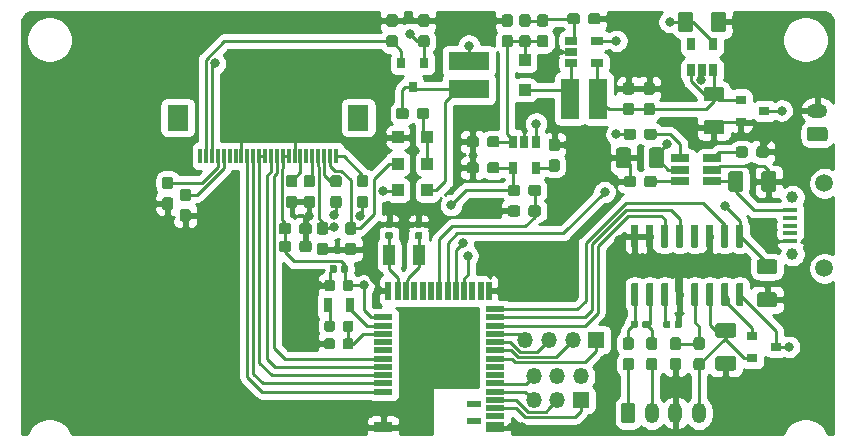
<source format=gbl>
G04 #@! TF.GenerationSoftware,KiCad,Pcbnew,5.1.5-52549c5~84~ubuntu18.04.1*
G04 #@! TF.CreationDate,2020-03-09T11:52:29+05:30*
G04 #@! TF.ProjectId,scale_hx711,7363616c-655f-4687-9837-31312e6b6963,rev?*
G04 #@! TF.SameCoordinates,Original*
G04 #@! TF.FileFunction,Copper,L2,Bot*
G04 #@! TF.FilePolarity,Positive*
%FSLAX46Y46*%
G04 Gerber Fmt 4.6, Leading zero omitted, Abs format (unit mm)*
G04 Created by KiCad (PCBNEW 5.1.5-52549c5~84~ubuntu18.04.1) date 2020-03-09 11:52:29*
%MOMM*%
%LPD*%
G04 APERTURE LIST*
%ADD10C,0.100000*%
%ADD11R,1.000000X1.000000*%
%ADD12R,1.800000X2.200000*%
%ADD13R,0.300000X1.300000*%
%ADD14R,1.200000X0.400000*%
%ADD15C,1.000000*%
%ADD16C,1.500000*%
%ADD17R,0.700000X1.300000*%
%ADD18R,3.500000X1.600000*%
%ADD19R,0.900000X0.800000*%
%ADD20R,0.800000X0.900000*%
%ADD21R,1.200000X0.500000*%
%ADD22R,1.600000X0.900000*%
%ADD23R,1.600000X0.500000*%
%ADD24R,0.500000X1.600000*%
%ADD25R,1.560000X0.650000*%
%ADD26R,0.650000X1.060000*%
%ADD27R,1.000000X1.800000*%
%ADD28O,1.750000X1.200000*%
%ADD29R,1.350000X1.350000*%
%ADD30O,1.350000X1.350000*%
%ADD31O,1.200000X1.750000*%
%ADD32R,1.600000X3.500000*%
%ADD33R,1.060000X0.650000*%
%ADD34C,0.800000*%
%ADD35C,0.250000*%
%ADD36C,0.254000*%
G04 APERTURE END LIST*
G04 #@! TA.AperFunction,SMDPad,CuDef*
D10*
G36*
X38527691Y-38276053D02*
G01*
X38548926Y-38279203D01*
X38569750Y-38284419D01*
X38589962Y-38291651D01*
X38609368Y-38300830D01*
X38627781Y-38311866D01*
X38645024Y-38324654D01*
X38660930Y-38339070D01*
X38675346Y-38354976D01*
X38688134Y-38372219D01*
X38699170Y-38390632D01*
X38708349Y-38410038D01*
X38715581Y-38430250D01*
X38720797Y-38451074D01*
X38723947Y-38472309D01*
X38725000Y-38493750D01*
X38725000Y-39006250D01*
X38723947Y-39027691D01*
X38720797Y-39048926D01*
X38715581Y-39069750D01*
X38708349Y-39089962D01*
X38699170Y-39109368D01*
X38688134Y-39127781D01*
X38675346Y-39145024D01*
X38660930Y-39160930D01*
X38645024Y-39175346D01*
X38627781Y-39188134D01*
X38609368Y-39199170D01*
X38589962Y-39208349D01*
X38569750Y-39215581D01*
X38548926Y-39220797D01*
X38527691Y-39223947D01*
X38506250Y-39225000D01*
X38068750Y-39225000D01*
X38047309Y-39223947D01*
X38026074Y-39220797D01*
X38005250Y-39215581D01*
X37985038Y-39208349D01*
X37965632Y-39199170D01*
X37947219Y-39188134D01*
X37929976Y-39175346D01*
X37914070Y-39160930D01*
X37899654Y-39145024D01*
X37886866Y-39127781D01*
X37875830Y-39109368D01*
X37866651Y-39089962D01*
X37859419Y-39069750D01*
X37854203Y-39048926D01*
X37851053Y-39027691D01*
X37850000Y-39006250D01*
X37850000Y-38493750D01*
X37851053Y-38472309D01*
X37854203Y-38451074D01*
X37859419Y-38430250D01*
X37866651Y-38410038D01*
X37875830Y-38390632D01*
X37886866Y-38372219D01*
X37899654Y-38354976D01*
X37914070Y-38339070D01*
X37929976Y-38324654D01*
X37947219Y-38311866D01*
X37965632Y-38300830D01*
X37985038Y-38291651D01*
X38005250Y-38284419D01*
X38026074Y-38279203D01*
X38047309Y-38276053D01*
X38068750Y-38275000D01*
X38506250Y-38275000D01*
X38527691Y-38276053D01*
G37*
G04 #@! TD.AperFunction*
G04 #@! TA.AperFunction,SMDPad,CuDef*
G36*
X36952691Y-38276053D02*
G01*
X36973926Y-38279203D01*
X36994750Y-38284419D01*
X37014962Y-38291651D01*
X37034368Y-38300830D01*
X37052781Y-38311866D01*
X37070024Y-38324654D01*
X37085930Y-38339070D01*
X37100346Y-38354976D01*
X37113134Y-38372219D01*
X37124170Y-38390632D01*
X37133349Y-38410038D01*
X37140581Y-38430250D01*
X37145797Y-38451074D01*
X37148947Y-38472309D01*
X37150000Y-38493750D01*
X37150000Y-39006250D01*
X37148947Y-39027691D01*
X37145797Y-39048926D01*
X37140581Y-39069750D01*
X37133349Y-39089962D01*
X37124170Y-39109368D01*
X37113134Y-39127781D01*
X37100346Y-39145024D01*
X37085930Y-39160930D01*
X37070024Y-39175346D01*
X37052781Y-39188134D01*
X37034368Y-39199170D01*
X37014962Y-39208349D01*
X36994750Y-39215581D01*
X36973926Y-39220797D01*
X36952691Y-39223947D01*
X36931250Y-39225000D01*
X36493750Y-39225000D01*
X36472309Y-39223947D01*
X36451074Y-39220797D01*
X36430250Y-39215581D01*
X36410038Y-39208349D01*
X36390632Y-39199170D01*
X36372219Y-39188134D01*
X36354976Y-39175346D01*
X36339070Y-39160930D01*
X36324654Y-39145024D01*
X36311866Y-39127781D01*
X36300830Y-39109368D01*
X36291651Y-39089962D01*
X36284419Y-39069750D01*
X36279203Y-39048926D01*
X36276053Y-39027691D01*
X36275000Y-39006250D01*
X36275000Y-38493750D01*
X36276053Y-38472309D01*
X36279203Y-38451074D01*
X36284419Y-38430250D01*
X36291651Y-38410038D01*
X36300830Y-38390632D01*
X36311866Y-38372219D01*
X36324654Y-38354976D01*
X36339070Y-38339070D01*
X36354976Y-38324654D01*
X36372219Y-38311866D01*
X36390632Y-38300830D01*
X36410038Y-38291651D01*
X36430250Y-38284419D01*
X36451074Y-38279203D01*
X36472309Y-38276053D01*
X36493750Y-38275000D01*
X36931250Y-38275000D01*
X36952691Y-38276053D01*
G37*
G04 #@! TD.AperFunction*
G04 #@! TA.AperFunction,SMDPad,CuDef*
G36*
X71499504Y-24126204D02*
G01*
X71523773Y-24129804D01*
X71547571Y-24135765D01*
X71570671Y-24144030D01*
X71592849Y-24154520D01*
X71613893Y-24167133D01*
X71633598Y-24181747D01*
X71651777Y-24198223D01*
X71668253Y-24216402D01*
X71682867Y-24236107D01*
X71695480Y-24257151D01*
X71705970Y-24279329D01*
X71714235Y-24302429D01*
X71720196Y-24326227D01*
X71723796Y-24350496D01*
X71725000Y-24375000D01*
X71725000Y-25625000D01*
X71723796Y-25649504D01*
X71720196Y-25673773D01*
X71714235Y-25697571D01*
X71705970Y-25720671D01*
X71695480Y-25742849D01*
X71682867Y-25763893D01*
X71668253Y-25783598D01*
X71651777Y-25801777D01*
X71633598Y-25818253D01*
X71613893Y-25832867D01*
X71592849Y-25845480D01*
X71570671Y-25855970D01*
X71547571Y-25864235D01*
X71523773Y-25870196D01*
X71499504Y-25873796D01*
X71475000Y-25875000D01*
X70725000Y-25875000D01*
X70700496Y-25873796D01*
X70676227Y-25870196D01*
X70652429Y-25864235D01*
X70629329Y-25855970D01*
X70607151Y-25845480D01*
X70586107Y-25832867D01*
X70566402Y-25818253D01*
X70548223Y-25801777D01*
X70531747Y-25783598D01*
X70517133Y-25763893D01*
X70504520Y-25742849D01*
X70494030Y-25720671D01*
X70485765Y-25697571D01*
X70479804Y-25673773D01*
X70476204Y-25649504D01*
X70475000Y-25625000D01*
X70475000Y-24375000D01*
X70476204Y-24350496D01*
X70479804Y-24326227D01*
X70485765Y-24302429D01*
X70494030Y-24279329D01*
X70504520Y-24257151D01*
X70517133Y-24236107D01*
X70531747Y-24216402D01*
X70548223Y-24198223D01*
X70566402Y-24181747D01*
X70586107Y-24167133D01*
X70607151Y-24154520D01*
X70629329Y-24144030D01*
X70652429Y-24135765D01*
X70676227Y-24129804D01*
X70700496Y-24126204D01*
X70725000Y-24125000D01*
X71475000Y-24125000D01*
X71499504Y-24126204D01*
G37*
G04 #@! TD.AperFunction*
G04 #@! TA.AperFunction,SMDPad,CuDef*
G36*
X74299504Y-24126204D02*
G01*
X74323773Y-24129804D01*
X74347571Y-24135765D01*
X74370671Y-24144030D01*
X74392849Y-24154520D01*
X74413893Y-24167133D01*
X74433598Y-24181747D01*
X74451777Y-24198223D01*
X74468253Y-24216402D01*
X74482867Y-24236107D01*
X74495480Y-24257151D01*
X74505970Y-24279329D01*
X74514235Y-24302429D01*
X74520196Y-24326227D01*
X74523796Y-24350496D01*
X74525000Y-24375000D01*
X74525000Y-25625000D01*
X74523796Y-25649504D01*
X74520196Y-25673773D01*
X74514235Y-25697571D01*
X74505970Y-25720671D01*
X74495480Y-25742849D01*
X74482867Y-25763893D01*
X74468253Y-25783598D01*
X74451777Y-25801777D01*
X74433598Y-25818253D01*
X74413893Y-25832867D01*
X74392849Y-25845480D01*
X74370671Y-25855970D01*
X74347571Y-25864235D01*
X74323773Y-25870196D01*
X74299504Y-25873796D01*
X74275000Y-25875000D01*
X73525000Y-25875000D01*
X73500496Y-25873796D01*
X73476227Y-25870196D01*
X73452429Y-25864235D01*
X73429329Y-25855970D01*
X73407151Y-25845480D01*
X73386107Y-25832867D01*
X73366402Y-25818253D01*
X73348223Y-25801777D01*
X73331747Y-25783598D01*
X73317133Y-25763893D01*
X73304520Y-25742849D01*
X73294030Y-25720671D01*
X73285765Y-25697571D01*
X73279804Y-25673773D01*
X73276204Y-25649504D01*
X73275000Y-25625000D01*
X73275000Y-24375000D01*
X73276204Y-24350496D01*
X73279804Y-24326227D01*
X73285765Y-24302429D01*
X73294030Y-24279329D01*
X73304520Y-24257151D01*
X73317133Y-24236107D01*
X73331747Y-24216402D01*
X73348223Y-24198223D01*
X73366402Y-24181747D01*
X73386107Y-24167133D01*
X73407151Y-24154520D01*
X73429329Y-24144030D01*
X73452429Y-24135765D01*
X73476227Y-24129804D01*
X73500496Y-24126204D01*
X73525000Y-24125000D01*
X74275000Y-24125000D01*
X74299504Y-24126204D01*
G37*
G04 #@! TD.AperFunction*
G04 #@! TA.AperFunction,SMDPad,CuDef*
G36*
X36952691Y-33326053D02*
G01*
X36973926Y-33329203D01*
X36994750Y-33334419D01*
X37014962Y-33341651D01*
X37034368Y-33350830D01*
X37052781Y-33361866D01*
X37070024Y-33374654D01*
X37085930Y-33389070D01*
X37100346Y-33404976D01*
X37113134Y-33422219D01*
X37124170Y-33440632D01*
X37133349Y-33460038D01*
X37140581Y-33480250D01*
X37145797Y-33501074D01*
X37148947Y-33522309D01*
X37150000Y-33543750D01*
X37150000Y-34056250D01*
X37148947Y-34077691D01*
X37145797Y-34098926D01*
X37140581Y-34119750D01*
X37133349Y-34139962D01*
X37124170Y-34159368D01*
X37113134Y-34177781D01*
X37100346Y-34195024D01*
X37085930Y-34210930D01*
X37070024Y-34225346D01*
X37052781Y-34238134D01*
X37034368Y-34249170D01*
X37014962Y-34258349D01*
X36994750Y-34265581D01*
X36973926Y-34270797D01*
X36952691Y-34273947D01*
X36931250Y-34275000D01*
X36493750Y-34275000D01*
X36472309Y-34273947D01*
X36451074Y-34270797D01*
X36430250Y-34265581D01*
X36410038Y-34258349D01*
X36390632Y-34249170D01*
X36372219Y-34238134D01*
X36354976Y-34225346D01*
X36339070Y-34210930D01*
X36324654Y-34195024D01*
X36311866Y-34177781D01*
X36300830Y-34159368D01*
X36291651Y-34139962D01*
X36284419Y-34119750D01*
X36279203Y-34098926D01*
X36276053Y-34077691D01*
X36275000Y-34056250D01*
X36275000Y-33543750D01*
X36276053Y-33522309D01*
X36279203Y-33501074D01*
X36284419Y-33480250D01*
X36291651Y-33460038D01*
X36300830Y-33440632D01*
X36311866Y-33422219D01*
X36324654Y-33404976D01*
X36339070Y-33389070D01*
X36354976Y-33374654D01*
X36372219Y-33361866D01*
X36390632Y-33350830D01*
X36410038Y-33341651D01*
X36430250Y-33334419D01*
X36451074Y-33329203D01*
X36472309Y-33326053D01*
X36493750Y-33325000D01*
X36931250Y-33325000D01*
X36952691Y-33326053D01*
G37*
G04 #@! TD.AperFunction*
G04 #@! TA.AperFunction,SMDPad,CuDef*
G36*
X38527691Y-33326053D02*
G01*
X38548926Y-33329203D01*
X38569750Y-33334419D01*
X38589962Y-33341651D01*
X38609368Y-33350830D01*
X38627781Y-33361866D01*
X38645024Y-33374654D01*
X38660930Y-33389070D01*
X38675346Y-33404976D01*
X38688134Y-33422219D01*
X38699170Y-33440632D01*
X38708349Y-33460038D01*
X38715581Y-33480250D01*
X38720797Y-33501074D01*
X38723947Y-33522309D01*
X38725000Y-33543750D01*
X38725000Y-34056250D01*
X38723947Y-34077691D01*
X38720797Y-34098926D01*
X38715581Y-34119750D01*
X38708349Y-34139962D01*
X38699170Y-34159368D01*
X38688134Y-34177781D01*
X38675346Y-34195024D01*
X38660930Y-34210930D01*
X38645024Y-34225346D01*
X38627781Y-34238134D01*
X38609368Y-34249170D01*
X38589962Y-34258349D01*
X38569750Y-34265581D01*
X38548926Y-34270797D01*
X38527691Y-34273947D01*
X38506250Y-34275000D01*
X38068750Y-34275000D01*
X38047309Y-34273947D01*
X38026074Y-34270797D01*
X38005250Y-34265581D01*
X37985038Y-34258349D01*
X37965632Y-34249170D01*
X37947219Y-34238134D01*
X37929976Y-34225346D01*
X37914070Y-34210930D01*
X37899654Y-34195024D01*
X37886866Y-34177781D01*
X37875830Y-34159368D01*
X37866651Y-34139962D01*
X37859419Y-34119750D01*
X37854203Y-34098926D01*
X37851053Y-34077691D01*
X37850000Y-34056250D01*
X37850000Y-33543750D01*
X37851053Y-33522309D01*
X37854203Y-33501074D01*
X37859419Y-33480250D01*
X37866651Y-33460038D01*
X37875830Y-33440632D01*
X37886866Y-33422219D01*
X37899654Y-33404976D01*
X37914070Y-33389070D01*
X37929976Y-33374654D01*
X37947219Y-33361866D01*
X37965632Y-33350830D01*
X37985038Y-33341651D01*
X38005250Y-33334419D01*
X38026074Y-33329203D01*
X38047309Y-33326053D01*
X38068750Y-33325000D01*
X38506250Y-33325000D01*
X38527691Y-33326053D01*
G37*
G04 #@! TD.AperFunction*
G04 #@! TA.AperFunction,SMDPad,CuDef*
G36*
X41936958Y-29290710D02*
G01*
X41951276Y-29292834D01*
X41965317Y-29296351D01*
X41978946Y-29301228D01*
X41992031Y-29307417D01*
X42004447Y-29314858D01*
X42016073Y-29323481D01*
X42026798Y-29333202D01*
X42036519Y-29343927D01*
X42045142Y-29355553D01*
X42052583Y-29367969D01*
X42058772Y-29381054D01*
X42063649Y-29394683D01*
X42067166Y-29408724D01*
X42069290Y-29423042D01*
X42070000Y-29437500D01*
X42070000Y-29732500D01*
X42069290Y-29746958D01*
X42067166Y-29761276D01*
X42063649Y-29775317D01*
X42058772Y-29788946D01*
X42052583Y-29802031D01*
X42045142Y-29814447D01*
X42036519Y-29826073D01*
X42026798Y-29836798D01*
X42016073Y-29846519D01*
X42004447Y-29855142D01*
X41992031Y-29862583D01*
X41978946Y-29868772D01*
X41965317Y-29873649D01*
X41951276Y-29877166D01*
X41936958Y-29879290D01*
X41922500Y-29880000D01*
X41577500Y-29880000D01*
X41563042Y-29879290D01*
X41548724Y-29877166D01*
X41534683Y-29873649D01*
X41521054Y-29868772D01*
X41507969Y-29862583D01*
X41495553Y-29855142D01*
X41483927Y-29846519D01*
X41473202Y-29836798D01*
X41463481Y-29826073D01*
X41454858Y-29814447D01*
X41447417Y-29802031D01*
X41441228Y-29788946D01*
X41436351Y-29775317D01*
X41432834Y-29761276D01*
X41430710Y-29746958D01*
X41430000Y-29732500D01*
X41430000Y-29437500D01*
X41430710Y-29423042D01*
X41432834Y-29408724D01*
X41436351Y-29394683D01*
X41441228Y-29381054D01*
X41447417Y-29367969D01*
X41454858Y-29355553D01*
X41463481Y-29343927D01*
X41473202Y-29333202D01*
X41483927Y-29323481D01*
X41495553Y-29314858D01*
X41507969Y-29307417D01*
X41521054Y-29301228D01*
X41534683Y-29296351D01*
X41548724Y-29292834D01*
X41563042Y-29290710D01*
X41577500Y-29290000D01*
X41922500Y-29290000D01*
X41936958Y-29290710D01*
G37*
G04 #@! TD.AperFunction*
G04 #@! TA.AperFunction,SMDPad,CuDef*
G36*
X41936958Y-28320710D02*
G01*
X41951276Y-28322834D01*
X41965317Y-28326351D01*
X41978946Y-28331228D01*
X41992031Y-28337417D01*
X42004447Y-28344858D01*
X42016073Y-28353481D01*
X42026798Y-28363202D01*
X42036519Y-28373927D01*
X42045142Y-28385553D01*
X42052583Y-28397969D01*
X42058772Y-28411054D01*
X42063649Y-28424683D01*
X42067166Y-28438724D01*
X42069290Y-28453042D01*
X42070000Y-28467500D01*
X42070000Y-28762500D01*
X42069290Y-28776958D01*
X42067166Y-28791276D01*
X42063649Y-28805317D01*
X42058772Y-28818946D01*
X42052583Y-28832031D01*
X42045142Y-28844447D01*
X42036519Y-28856073D01*
X42026798Y-28866798D01*
X42016073Y-28876519D01*
X42004447Y-28885142D01*
X41992031Y-28892583D01*
X41978946Y-28898772D01*
X41965317Y-28903649D01*
X41951276Y-28907166D01*
X41936958Y-28909290D01*
X41922500Y-28910000D01*
X41577500Y-28910000D01*
X41563042Y-28909290D01*
X41548724Y-28907166D01*
X41534683Y-28903649D01*
X41521054Y-28898772D01*
X41507969Y-28892583D01*
X41495553Y-28885142D01*
X41483927Y-28876519D01*
X41473202Y-28866798D01*
X41463481Y-28856073D01*
X41454858Y-28844447D01*
X41447417Y-28832031D01*
X41441228Y-28818946D01*
X41436351Y-28805317D01*
X41432834Y-28791276D01*
X41430710Y-28776958D01*
X41430000Y-28762500D01*
X41430000Y-28467500D01*
X41430710Y-28453042D01*
X41432834Y-28438724D01*
X41436351Y-28424683D01*
X41441228Y-28411054D01*
X41447417Y-28397969D01*
X41454858Y-28385553D01*
X41463481Y-28373927D01*
X41473202Y-28363202D01*
X41483927Y-28353481D01*
X41495553Y-28344858D01*
X41507969Y-28337417D01*
X41521054Y-28331228D01*
X41534683Y-28326351D01*
X41548724Y-28322834D01*
X41563042Y-28320710D01*
X41577500Y-28320000D01*
X41922500Y-28320000D01*
X41936958Y-28320710D01*
G37*
G04 #@! TD.AperFunction*
G04 #@! TA.AperFunction,SMDPad,CuDef*
G36*
X37176958Y-32080710D02*
G01*
X37191276Y-32082834D01*
X37205317Y-32086351D01*
X37218946Y-32091228D01*
X37232031Y-32097417D01*
X37244447Y-32104858D01*
X37256073Y-32113481D01*
X37266798Y-32123202D01*
X37276519Y-32133927D01*
X37285142Y-32145553D01*
X37292583Y-32157969D01*
X37298772Y-32171054D01*
X37303649Y-32184683D01*
X37307166Y-32198724D01*
X37309290Y-32213042D01*
X37310000Y-32227500D01*
X37310000Y-32572500D01*
X37309290Y-32586958D01*
X37307166Y-32601276D01*
X37303649Y-32615317D01*
X37298772Y-32628946D01*
X37292583Y-32642031D01*
X37285142Y-32654447D01*
X37276519Y-32666073D01*
X37266798Y-32676798D01*
X37256073Y-32686519D01*
X37244447Y-32695142D01*
X37232031Y-32702583D01*
X37218946Y-32708772D01*
X37205317Y-32713649D01*
X37191276Y-32717166D01*
X37176958Y-32719290D01*
X37162500Y-32720000D01*
X36867500Y-32720000D01*
X36853042Y-32719290D01*
X36838724Y-32717166D01*
X36824683Y-32713649D01*
X36811054Y-32708772D01*
X36797969Y-32702583D01*
X36785553Y-32695142D01*
X36773927Y-32686519D01*
X36763202Y-32676798D01*
X36753481Y-32666073D01*
X36744858Y-32654447D01*
X36737417Y-32642031D01*
X36731228Y-32628946D01*
X36726351Y-32615317D01*
X36722834Y-32601276D01*
X36720710Y-32586958D01*
X36720000Y-32572500D01*
X36720000Y-32227500D01*
X36720710Y-32213042D01*
X36722834Y-32198724D01*
X36726351Y-32184683D01*
X36731228Y-32171054D01*
X36737417Y-32157969D01*
X36744858Y-32145553D01*
X36753481Y-32133927D01*
X36763202Y-32123202D01*
X36773927Y-32113481D01*
X36785553Y-32104858D01*
X36797969Y-32097417D01*
X36811054Y-32091228D01*
X36824683Y-32086351D01*
X36838724Y-32082834D01*
X36853042Y-32080710D01*
X36867500Y-32080000D01*
X37162500Y-32080000D01*
X37176958Y-32080710D01*
G37*
G04 #@! TD.AperFunction*
G04 #@! TA.AperFunction,SMDPad,CuDef*
G36*
X38146958Y-32080710D02*
G01*
X38161276Y-32082834D01*
X38175317Y-32086351D01*
X38188946Y-32091228D01*
X38202031Y-32097417D01*
X38214447Y-32104858D01*
X38226073Y-32113481D01*
X38236798Y-32123202D01*
X38246519Y-32133927D01*
X38255142Y-32145553D01*
X38262583Y-32157969D01*
X38268772Y-32171054D01*
X38273649Y-32184683D01*
X38277166Y-32198724D01*
X38279290Y-32213042D01*
X38280000Y-32227500D01*
X38280000Y-32572500D01*
X38279290Y-32586958D01*
X38277166Y-32601276D01*
X38273649Y-32615317D01*
X38268772Y-32628946D01*
X38262583Y-32642031D01*
X38255142Y-32654447D01*
X38246519Y-32666073D01*
X38236798Y-32676798D01*
X38226073Y-32686519D01*
X38214447Y-32695142D01*
X38202031Y-32702583D01*
X38188946Y-32708772D01*
X38175317Y-32713649D01*
X38161276Y-32717166D01*
X38146958Y-32719290D01*
X38132500Y-32720000D01*
X37837500Y-32720000D01*
X37823042Y-32719290D01*
X37808724Y-32717166D01*
X37794683Y-32713649D01*
X37781054Y-32708772D01*
X37767969Y-32702583D01*
X37755553Y-32695142D01*
X37743927Y-32686519D01*
X37733202Y-32676798D01*
X37723481Y-32666073D01*
X37714858Y-32654447D01*
X37707417Y-32642031D01*
X37701228Y-32628946D01*
X37696351Y-32615317D01*
X37692834Y-32601276D01*
X37690710Y-32586958D01*
X37690000Y-32572500D01*
X37690000Y-32227500D01*
X37690710Y-32213042D01*
X37692834Y-32198724D01*
X37696351Y-32184683D01*
X37701228Y-32171054D01*
X37707417Y-32157969D01*
X37714858Y-32145553D01*
X37723481Y-32133927D01*
X37733202Y-32123202D01*
X37743927Y-32113481D01*
X37755553Y-32104858D01*
X37767969Y-32097417D01*
X37781054Y-32091228D01*
X37794683Y-32086351D01*
X37808724Y-32082834D01*
X37823042Y-32080710D01*
X37837500Y-32080000D01*
X38132500Y-32080000D01*
X38146958Y-32080710D01*
G37*
G04 #@! TD.AperFunction*
G04 #@! TA.AperFunction,SMDPad,CuDef*
G36*
X44436958Y-28320710D02*
G01*
X44451276Y-28322834D01*
X44465317Y-28326351D01*
X44478946Y-28331228D01*
X44492031Y-28337417D01*
X44504447Y-28344858D01*
X44516073Y-28353481D01*
X44526798Y-28363202D01*
X44536519Y-28373927D01*
X44545142Y-28385553D01*
X44552583Y-28397969D01*
X44558772Y-28411054D01*
X44563649Y-28424683D01*
X44567166Y-28438724D01*
X44569290Y-28453042D01*
X44570000Y-28467500D01*
X44570000Y-28762500D01*
X44569290Y-28776958D01*
X44567166Y-28791276D01*
X44563649Y-28805317D01*
X44558772Y-28818946D01*
X44552583Y-28832031D01*
X44545142Y-28844447D01*
X44536519Y-28856073D01*
X44526798Y-28866798D01*
X44516073Y-28876519D01*
X44504447Y-28885142D01*
X44492031Y-28892583D01*
X44478946Y-28898772D01*
X44465317Y-28903649D01*
X44451276Y-28907166D01*
X44436958Y-28909290D01*
X44422500Y-28910000D01*
X44077500Y-28910000D01*
X44063042Y-28909290D01*
X44048724Y-28907166D01*
X44034683Y-28903649D01*
X44021054Y-28898772D01*
X44007969Y-28892583D01*
X43995553Y-28885142D01*
X43983927Y-28876519D01*
X43973202Y-28866798D01*
X43963481Y-28856073D01*
X43954858Y-28844447D01*
X43947417Y-28832031D01*
X43941228Y-28818946D01*
X43936351Y-28805317D01*
X43932834Y-28791276D01*
X43930710Y-28776958D01*
X43930000Y-28762500D01*
X43930000Y-28467500D01*
X43930710Y-28453042D01*
X43932834Y-28438724D01*
X43936351Y-28424683D01*
X43941228Y-28411054D01*
X43947417Y-28397969D01*
X43954858Y-28385553D01*
X43963481Y-28373927D01*
X43973202Y-28363202D01*
X43983927Y-28353481D01*
X43995553Y-28344858D01*
X44007969Y-28337417D01*
X44021054Y-28331228D01*
X44034683Y-28326351D01*
X44048724Y-28322834D01*
X44063042Y-28320710D01*
X44077500Y-28320000D01*
X44422500Y-28320000D01*
X44436958Y-28320710D01*
G37*
G04 #@! TD.AperFunction*
G04 #@! TA.AperFunction,SMDPad,CuDef*
G36*
X44436958Y-29290710D02*
G01*
X44451276Y-29292834D01*
X44465317Y-29296351D01*
X44478946Y-29301228D01*
X44492031Y-29307417D01*
X44504447Y-29314858D01*
X44516073Y-29323481D01*
X44526798Y-29333202D01*
X44536519Y-29343927D01*
X44545142Y-29355553D01*
X44552583Y-29367969D01*
X44558772Y-29381054D01*
X44563649Y-29394683D01*
X44567166Y-29408724D01*
X44569290Y-29423042D01*
X44570000Y-29437500D01*
X44570000Y-29732500D01*
X44569290Y-29746958D01*
X44567166Y-29761276D01*
X44563649Y-29775317D01*
X44558772Y-29788946D01*
X44552583Y-29802031D01*
X44545142Y-29814447D01*
X44536519Y-29826073D01*
X44526798Y-29836798D01*
X44516073Y-29846519D01*
X44504447Y-29855142D01*
X44492031Y-29862583D01*
X44478946Y-29868772D01*
X44465317Y-29873649D01*
X44451276Y-29877166D01*
X44436958Y-29879290D01*
X44422500Y-29880000D01*
X44077500Y-29880000D01*
X44063042Y-29879290D01*
X44048724Y-29877166D01*
X44034683Y-29873649D01*
X44021054Y-29868772D01*
X44007969Y-29862583D01*
X43995553Y-29855142D01*
X43983927Y-29846519D01*
X43973202Y-29836798D01*
X43963481Y-29826073D01*
X43954858Y-29814447D01*
X43947417Y-29802031D01*
X43941228Y-29788946D01*
X43936351Y-29775317D01*
X43932834Y-29761276D01*
X43930710Y-29746958D01*
X43930000Y-29732500D01*
X43930000Y-29437500D01*
X43930710Y-29423042D01*
X43932834Y-29408724D01*
X43936351Y-29394683D01*
X43941228Y-29381054D01*
X43947417Y-29367969D01*
X43954858Y-29355553D01*
X43963481Y-29343927D01*
X43973202Y-29333202D01*
X43983927Y-29323481D01*
X43995553Y-29314858D01*
X44007969Y-29307417D01*
X44021054Y-29301228D01*
X44034683Y-29296351D01*
X44048724Y-29292834D01*
X44063042Y-29290710D01*
X44077500Y-29290000D01*
X44422500Y-29290000D01*
X44436958Y-29290710D01*
G37*
G04 #@! TD.AperFunction*
G04 #@! TA.AperFunction,SMDPad,CuDef*
G36*
X64799504Y-22126204D02*
G01*
X64823773Y-22129804D01*
X64847571Y-22135765D01*
X64870671Y-22144030D01*
X64892849Y-22154520D01*
X64913893Y-22167133D01*
X64933598Y-22181747D01*
X64951777Y-22198223D01*
X64968253Y-22216402D01*
X64982867Y-22236107D01*
X64995480Y-22257151D01*
X65005970Y-22279329D01*
X65014235Y-22302429D01*
X65020196Y-22326227D01*
X65023796Y-22350496D01*
X65025000Y-22375000D01*
X65025000Y-23625000D01*
X65023796Y-23649504D01*
X65020196Y-23673773D01*
X65014235Y-23697571D01*
X65005970Y-23720671D01*
X64995480Y-23742849D01*
X64982867Y-23763893D01*
X64968253Y-23783598D01*
X64951777Y-23801777D01*
X64933598Y-23818253D01*
X64913893Y-23832867D01*
X64892849Y-23845480D01*
X64870671Y-23855970D01*
X64847571Y-23864235D01*
X64823773Y-23870196D01*
X64799504Y-23873796D01*
X64775000Y-23875000D01*
X64025000Y-23875000D01*
X64000496Y-23873796D01*
X63976227Y-23870196D01*
X63952429Y-23864235D01*
X63929329Y-23855970D01*
X63907151Y-23845480D01*
X63886107Y-23832867D01*
X63866402Y-23818253D01*
X63848223Y-23801777D01*
X63831747Y-23783598D01*
X63817133Y-23763893D01*
X63804520Y-23742849D01*
X63794030Y-23720671D01*
X63785765Y-23697571D01*
X63779804Y-23673773D01*
X63776204Y-23649504D01*
X63775000Y-23625000D01*
X63775000Y-22375000D01*
X63776204Y-22350496D01*
X63779804Y-22326227D01*
X63785765Y-22302429D01*
X63794030Y-22279329D01*
X63804520Y-22257151D01*
X63817133Y-22236107D01*
X63831747Y-22216402D01*
X63848223Y-22198223D01*
X63866402Y-22181747D01*
X63886107Y-22167133D01*
X63907151Y-22154520D01*
X63929329Y-22144030D01*
X63952429Y-22135765D01*
X63976227Y-22129804D01*
X64000496Y-22126204D01*
X64025000Y-22125000D01*
X64775000Y-22125000D01*
X64799504Y-22126204D01*
G37*
G04 #@! TD.AperFunction*
G04 #@! TA.AperFunction,SMDPad,CuDef*
G36*
X61999504Y-22126204D02*
G01*
X62023773Y-22129804D01*
X62047571Y-22135765D01*
X62070671Y-22144030D01*
X62092849Y-22154520D01*
X62113893Y-22167133D01*
X62133598Y-22181747D01*
X62151777Y-22198223D01*
X62168253Y-22216402D01*
X62182867Y-22236107D01*
X62195480Y-22257151D01*
X62205970Y-22279329D01*
X62214235Y-22302429D01*
X62220196Y-22326227D01*
X62223796Y-22350496D01*
X62225000Y-22375000D01*
X62225000Y-23625000D01*
X62223796Y-23649504D01*
X62220196Y-23673773D01*
X62214235Y-23697571D01*
X62205970Y-23720671D01*
X62195480Y-23742849D01*
X62182867Y-23763893D01*
X62168253Y-23783598D01*
X62151777Y-23801777D01*
X62133598Y-23818253D01*
X62113893Y-23832867D01*
X62092849Y-23845480D01*
X62070671Y-23855970D01*
X62047571Y-23864235D01*
X62023773Y-23870196D01*
X61999504Y-23873796D01*
X61975000Y-23875000D01*
X61225000Y-23875000D01*
X61200496Y-23873796D01*
X61176227Y-23870196D01*
X61152429Y-23864235D01*
X61129329Y-23855970D01*
X61107151Y-23845480D01*
X61086107Y-23832867D01*
X61066402Y-23818253D01*
X61048223Y-23801777D01*
X61031747Y-23783598D01*
X61017133Y-23763893D01*
X61004520Y-23742849D01*
X60994030Y-23720671D01*
X60985765Y-23697571D01*
X60979804Y-23673773D01*
X60976204Y-23649504D01*
X60975000Y-23625000D01*
X60975000Y-22375000D01*
X60976204Y-22350496D01*
X60979804Y-22326227D01*
X60985765Y-22302429D01*
X60994030Y-22279329D01*
X61004520Y-22257151D01*
X61017133Y-22236107D01*
X61031747Y-22216402D01*
X61048223Y-22198223D01*
X61066402Y-22181747D01*
X61086107Y-22167133D01*
X61107151Y-22154520D01*
X61129329Y-22144030D01*
X61152429Y-22135765D01*
X61176227Y-22129804D01*
X61200496Y-22126204D01*
X61225000Y-22125000D01*
X61975000Y-22125000D01*
X61999504Y-22126204D01*
G37*
G04 #@! TD.AperFunction*
G04 #@! TA.AperFunction,SMDPad,CuDef*
G36*
X69899504Y-19776204D02*
G01*
X69923773Y-19779804D01*
X69947571Y-19785765D01*
X69970671Y-19794030D01*
X69992849Y-19804520D01*
X70013893Y-19817133D01*
X70033598Y-19831747D01*
X70051777Y-19848223D01*
X70068253Y-19866402D01*
X70082867Y-19886107D01*
X70095480Y-19907151D01*
X70105970Y-19929329D01*
X70114235Y-19952429D01*
X70120196Y-19976227D01*
X70123796Y-20000496D01*
X70125000Y-20025000D01*
X70125000Y-20775000D01*
X70123796Y-20799504D01*
X70120196Y-20823773D01*
X70114235Y-20847571D01*
X70105970Y-20870671D01*
X70095480Y-20892849D01*
X70082867Y-20913893D01*
X70068253Y-20933598D01*
X70051777Y-20951777D01*
X70033598Y-20968253D01*
X70013893Y-20982867D01*
X69992849Y-20995480D01*
X69970671Y-21005970D01*
X69947571Y-21014235D01*
X69923773Y-21020196D01*
X69899504Y-21023796D01*
X69875000Y-21025000D01*
X68625000Y-21025000D01*
X68600496Y-21023796D01*
X68576227Y-21020196D01*
X68552429Y-21014235D01*
X68529329Y-21005970D01*
X68507151Y-20995480D01*
X68486107Y-20982867D01*
X68466402Y-20968253D01*
X68448223Y-20951777D01*
X68431747Y-20933598D01*
X68417133Y-20913893D01*
X68404520Y-20892849D01*
X68394030Y-20870671D01*
X68385765Y-20847571D01*
X68379804Y-20823773D01*
X68376204Y-20799504D01*
X68375000Y-20775000D01*
X68375000Y-20025000D01*
X68376204Y-20000496D01*
X68379804Y-19976227D01*
X68385765Y-19952429D01*
X68394030Y-19929329D01*
X68404520Y-19907151D01*
X68417133Y-19886107D01*
X68431747Y-19866402D01*
X68448223Y-19848223D01*
X68466402Y-19831747D01*
X68486107Y-19817133D01*
X68507151Y-19804520D01*
X68529329Y-19794030D01*
X68552429Y-19785765D01*
X68576227Y-19779804D01*
X68600496Y-19776204D01*
X68625000Y-19775000D01*
X69875000Y-19775000D01*
X69899504Y-19776204D01*
G37*
G04 #@! TD.AperFunction*
G04 #@! TA.AperFunction,SMDPad,CuDef*
G36*
X69899504Y-16976204D02*
G01*
X69923773Y-16979804D01*
X69947571Y-16985765D01*
X69970671Y-16994030D01*
X69992849Y-17004520D01*
X70013893Y-17017133D01*
X70033598Y-17031747D01*
X70051777Y-17048223D01*
X70068253Y-17066402D01*
X70082867Y-17086107D01*
X70095480Y-17107151D01*
X70105970Y-17129329D01*
X70114235Y-17152429D01*
X70120196Y-17176227D01*
X70123796Y-17200496D01*
X70125000Y-17225000D01*
X70125000Y-17975000D01*
X70123796Y-17999504D01*
X70120196Y-18023773D01*
X70114235Y-18047571D01*
X70105970Y-18070671D01*
X70095480Y-18092849D01*
X70082867Y-18113893D01*
X70068253Y-18133598D01*
X70051777Y-18151777D01*
X70033598Y-18168253D01*
X70013893Y-18182867D01*
X69992849Y-18195480D01*
X69970671Y-18205970D01*
X69947571Y-18214235D01*
X69923773Y-18220196D01*
X69899504Y-18223796D01*
X69875000Y-18225000D01*
X68625000Y-18225000D01*
X68600496Y-18223796D01*
X68576227Y-18220196D01*
X68552429Y-18214235D01*
X68529329Y-18205970D01*
X68507151Y-18195480D01*
X68486107Y-18182867D01*
X68466402Y-18168253D01*
X68448223Y-18151777D01*
X68431747Y-18133598D01*
X68417133Y-18113893D01*
X68404520Y-18092849D01*
X68394030Y-18070671D01*
X68385765Y-18047571D01*
X68379804Y-18023773D01*
X68376204Y-17999504D01*
X68375000Y-17975000D01*
X68375000Y-17225000D01*
X68376204Y-17200496D01*
X68379804Y-17176227D01*
X68385765Y-17152429D01*
X68394030Y-17129329D01*
X68404520Y-17107151D01*
X68417133Y-17086107D01*
X68431747Y-17066402D01*
X68448223Y-17048223D01*
X68466402Y-17031747D01*
X68486107Y-17017133D01*
X68507151Y-17004520D01*
X68529329Y-16994030D01*
X68552429Y-16985765D01*
X68576227Y-16979804D01*
X68600496Y-16976204D01*
X68625000Y-16975000D01*
X69875000Y-16975000D01*
X69899504Y-16976204D01*
G37*
G04 #@! TD.AperFunction*
G04 #@! TA.AperFunction,SMDPad,CuDef*
G36*
X67249504Y-10626204D02*
G01*
X67273773Y-10629804D01*
X67297571Y-10635765D01*
X67320671Y-10644030D01*
X67342849Y-10654520D01*
X67363893Y-10667133D01*
X67383598Y-10681747D01*
X67401777Y-10698223D01*
X67418253Y-10716402D01*
X67432867Y-10736107D01*
X67445480Y-10757151D01*
X67455970Y-10779329D01*
X67464235Y-10802429D01*
X67470196Y-10826227D01*
X67473796Y-10850496D01*
X67475000Y-10875000D01*
X67475000Y-12125000D01*
X67473796Y-12149504D01*
X67470196Y-12173773D01*
X67464235Y-12197571D01*
X67455970Y-12220671D01*
X67445480Y-12242849D01*
X67432867Y-12263893D01*
X67418253Y-12283598D01*
X67401777Y-12301777D01*
X67383598Y-12318253D01*
X67363893Y-12332867D01*
X67342849Y-12345480D01*
X67320671Y-12355970D01*
X67297571Y-12364235D01*
X67273773Y-12370196D01*
X67249504Y-12373796D01*
X67225000Y-12375000D01*
X66475000Y-12375000D01*
X66450496Y-12373796D01*
X66426227Y-12370196D01*
X66402429Y-12364235D01*
X66379329Y-12355970D01*
X66357151Y-12345480D01*
X66336107Y-12332867D01*
X66316402Y-12318253D01*
X66298223Y-12301777D01*
X66281747Y-12283598D01*
X66267133Y-12263893D01*
X66254520Y-12242849D01*
X66244030Y-12220671D01*
X66235765Y-12197571D01*
X66229804Y-12173773D01*
X66226204Y-12149504D01*
X66225000Y-12125000D01*
X66225000Y-10875000D01*
X66226204Y-10850496D01*
X66229804Y-10826227D01*
X66235765Y-10802429D01*
X66244030Y-10779329D01*
X66254520Y-10757151D01*
X66267133Y-10736107D01*
X66281747Y-10716402D01*
X66298223Y-10698223D01*
X66316402Y-10681747D01*
X66336107Y-10667133D01*
X66357151Y-10654520D01*
X66379329Y-10644030D01*
X66402429Y-10635765D01*
X66426227Y-10629804D01*
X66450496Y-10626204D01*
X66475000Y-10625000D01*
X67225000Y-10625000D01*
X67249504Y-10626204D01*
G37*
G04 #@! TD.AperFunction*
G04 #@! TA.AperFunction,SMDPad,CuDef*
G36*
X70049504Y-10626204D02*
G01*
X70073773Y-10629804D01*
X70097571Y-10635765D01*
X70120671Y-10644030D01*
X70142849Y-10654520D01*
X70163893Y-10667133D01*
X70183598Y-10681747D01*
X70201777Y-10698223D01*
X70218253Y-10716402D01*
X70232867Y-10736107D01*
X70245480Y-10757151D01*
X70255970Y-10779329D01*
X70264235Y-10802429D01*
X70270196Y-10826227D01*
X70273796Y-10850496D01*
X70275000Y-10875000D01*
X70275000Y-12125000D01*
X70273796Y-12149504D01*
X70270196Y-12173773D01*
X70264235Y-12197571D01*
X70255970Y-12220671D01*
X70245480Y-12242849D01*
X70232867Y-12263893D01*
X70218253Y-12283598D01*
X70201777Y-12301777D01*
X70183598Y-12318253D01*
X70163893Y-12332867D01*
X70142849Y-12345480D01*
X70120671Y-12355970D01*
X70097571Y-12364235D01*
X70073773Y-12370196D01*
X70049504Y-12373796D01*
X70025000Y-12375000D01*
X69275000Y-12375000D01*
X69250496Y-12373796D01*
X69226227Y-12370196D01*
X69202429Y-12364235D01*
X69179329Y-12355970D01*
X69157151Y-12345480D01*
X69136107Y-12332867D01*
X69116402Y-12318253D01*
X69098223Y-12301777D01*
X69081747Y-12283598D01*
X69067133Y-12263893D01*
X69054520Y-12242849D01*
X69044030Y-12220671D01*
X69035765Y-12197571D01*
X69029804Y-12173773D01*
X69026204Y-12149504D01*
X69025000Y-12125000D01*
X69025000Y-10875000D01*
X69026204Y-10850496D01*
X69029804Y-10826227D01*
X69035765Y-10802429D01*
X69044030Y-10779329D01*
X69054520Y-10757151D01*
X69067133Y-10736107D01*
X69081747Y-10716402D01*
X69098223Y-10698223D01*
X69116402Y-10681747D01*
X69136107Y-10667133D01*
X69157151Y-10654520D01*
X69179329Y-10644030D01*
X69202429Y-10635765D01*
X69226227Y-10629804D01*
X69250496Y-10626204D01*
X69275000Y-10625000D01*
X70025000Y-10625000D01*
X70049504Y-10626204D01*
G37*
G04 #@! TD.AperFunction*
G04 #@! TA.AperFunction,SMDPad,CuDef*
G36*
X43185779Y-18776144D02*
G01*
X43208834Y-18779563D01*
X43231443Y-18785227D01*
X43253387Y-18793079D01*
X43274457Y-18803044D01*
X43294448Y-18815026D01*
X43313168Y-18828910D01*
X43330438Y-18844562D01*
X43346090Y-18861832D01*
X43359974Y-18880552D01*
X43371956Y-18900543D01*
X43381921Y-18921613D01*
X43389773Y-18943557D01*
X43395437Y-18966166D01*
X43398856Y-18989221D01*
X43400000Y-19012500D01*
X43400000Y-19487500D01*
X43398856Y-19510779D01*
X43395437Y-19533834D01*
X43389773Y-19556443D01*
X43381921Y-19578387D01*
X43371956Y-19599457D01*
X43359974Y-19619448D01*
X43346090Y-19638168D01*
X43330438Y-19655438D01*
X43313168Y-19671090D01*
X43294448Y-19684974D01*
X43274457Y-19696956D01*
X43253387Y-19706921D01*
X43231443Y-19714773D01*
X43208834Y-19720437D01*
X43185779Y-19723856D01*
X43162500Y-19725000D01*
X42587500Y-19725000D01*
X42564221Y-19723856D01*
X42541166Y-19720437D01*
X42518557Y-19714773D01*
X42496613Y-19706921D01*
X42475543Y-19696956D01*
X42455552Y-19684974D01*
X42436832Y-19671090D01*
X42419562Y-19655438D01*
X42403910Y-19638168D01*
X42390026Y-19619448D01*
X42378044Y-19599457D01*
X42368079Y-19578387D01*
X42360227Y-19556443D01*
X42354563Y-19533834D01*
X42351144Y-19510779D01*
X42350000Y-19487500D01*
X42350000Y-19012500D01*
X42351144Y-18989221D01*
X42354563Y-18966166D01*
X42360227Y-18943557D01*
X42368079Y-18921613D01*
X42378044Y-18900543D01*
X42390026Y-18880552D01*
X42403910Y-18861832D01*
X42419562Y-18844562D01*
X42436832Y-18828910D01*
X42455552Y-18815026D01*
X42475543Y-18803044D01*
X42496613Y-18793079D01*
X42518557Y-18785227D01*
X42541166Y-18779563D01*
X42564221Y-18776144D01*
X42587500Y-18775000D01*
X43162500Y-18775000D01*
X43185779Y-18776144D01*
G37*
G04 #@! TD.AperFunction*
G04 #@! TA.AperFunction,SMDPad,CuDef*
G36*
X44935779Y-18776144D02*
G01*
X44958834Y-18779563D01*
X44981443Y-18785227D01*
X45003387Y-18793079D01*
X45024457Y-18803044D01*
X45044448Y-18815026D01*
X45063168Y-18828910D01*
X45080438Y-18844562D01*
X45096090Y-18861832D01*
X45109974Y-18880552D01*
X45121956Y-18900543D01*
X45131921Y-18921613D01*
X45139773Y-18943557D01*
X45145437Y-18966166D01*
X45148856Y-18989221D01*
X45150000Y-19012500D01*
X45150000Y-19487500D01*
X45148856Y-19510779D01*
X45145437Y-19533834D01*
X45139773Y-19556443D01*
X45131921Y-19578387D01*
X45121956Y-19599457D01*
X45109974Y-19619448D01*
X45096090Y-19638168D01*
X45080438Y-19655438D01*
X45063168Y-19671090D01*
X45044448Y-19684974D01*
X45024457Y-19696956D01*
X45003387Y-19706921D01*
X44981443Y-19714773D01*
X44958834Y-19720437D01*
X44935779Y-19723856D01*
X44912500Y-19725000D01*
X44337500Y-19725000D01*
X44314221Y-19723856D01*
X44291166Y-19720437D01*
X44268557Y-19714773D01*
X44246613Y-19706921D01*
X44225543Y-19696956D01*
X44205552Y-19684974D01*
X44186832Y-19671090D01*
X44169562Y-19655438D01*
X44153910Y-19638168D01*
X44140026Y-19619448D01*
X44128044Y-19599457D01*
X44118079Y-19578387D01*
X44110227Y-19556443D01*
X44104563Y-19533834D01*
X44101144Y-19510779D01*
X44100000Y-19487500D01*
X44100000Y-19012500D01*
X44101144Y-18989221D01*
X44104563Y-18966166D01*
X44110227Y-18943557D01*
X44118079Y-18921613D01*
X44128044Y-18900543D01*
X44140026Y-18880552D01*
X44153910Y-18861832D01*
X44169562Y-18844562D01*
X44186832Y-18828910D01*
X44205552Y-18815026D01*
X44225543Y-18803044D01*
X44246613Y-18793079D01*
X44268557Y-18785227D01*
X44291166Y-18779563D01*
X44314221Y-18776144D01*
X44337500Y-18775000D01*
X44912500Y-18775000D01*
X44935779Y-18776144D01*
G37*
G04 #@! TD.AperFunction*
G04 #@! TA.AperFunction,SMDPad,CuDef*
G36*
X38760779Y-28451144D02*
G01*
X38783834Y-28454563D01*
X38806443Y-28460227D01*
X38828387Y-28468079D01*
X38849457Y-28478044D01*
X38869448Y-28490026D01*
X38888168Y-28503910D01*
X38905438Y-28519562D01*
X38921090Y-28536832D01*
X38934974Y-28555552D01*
X38946956Y-28575543D01*
X38956921Y-28596613D01*
X38964773Y-28618557D01*
X38970437Y-28641166D01*
X38973856Y-28664221D01*
X38975000Y-28687500D01*
X38975000Y-29262500D01*
X38973856Y-29285779D01*
X38970437Y-29308834D01*
X38964773Y-29331443D01*
X38956921Y-29353387D01*
X38946956Y-29374457D01*
X38934974Y-29394448D01*
X38921090Y-29413168D01*
X38905438Y-29430438D01*
X38888168Y-29446090D01*
X38869448Y-29459974D01*
X38849457Y-29471956D01*
X38828387Y-29481921D01*
X38806443Y-29489773D01*
X38783834Y-29495437D01*
X38760779Y-29498856D01*
X38737500Y-29500000D01*
X38262500Y-29500000D01*
X38239221Y-29498856D01*
X38216166Y-29495437D01*
X38193557Y-29489773D01*
X38171613Y-29481921D01*
X38150543Y-29471956D01*
X38130552Y-29459974D01*
X38111832Y-29446090D01*
X38094562Y-29430438D01*
X38078910Y-29413168D01*
X38065026Y-29394448D01*
X38053044Y-29374457D01*
X38043079Y-29353387D01*
X38035227Y-29331443D01*
X38029563Y-29308834D01*
X38026144Y-29285779D01*
X38025000Y-29262500D01*
X38025000Y-28687500D01*
X38026144Y-28664221D01*
X38029563Y-28641166D01*
X38035227Y-28618557D01*
X38043079Y-28596613D01*
X38053044Y-28575543D01*
X38065026Y-28555552D01*
X38078910Y-28536832D01*
X38094562Y-28519562D01*
X38111832Y-28503910D01*
X38130552Y-28490026D01*
X38150543Y-28478044D01*
X38171613Y-28468079D01*
X38193557Y-28460227D01*
X38216166Y-28454563D01*
X38239221Y-28451144D01*
X38262500Y-28450000D01*
X38737500Y-28450000D01*
X38760779Y-28451144D01*
G37*
G04 #@! TD.AperFunction*
G04 #@! TA.AperFunction,SMDPad,CuDef*
G36*
X38760779Y-30201144D02*
G01*
X38783834Y-30204563D01*
X38806443Y-30210227D01*
X38828387Y-30218079D01*
X38849457Y-30228044D01*
X38869448Y-30240026D01*
X38888168Y-30253910D01*
X38905438Y-30269562D01*
X38921090Y-30286832D01*
X38934974Y-30305552D01*
X38946956Y-30325543D01*
X38956921Y-30346613D01*
X38964773Y-30368557D01*
X38970437Y-30391166D01*
X38973856Y-30414221D01*
X38975000Y-30437500D01*
X38975000Y-31012500D01*
X38973856Y-31035779D01*
X38970437Y-31058834D01*
X38964773Y-31081443D01*
X38956921Y-31103387D01*
X38946956Y-31124457D01*
X38934974Y-31144448D01*
X38921090Y-31163168D01*
X38905438Y-31180438D01*
X38888168Y-31196090D01*
X38869448Y-31209974D01*
X38849457Y-31221956D01*
X38828387Y-31231921D01*
X38806443Y-31239773D01*
X38783834Y-31245437D01*
X38760779Y-31248856D01*
X38737500Y-31250000D01*
X38262500Y-31250000D01*
X38239221Y-31248856D01*
X38216166Y-31245437D01*
X38193557Y-31239773D01*
X38171613Y-31231921D01*
X38150543Y-31221956D01*
X38130552Y-31209974D01*
X38111832Y-31196090D01*
X38094562Y-31180438D01*
X38078910Y-31163168D01*
X38065026Y-31144448D01*
X38053044Y-31124457D01*
X38043079Y-31103387D01*
X38035227Y-31081443D01*
X38029563Y-31058834D01*
X38026144Y-31035779D01*
X38025000Y-31012500D01*
X38025000Y-30437500D01*
X38026144Y-30414221D01*
X38029563Y-30391166D01*
X38035227Y-30368557D01*
X38043079Y-30346613D01*
X38053044Y-30325543D01*
X38065026Y-30305552D01*
X38078910Y-30286832D01*
X38094562Y-30269562D01*
X38111832Y-30253910D01*
X38130552Y-30240026D01*
X38150543Y-30228044D01*
X38171613Y-30218079D01*
X38193557Y-30210227D01*
X38216166Y-30204563D01*
X38239221Y-30201144D01*
X38262500Y-30200000D01*
X38737500Y-30200000D01*
X38760779Y-30201144D01*
G37*
G04 #@! TD.AperFunction*
G04 #@! TA.AperFunction,SMDPad,CuDef*
G36*
X36385779Y-28451144D02*
G01*
X36408834Y-28454563D01*
X36431443Y-28460227D01*
X36453387Y-28468079D01*
X36474457Y-28478044D01*
X36494448Y-28490026D01*
X36513168Y-28503910D01*
X36530438Y-28519562D01*
X36546090Y-28536832D01*
X36559974Y-28555552D01*
X36571956Y-28575543D01*
X36581921Y-28596613D01*
X36589773Y-28618557D01*
X36595437Y-28641166D01*
X36598856Y-28664221D01*
X36600000Y-28687500D01*
X36600000Y-29262500D01*
X36598856Y-29285779D01*
X36595437Y-29308834D01*
X36589773Y-29331443D01*
X36581921Y-29353387D01*
X36571956Y-29374457D01*
X36559974Y-29394448D01*
X36546090Y-29413168D01*
X36530438Y-29430438D01*
X36513168Y-29446090D01*
X36494448Y-29459974D01*
X36474457Y-29471956D01*
X36453387Y-29481921D01*
X36431443Y-29489773D01*
X36408834Y-29495437D01*
X36385779Y-29498856D01*
X36362500Y-29500000D01*
X35887500Y-29500000D01*
X35864221Y-29498856D01*
X35841166Y-29495437D01*
X35818557Y-29489773D01*
X35796613Y-29481921D01*
X35775543Y-29471956D01*
X35755552Y-29459974D01*
X35736832Y-29446090D01*
X35719562Y-29430438D01*
X35703910Y-29413168D01*
X35690026Y-29394448D01*
X35678044Y-29374457D01*
X35668079Y-29353387D01*
X35660227Y-29331443D01*
X35654563Y-29308834D01*
X35651144Y-29285779D01*
X35650000Y-29262500D01*
X35650000Y-28687500D01*
X35651144Y-28664221D01*
X35654563Y-28641166D01*
X35660227Y-28618557D01*
X35668079Y-28596613D01*
X35678044Y-28575543D01*
X35690026Y-28555552D01*
X35703910Y-28536832D01*
X35719562Y-28519562D01*
X35736832Y-28503910D01*
X35755552Y-28490026D01*
X35775543Y-28478044D01*
X35796613Y-28468079D01*
X35818557Y-28460227D01*
X35841166Y-28454563D01*
X35864221Y-28451144D01*
X35887500Y-28450000D01*
X36362500Y-28450000D01*
X36385779Y-28451144D01*
G37*
G04 #@! TD.AperFunction*
G04 #@! TA.AperFunction,SMDPad,CuDef*
G36*
X36385779Y-30201144D02*
G01*
X36408834Y-30204563D01*
X36431443Y-30210227D01*
X36453387Y-30218079D01*
X36474457Y-30228044D01*
X36494448Y-30240026D01*
X36513168Y-30253910D01*
X36530438Y-30269562D01*
X36546090Y-30286832D01*
X36559974Y-30305552D01*
X36571956Y-30325543D01*
X36581921Y-30346613D01*
X36589773Y-30368557D01*
X36595437Y-30391166D01*
X36598856Y-30414221D01*
X36600000Y-30437500D01*
X36600000Y-31012500D01*
X36598856Y-31035779D01*
X36595437Y-31058834D01*
X36589773Y-31081443D01*
X36581921Y-31103387D01*
X36571956Y-31124457D01*
X36559974Y-31144448D01*
X36546090Y-31163168D01*
X36530438Y-31180438D01*
X36513168Y-31196090D01*
X36494448Y-31209974D01*
X36474457Y-31221956D01*
X36453387Y-31231921D01*
X36431443Y-31239773D01*
X36408834Y-31245437D01*
X36385779Y-31248856D01*
X36362500Y-31250000D01*
X35887500Y-31250000D01*
X35864221Y-31248856D01*
X35841166Y-31245437D01*
X35818557Y-31239773D01*
X35796613Y-31231921D01*
X35775543Y-31221956D01*
X35755552Y-31209974D01*
X35736832Y-31196090D01*
X35719562Y-31180438D01*
X35703910Y-31163168D01*
X35690026Y-31144448D01*
X35678044Y-31124457D01*
X35668079Y-31103387D01*
X35660227Y-31081443D01*
X35654563Y-31058834D01*
X35651144Y-31035779D01*
X35650000Y-31012500D01*
X35650000Y-30437500D01*
X35651144Y-30414221D01*
X35654563Y-30391166D01*
X35660227Y-30368557D01*
X35668079Y-30346613D01*
X35678044Y-30325543D01*
X35690026Y-30305552D01*
X35703910Y-30286832D01*
X35719562Y-30269562D01*
X35736832Y-30253910D01*
X35755552Y-30240026D01*
X35775543Y-30228044D01*
X35796613Y-30218079D01*
X35818557Y-30210227D01*
X35841166Y-30204563D01*
X35864221Y-30201144D01*
X35887500Y-30200000D01*
X36362500Y-30200000D01*
X36385779Y-30201144D01*
G37*
G04 #@! TD.AperFunction*
G04 #@! TA.AperFunction,SMDPad,CuDef*
G36*
X23260779Y-26351144D02*
G01*
X23283834Y-26354563D01*
X23306443Y-26360227D01*
X23328387Y-26368079D01*
X23349457Y-26378044D01*
X23369448Y-26390026D01*
X23388168Y-26403910D01*
X23405438Y-26419562D01*
X23421090Y-26436832D01*
X23434974Y-26455552D01*
X23446956Y-26475543D01*
X23456921Y-26496613D01*
X23464773Y-26518557D01*
X23470437Y-26541166D01*
X23473856Y-26564221D01*
X23475000Y-26587500D01*
X23475000Y-27162500D01*
X23473856Y-27185779D01*
X23470437Y-27208834D01*
X23464773Y-27231443D01*
X23456921Y-27253387D01*
X23446956Y-27274457D01*
X23434974Y-27294448D01*
X23421090Y-27313168D01*
X23405438Y-27330438D01*
X23388168Y-27346090D01*
X23369448Y-27359974D01*
X23349457Y-27371956D01*
X23328387Y-27381921D01*
X23306443Y-27389773D01*
X23283834Y-27395437D01*
X23260779Y-27398856D01*
X23237500Y-27400000D01*
X22762500Y-27400000D01*
X22739221Y-27398856D01*
X22716166Y-27395437D01*
X22693557Y-27389773D01*
X22671613Y-27381921D01*
X22650543Y-27371956D01*
X22630552Y-27359974D01*
X22611832Y-27346090D01*
X22594562Y-27330438D01*
X22578910Y-27313168D01*
X22565026Y-27294448D01*
X22553044Y-27274457D01*
X22543079Y-27253387D01*
X22535227Y-27231443D01*
X22529563Y-27208834D01*
X22526144Y-27185779D01*
X22525000Y-27162500D01*
X22525000Y-26587500D01*
X22526144Y-26564221D01*
X22529563Y-26541166D01*
X22535227Y-26518557D01*
X22543079Y-26496613D01*
X22553044Y-26475543D01*
X22565026Y-26455552D01*
X22578910Y-26436832D01*
X22594562Y-26419562D01*
X22611832Y-26403910D01*
X22630552Y-26390026D01*
X22650543Y-26378044D01*
X22671613Y-26368079D01*
X22693557Y-26360227D01*
X22716166Y-26354563D01*
X22739221Y-26351144D01*
X22762500Y-26350000D01*
X23237500Y-26350000D01*
X23260779Y-26351144D01*
G37*
G04 #@! TD.AperFunction*
G04 #@! TA.AperFunction,SMDPad,CuDef*
G36*
X23260779Y-24601144D02*
G01*
X23283834Y-24604563D01*
X23306443Y-24610227D01*
X23328387Y-24618079D01*
X23349457Y-24628044D01*
X23369448Y-24640026D01*
X23388168Y-24653910D01*
X23405438Y-24669562D01*
X23421090Y-24686832D01*
X23434974Y-24705552D01*
X23446956Y-24725543D01*
X23456921Y-24746613D01*
X23464773Y-24768557D01*
X23470437Y-24791166D01*
X23473856Y-24814221D01*
X23475000Y-24837500D01*
X23475000Y-25412500D01*
X23473856Y-25435779D01*
X23470437Y-25458834D01*
X23464773Y-25481443D01*
X23456921Y-25503387D01*
X23446956Y-25524457D01*
X23434974Y-25544448D01*
X23421090Y-25563168D01*
X23405438Y-25580438D01*
X23388168Y-25596090D01*
X23369448Y-25609974D01*
X23349457Y-25621956D01*
X23328387Y-25631921D01*
X23306443Y-25639773D01*
X23283834Y-25645437D01*
X23260779Y-25648856D01*
X23237500Y-25650000D01*
X22762500Y-25650000D01*
X22739221Y-25648856D01*
X22716166Y-25645437D01*
X22693557Y-25639773D01*
X22671613Y-25631921D01*
X22650543Y-25621956D01*
X22630552Y-25609974D01*
X22611832Y-25596090D01*
X22594562Y-25580438D01*
X22578910Y-25563168D01*
X22565026Y-25544448D01*
X22553044Y-25524457D01*
X22543079Y-25503387D01*
X22535227Y-25481443D01*
X22529563Y-25458834D01*
X22526144Y-25435779D01*
X22525000Y-25412500D01*
X22525000Y-24837500D01*
X22526144Y-24814221D01*
X22529563Y-24791166D01*
X22535227Y-24768557D01*
X22543079Y-24746613D01*
X22553044Y-24725543D01*
X22565026Y-24705552D01*
X22578910Y-24686832D01*
X22594562Y-24669562D01*
X22611832Y-24653910D01*
X22630552Y-24640026D01*
X22650543Y-24628044D01*
X22671613Y-24618079D01*
X22693557Y-24610227D01*
X22716166Y-24604563D01*
X22739221Y-24601144D01*
X22762500Y-24600000D01*
X23237500Y-24600000D01*
X23260779Y-24601144D01*
G37*
G04 #@! TD.AperFunction*
G04 #@! TA.AperFunction,SMDPad,CuDef*
G36*
X24760779Y-25601144D02*
G01*
X24783834Y-25604563D01*
X24806443Y-25610227D01*
X24828387Y-25618079D01*
X24849457Y-25628044D01*
X24869448Y-25640026D01*
X24888168Y-25653910D01*
X24905438Y-25669562D01*
X24921090Y-25686832D01*
X24934974Y-25705552D01*
X24946956Y-25725543D01*
X24956921Y-25746613D01*
X24964773Y-25768557D01*
X24970437Y-25791166D01*
X24973856Y-25814221D01*
X24975000Y-25837500D01*
X24975000Y-26412500D01*
X24973856Y-26435779D01*
X24970437Y-26458834D01*
X24964773Y-26481443D01*
X24956921Y-26503387D01*
X24946956Y-26524457D01*
X24934974Y-26544448D01*
X24921090Y-26563168D01*
X24905438Y-26580438D01*
X24888168Y-26596090D01*
X24869448Y-26609974D01*
X24849457Y-26621956D01*
X24828387Y-26631921D01*
X24806443Y-26639773D01*
X24783834Y-26645437D01*
X24760779Y-26648856D01*
X24737500Y-26650000D01*
X24262500Y-26650000D01*
X24239221Y-26648856D01*
X24216166Y-26645437D01*
X24193557Y-26639773D01*
X24171613Y-26631921D01*
X24150543Y-26621956D01*
X24130552Y-26609974D01*
X24111832Y-26596090D01*
X24094562Y-26580438D01*
X24078910Y-26563168D01*
X24065026Y-26544448D01*
X24053044Y-26524457D01*
X24043079Y-26503387D01*
X24035227Y-26481443D01*
X24029563Y-26458834D01*
X24026144Y-26435779D01*
X24025000Y-26412500D01*
X24025000Y-25837500D01*
X24026144Y-25814221D01*
X24029563Y-25791166D01*
X24035227Y-25768557D01*
X24043079Y-25746613D01*
X24053044Y-25725543D01*
X24065026Y-25705552D01*
X24078910Y-25686832D01*
X24094562Y-25669562D01*
X24111832Y-25653910D01*
X24130552Y-25640026D01*
X24150543Y-25628044D01*
X24171613Y-25618079D01*
X24193557Y-25610227D01*
X24216166Y-25604563D01*
X24239221Y-25601144D01*
X24262500Y-25600000D01*
X24737500Y-25600000D01*
X24760779Y-25601144D01*
G37*
G04 #@! TD.AperFunction*
G04 #@! TA.AperFunction,SMDPad,CuDef*
G36*
X24760779Y-27351144D02*
G01*
X24783834Y-27354563D01*
X24806443Y-27360227D01*
X24828387Y-27368079D01*
X24849457Y-27378044D01*
X24869448Y-27390026D01*
X24888168Y-27403910D01*
X24905438Y-27419562D01*
X24921090Y-27436832D01*
X24934974Y-27455552D01*
X24946956Y-27475543D01*
X24956921Y-27496613D01*
X24964773Y-27518557D01*
X24970437Y-27541166D01*
X24973856Y-27564221D01*
X24975000Y-27587500D01*
X24975000Y-28162500D01*
X24973856Y-28185779D01*
X24970437Y-28208834D01*
X24964773Y-28231443D01*
X24956921Y-28253387D01*
X24946956Y-28274457D01*
X24934974Y-28294448D01*
X24921090Y-28313168D01*
X24905438Y-28330438D01*
X24888168Y-28346090D01*
X24869448Y-28359974D01*
X24849457Y-28371956D01*
X24828387Y-28381921D01*
X24806443Y-28389773D01*
X24783834Y-28395437D01*
X24760779Y-28398856D01*
X24737500Y-28400000D01*
X24262500Y-28400000D01*
X24239221Y-28398856D01*
X24216166Y-28395437D01*
X24193557Y-28389773D01*
X24171613Y-28381921D01*
X24150543Y-28371956D01*
X24130552Y-28359974D01*
X24111832Y-28346090D01*
X24094562Y-28330438D01*
X24078910Y-28313168D01*
X24065026Y-28294448D01*
X24053044Y-28274457D01*
X24043079Y-28253387D01*
X24035227Y-28231443D01*
X24029563Y-28208834D01*
X24026144Y-28185779D01*
X24025000Y-28162500D01*
X24025000Y-27587500D01*
X24026144Y-27564221D01*
X24029563Y-27541166D01*
X24035227Y-27518557D01*
X24043079Y-27496613D01*
X24053044Y-27475543D01*
X24065026Y-27455552D01*
X24078910Y-27436832D01*
X24094562Y-27419562D01*
X24111832Y-27403910D01*
X24130552Y-27390026D01*
X24150543Y-27378044D01*
X24171613Y-27368079D01*
X24193557Y-27360227D01*
X24216166Y-27354563D01*
X24239221Y-27351144D01*
X24262500Y-27350000D01*
X24737500Y-27350000D01*
X24760779Y-27351144D01*
G37*
G04 #@! TD.AperFunction*
G04 #@! TA.AperFunction,SMDPad,CuDef*
G36*
X33235779Y-30026144D02*
G01*
X33258834Y-30029563D01*
X33281443Y-30035227D01*
X33303387Y-30043079D01*
X33324457Y-30053044D01*
X33344448Y-30065026D01*
X33363168Y-30078910D01*
X33380438Y-30094562D01*
X33396090Y-30111832D01*
X33409974Y-30130552D01*
X33421956Y-30150543D01*
X33431921Y-30171613D01*
X33439773Y-30193557D01*
X33445437Y-30216166D01*
X33448856Y-30239221D01*
X33450000Y-30262500D01*
X33450000Y-30737500D01*
X33448856Y-30760779D01*
X33445437Y-30783834D01*
X33439773Y-30806443D01*
X33431921Y-30828387D01*
X33421956Y-30849457D01*
X33409974Y-30869448D01*
X33396090Y-30888168D01*
X33380438Y-30905438D01*
X33363168Y-30921090D01*
X33344448Y-30934974D01*
X33324457Y-30946956D01*
X33303387Y-30956921D01*
X33281443Y-30964773D01*
X33258834Y-30970437D01*
X33235779Y-30973856D01*
X33212500Y-30975000D01*
X32637500Y-30975000D01*
X32614221Y-30973856D01*
X32591166Y-30970437D01*
X32568557Y-30964773D01*
X32546613Y-30956921D01*
X32525543Y-30946956D01*
X32505552Y-30934974D01*
X32486832Y-30921090D01*
X32469562Y-30905438D01*
X32453910Y-30888168D01*
X32440026Y-30869448D01*
X32428044Y-30849457D01*
X32418079Y-30828387D01*
X32410227Y-30806443D01*
X32404563Y-30783834D01*
X32401144Y-30760779D01*
X32400000Y-30737500D01*
X32400000Y-30262500D01*
X32401144Y-30239221D01*
X32404563Y-30216166D01*
X32410227Y-30193557D01*
X32418079Y-30171613D01*
X32428044Y-30150543D01*
X32440026Y-30130552D01*
X32453910Y-30111832D01*
X32469562Y-30094562D01*
X32486832Y-30078910D01*
X32505552Y-30065026D01*
X32525543Y-30053044D01*
X32546613Y-30043079D01*
X32568557Y-30035227D01*
X32591166Y-30029563D01*
X32614221Y-30026144D01*
X32637500Y-30025000D01*
X33212500Y-30025000D01*
X33235779Y-30026144D01*
G37*
G04 #@! TD.AperFunction*
G04 #@! TA.AperFunction,SMDPad,CuDef*
G36*
X34985779Y-30026144D02*
G01*
X35008834Y-30029563D01*
X35031443Y-30035227D01*
X35053387Y-30043079D01*
X35074457Y-30053044D01*
X35094448Y-30065026D01*
X35113168Y-30078910D01*
X35130438Y-30094562D01*
X35146090Y-30111832D01*
X35159974Y-30130552D01*
X35171956Y-30150543D01*
X35181921Y-30171613D01*
X35189773Y-30193557D01*
X35195437Y-30216166D01*
X35198856Y-30239221D01*
X35200000Y-30262500D01*
X35200000Y-30737500D01*
X35198856Y-30760779D01*
X35195437Y-30783834D01*
X35189773Y-30806443D01*
X35181921Y-30828387D01*
X35171956Y-30849457D01*
X35159974Y-30869448D01*
X35146090Y-30888168D01*
X35130438Y-30905438D01*
X35113168Y-30921090D01*
X35094448Y-30934974D01*
X35074457Y-30946956D01*
X35053387Y-30956921D01*
X35031443Y-30964773D01*
X35008834Y-30970437D01*
X34985779Y-30973856D01*
X34962500Y-30975000D01*
X34387500Y-30975000D01*
X34364221Y-30973856D01*
X34341166Y-30970437D01*
X34318557Y-30964773D01*
X34296613Y-30956921D01*
X34275543Y-30946956D01*
X34255552Y-30934974D01*
X34236832Y-30921090D01*
X34219562Y-30905438D01*
X34203910Y-30888168D01*
X34190026Y-30869448D01*
X34178044Y-30849457D01*
X34168079Y-30828387D01*
X34160227Y-30806443D01*
X34154563Y-30783834D01*
X34151144Y-30760779D01*
X34150000Y-30737500D01*
X34150000Y-30262500D01*
X34151144Y-30239221D01*
X34154563Y-30216166D01*
X34160227Y-30193557D01*
X34168079Y-30171613D01*
X34178044Y-30150543D01*
X34190026Y-30130552D01*
X34203910Y-30111832D01*
X34219562Y-30094562D01*
X34236832Y-30078910D01*
X34255552Y-30065026D01*
X34275543Y-30053044D01*
X34296613Y-30043079D01*
X34318557Y-30035227D01*
X34341166Y-30029563D01*
X34364221Y-30026144D01*
X34387500Y-30025000D01*
X34962500Y-30025000D01*
X34985779Y-30026144D01*
G37*
G04 #@! TD.AperFunction*
G04 #@! TA.AperFunction,SMDPad,CuDef*
G36*
X34985779Y-28526144D02*
G01*
X35008834Y-28529563D01*
X35031443Y-28535227D01*
X35053387Y-28543079D01*
X35074457Y-28553044D01*
X35094448Y-28565026D01*
X35113168Y-28578910D01*
X35130438Y-28594562D01*
X35146090Y-28611832D01*
X35159974Y-28630552D01*
X35171956Y-28650543D01*
X35181921Y-28671613D01*
X35189773Y-28693557D01*
X35195437Y-28716166D01*
X35198856Y-28739221D01*
X35200000Y-28762500D01*
X35200000Y-29237500D01*
X35198856Y-29260779D01*
X35195437Y-29283834D01*
X35189773Y-29306443D01*
X35181921Y-29328387D01*
X35171956Y-29349457D01*
X35159974Y-29369448D01*
X35146090Y-29388168D01*
X35130438Y-29405438D01*
X35113168Y-29421090D01*
X35094448Y-29434974D01*
X35074457Y-29446956D01*
X35053387Y-29456921D01*
X35031443Y-29464773D01*
X35008834Y-29470437D01*
X34985779Y-29473856D01*
X34962500Y-29475000D01*
X34387500Y-29475000D01*
X34364221Y-29473856D01*
X34341166Y-29470437D01*
X34318557Y-29464773D01*
X34296613Y-29456921D01*
X34275543Y-29446956D01*
X34255552Y-29434974D01*
X34236832Y-29421090D01*
X34219562Y-29405438D01*
X34203910Y-29388168D01*
X34190026Y-29369448D01*
X34178044Y-29349457D01*
X34168079Y-29328387D01*
X34160227Y-29306443D01*
X34154563Y-29283834D01*
X34151144Y-29260779D01*
X34150000Y-29237500D01*
X34150000Y-28762500D01*
X34151144Y-28739221D01*
X34154563Y-28716166D01*
X34160227Y-28693557D01*
X34168079Y-28671613D01*
X34178044Y-28650543D01*
X34190026Y-28630552D01*
X34203910Y-28611832D01*
X34219562Y-28594562D01*
X34236832Y-28578910D01*
X34255552Y-28565026D01*
X34275543Y-28553044D01*
X34296613Y-28543079D01*
X34318557Y-28535227D01*
X34341166Y-28529563D01*
X34364221Y-28526144D01*
X34387500Y-28525000D01*
X34962500Y-28525000D01*
X34985779Y-28526144D01*
G37*
G04 #@! TD.AperFunction*
G04 #@! TA.AperFunction,SMDPad,CuDef*
G36*
X33235779Y-28526144D02*
G01*
X33258834Y-28529563D01*
X33281443Y-28535227D01*
X33303387Y-28543079D01*
X33324457Y-28553044D01*
X33344448Y-28565026D01*
X33363168Y-28578910D01*
X33380438Y-28594562D01*
X33396090Y-28611832D01*
X33409974Y-28630552D01*
X33421956Y-28650543D01*
X33431921Y-28671613D01*
X33439773Y-28693557D01*
X33445437Y-28716166D01*
X33448856Y-28739221D01*
X33450000Y-28762500D01*
X33450000Y-29237500D01*
X33448856Y-29260779D01*
X33445437Y-29283834D01*
X33439773Y-29306443D01*
X33431921Y-29328387D01*
X33421956Y-29349457D01*
X33409974Y-29369448D01*
X33396090Y-29388168D01*
X33380438Y-29405438D01*
X33363168Y-29421090D01*
X33344448Y-29434974D01*
X33324457Y-29446956D01*
X33303387Y-29456921D01*
X33281443Y-29464773D01*
X33258834Y-29470437D01*
X33235779Y-29473856D01*
X33212500Y-29475000D01*
X32637500Y-29475000D01*
X32614221Y-29473856D01*
X32591166Y-29470437D01*
X32568557Y-29464773D01*
X32546613Y-29456921D01*
X32525543Y-29446956D01*
X32505552Y-29434974D01*
X32486832Y-29421090D01*
X32469562Y-29405438D01*
X32453910Y-29388168D01*
X32440026Y-29369448D01*
X32428044Y-29349457D01*
X32418079Y-29328387D01*
X32410227Y-29306443D01*
X32404563Y-29283834D01*
X32401144Y-29260779D01*
X32400000Y-29237500D01*
X32400000Y-28762500D01*
X32401144Y-28739221D01*
X32404563Y-28716166D01*
X32410227Y-28693557D01*
X32418079Y-28671613D01*
X32428044Y-28650543D01*
X32440026Y-28630552D01*
X32453910Y-28611832D01*
X32469562Y-28594562D01*
X32486832Y-28578910D01*
X32505552Y-28565026D01*
X32525543Y-28553044D01*
X32546613Y-28543079D01*
X32568557Y-28535227D01*
X32591166Y-28529563D01*
X32614221Y-28526144D01*
X32637500Y-28525000D01*
X33212500Y-28525000D01*
X33235779Y-28526144D01*
G37*
G04 #@! TD.AperFunction*
G04 #@! TA.AperFunction,SMDPad,CuDef*
G36*
X33760779Y-24451144D02*
G01*
X33783834Y-24454563D01*
X33806443Y-24460227D01*
X33828387Y-24468079D01*
X33849457Y-24478044D01*
X33869448Y-24490026D01*
X33888168Y-24503910D01*
X33905438Y-24519562D01*
X33921090Y-24536832D01*
X33934974Y-24555552D01*
X33946956Y-24575543D01*
X33956921Y-24596613D01*
X33964773Y-24618557D01*
X33970437Y-24641166D01*
X33973856Y-24664221D01*
X33975000Y-24687500D01*
X33975000Y-25262500D01*
X33973856Y-25285779D01*
X33970437Y-25308834D01*
X33964773Y-25331443D01*
X33956921Y-25353387D01*
X33946956Y-25374457D01*
X33934974Y-25394448D01*
X33921090Y-25413168D01*
X33905438Y-25430438D01*
X33888168Y-25446090D01*
X33869448Y-25459974D01*
X33849457Y-25471956D01*
X33828387Y-25481921D01*
X33806443Y-25489773D01*
X33783834Y-25495437D01*
X33760779Y-25498856D01*
X33737500Y-25500000D01*
X33262500Y-25500000D01*
X33239221Y-25498856D01*
X33216166Y-25495437D01*
X33193557Y-25489773D01*
X33171613Y-25481921D01*
X33150543Y-25471956D01*
X33130552Y-25459974D01*
X33111832Y-25446090D01*
X33094562Y-25430438D01*
X33078910Y-25413168D01*
X33065026Y-25394448D01*
X33053044Y-25374457D01*
X33043079Y-25353387D01*
X33035227Y-25331443D01*
X33029563Y-25308834D01*
X33026144Y-25285779D01*
X33025000Y-25262500D01*
X33025000Y-24687500D01*
X33026144Y-24664221D01*
X33029563Y-24641166D01*
X33035227Y-24618557D01*
X33043079Y-24596613D01*
X33053044Y-24575543D01*
X33065026Y-24555552D01*
X33078910Y-24536832D01*
X33094562Y-24519562D01*
X33111832Y-24503910D01*
X33130552Y-24490026D01*
X33150543Y-24478044D01*
X33171613Y-24468079D01*
X33193557Y-24460227D01*
X33216166Y-24454563D01*
X33239221Y-24451144D01*
X33262500Y-24450000D01*
X33737500Y-24450000D01*
X33760779Y-24451144D01*
G37*
G04 #@! TD.AperFunction*
G04 #@! TA.AperFunction,SMDPad,CuDef*
G36*
X33760779Y-26201144D02*
G01*
X33783834Y-26204563D01*
X33806443Y-26210227D01*
X33828387Y-26218079D01*
X33849457Y-26228044D01*
X33869448Y-26240026D01*
X33888168Y-26253910D01*
X33905438Y-26269562D01*
X33921090Y-26286832D01*
X33934974Y-26305552D01*
X33946956Y-26325543D01*
X33956921Y-26346613D01*
X33964773Y-26368557D01*
X33970437Y-26391166D01*
X33973856Y-26414221D01*
X33975000Y-26437500D01*
X33975000Y-27012500D01*
X33973856Y-27035779D01*
X33970437Y-27058834D01*
X33964773Y-27081443D01*
X33956921Y-27103387D01*
X33946956Y-27124457D01*
X33934974Y-27144448D01*
X33921090Y-27163168D01*
X33905438Y-27180438D01*
X33888168Y-27196090D01*
X33869448Y-27209974D01*
X33849457Y-27221956D01*
X33828387Y-27231921D01*
X33806443Y-27239773D01*
X33783834Y-27245437D01*
X33760779Y-27248856D01*
X33737500Y-27250000D01*
X33262500Y-27250000D01*
X33239221Y-27248856D01*
X33216166Y-27245437D01*
X33193557Y-27239773D01*
X33171613Y-27231921D01*
X33150543Y-27221956D01*
X33130552Y-27209974D01*
X33111832Y-27196090D01*
X33094562Y-27180438D01*
X33078910Y-27163168D01*
X33065026Y-27144448D01*
X33053044Y-27124457D01*
X33043079Y-27103387D01*
X33035227Y-27081443D01*
X33029563Y-27058834D01*
X33026144Y-27035779D01*
X33025000Y-27012500D01*
X33025000Y-26437500D01*
X33026144Y-26414221D01*
X33029563Y-26391166D01*
X33035227Y-26368557D01*
X33043079Y-26346613D01*
X33053044Y-26325543D01*
X33065026Y-26305552D01*
X33078910Y-26286832D01*
X33094562Y-26269562D01*
X33111832Y-26253910D01*
X33130552Y-26240026D01*
X33150543Y-26228044D01*
X33171613Y-26218079D01*
X33193557Y-26210227D01*
X33216166Y-26204563D01*
X33239221Y-26201144D01*
X33262500Y-26200000D01*
X33737500Y-26200000D01*
X33760779Y-26201144D01*
G37*
G04 #@! TD.AperFunction*
G04 #@! TA.AperFunction,SMDPad,CuDef*
G36*
X35260779Y-26201144D02*
G01*
X35283834Y-26204563D01*
X35306443Y-26210227D01*
X35328387Y-26218079D01*
X35349457Y-26228044D01*
X35369448Y-26240026D01*
X35388168Y-26253910D01*
X35405438Y-26269562D01*
X35421090Y-26286832D01*
X35434974Y-26305552D01*
X35446956Y-26325543D01*
X35456921Y-26346613D01*
X35464773Y-26368557D01*
X35470437Y-26391166D01*
X35473856Y-26414221D01*
X35475000Y-26437500D01*
X35475000Y-27012500D01*
X35473856Y-27035779D01*
X35470437Y-27058834D01*
X35464773Y-27081443D01*
X35456921Y-27103387D01*
X35446956Y-27124457D01*
X35434974Y-27144448D01*
X35421090Y-27163168D01*
X35405438Y-27180438D01*
X35388168Y-27196090D01*
X35369448Y-27209974D01*
X35349457Y-27221956D01*
X35328387Y-27231921D01*
X35306443Y-27239773D01*
X35283834Y-27245437D01*
X35260779Y-27248856D01*
X35237500Y-27250000D01*
X34762500Y-27250000D01*
X34739221Y-27248856D01*
X34716166Y-27245437D01*
X34693557Y-27239773D01*
X34671613Y-27231921D01*
X34650543Y-27221956D01*
X34630552Y-27209974D01*
X34611832Y-27196090D01*
X34594562Y-27180438D01*
X34578910Y-27163168D01*
X34565026Y-27144448D01*
X34553044Y-27124457D01*
X34543079Y-27103387D01*
X34535227Y-27081443D01*
X34529563Y-27058834D01*
X34526144Y-27035779D01*
X34525000Y-27012500D01*
X34525000Y-26437500D01*
X34526144Y-26414221D01*
X34529563Y-26391166D01*
X34535227Y-26368557D01*
X34543079Y-26346613D01*
X34553044Y-26325543D01*
X34565026Y-26305552D01*
X34578910Y-26286832D01*
X34594562Y-26269562D01*
X34611832Y-26253910D01*
X34630552Y-26240026D01*
X34650543Y-26228044D01*
X34671613Y-26218079D01*
X34693557Y-26210227D01*
X34716166Y-26204563D01*
X34739221Y-26201144D01*
X34762500Y-26200000D01*
X35237500Y-26200000D01*
X35260779Y-26201144D01*
G37*
G04 #@! TD.AperFunction*
G04 #@! TA.AperFunction,SMDPad,CuDef*
G36*
X35260779Y-24451144D02*
G01*
X35283834Y-24454563D01*
X35306443Y-24460227D01*
X35328387Y-24468079D01*
X35349457Y-24478044D01*
X35369448Y-24490026D01*
X35388168Y-24503910D01*
X35405438Y-24519562D01*
X35421090Y-24536832D01*
X35434974Y-24555552D01*
X35446956Y-24575543D01*
X35456921Y-24596613D01*
X35464773Y-24618557D01*
X35470437Y-24641166D01*
X35473856Y-24664221D01*
X35475000Y-24687500D01*
X35475000Y-25262500D01*
X35473856Y-25285779D01*
X35470437Y-25308834D01*
X35464773Y-25331443D01*
X35456921Y-25353387D01*
X35446956Y-25374457D01*
X35434974Y-25394448D01*
X35421090Y-25413168D01*
X35405438Y-25430438D01*
X35388168Y-25446090D01*
X35369448Y-25459974D01*
X35349457Y-25471956D01*
X35328387Y-25481921D01*
X35306443Y-25489773D01*
X35283834Y-25495437D01*
X35260779Y-25498856D01*
X35237500Y-25500000D01*
X34762500Y-25500000D01*
X34739221Y-25498856D01*
X34716166Y-25495437D01*
X34693557Y-25489773D01*
X34671613Y-25481921D01*
X34650543Y-25471956D01*
X34630552Y-25459974D01*
X34611832Y-25446090D01*
X34594562Y-25430438D01*
X34578910Y-25413168D01*
X34565026Y-25394448D01*
X34553044Y-25374457D01*
X34543079Y-25353387D01*
X34535227Y-25331443D01*
X34529563Y-25308834D01*
X34526144Y-25285779D01*
X34525000Y-25262500D01*
X34525000Y-24687500D01*
X34526144Y-24664221D01*
X34529563Y-24641166D01*
X34535227Y-24618557D01*
X34543079Y-24596613D01*
X34553044Y-24575543D01*
X34565026Y-24555552D01*
X34578910Y-24536832D01*
X34594562Y-24519562D01*
X34611832Y-24503910D01*
X34630552Y-24490026D01*
X34650543Y-24478044D01*
X34671613Y-24468079D01*
X34693557Y-24460227D01*
X34716166Y-24454563D01*
X34739221Y-24451144D01*
X34762500Y-24450000D01*
X35237500Y-24450000D01*
X35260779Y-24451144D01*
G37*
G04 #@! TD.AperFunction*
G04 #@! TA.AperFunction,SMDPad,CuDef*
G36*
X37510779Y-26201144D02*
G01*
X37533834Y-26204563D01*
X37556443Y-26210227D01*
X37578387Y-26218079D01*
X37599457Y-26228044D01*
X37619448Y-26240026D01*
X37638168Y-26253910D01*
X37655438Y-26269562D01*
X37671090Y-26286832D01*
X37684974Y-26305552D01*
X37696956Y-26325543D01*
X37706921Y-26346613D01*
X37714773Y-26368557D01*
X37720437Y-26391166D01*
X37723856Y-26414221D01*
X37725000Y-26437500D01*
X37725000Y-27012500D01*
X37723856Y-27035779D01*
X37720437Y-27058834D01*
X37714773Y-27081443D01*
X37706921Y-27103387D01*
X37696956Y-27124457D01*
X37684974Y-27144448D01*
X37671090Y-27163168D01*
X37655438Y-27180438D01*
X37638168Y-27196090D01*
X37619448Y-27209974D01*
X37599457Y-27221956D01*
X37578387Y-27231921D01*
X37556443Y-27239773D01*
X37533834Y-27245437D01*
X37510779Y-27248856D01*
X37487500Y-27250000D01*
X37012500Y-27250000D01*
X36989221Y-27248856D01*
X36966166Y-27245437D01*
X36943557Y-27239773D01*
X36921613Y-27231921D01*
X36900543Y-27221956D01*
X36880552Y-27209974D01*
X36861832Y-27196090D01*
X36844562Y-27180438D01*
X36828910Y-27163168D01*
X36815026Y-27144448D01*
X36803044Y-27124457D01*
X36793079Y-27103387D01*
X36785227Y-27081443D01*
X36779563Y-27058834D01*
X36776144Y-27035779D01*
X36775000Y-27012500D01*
X36775000Y-26437500D01*
X36776144Y-26414221D01*
X36779563Y-26391166D01*
X36785227Y-26368557D01*
X36793079Y-26346613D01*
X36803044Y-26325543D01*
X36815026Y-26305552D01*
X36828910Y-26286832D01*
X36844562Y-26269562D01*
X36861832Y-26253910D01*
X36880552Y-26240026D01*
X36900543Y-26228044D01*
X36921613Y-26218079D01*
X36943557Y-26210227D01*
X36966166Y-26204563D01*
X36989221Y-26201144D01*
X37012500Y-26200000D01*
X37487500Y-26200000D01*
X37510779Y-26201144D01*
G37*
G04 #@! TD.AperFunction*
G04 #@! TA.AperFunction,SMDPad,CuDef*
G36*
X37510779Y-24451144D02*
G01*
X37533834Y-24454563D01*
X37556443Y-24460227D01*
X37578387Y-24468079D01*
X37599457Y-24478044D01*
X37619448Y-24490026D01*
X37638168Y-24503910D01*
X37655438Y-24519562D01*
X37671090Y-24536832D01*
X37684974Y-24555552D01*
X37696956Y-24575543D01*
X37706921Y-24596613D01*
X37714773Y-24618557D01*
X37720437Y-24641166D01*
X37723856Y-24664221D01*
X37725000Y-24687500D01*
X37725000Y-25262500D01*
X37723856Y-25285779D01*
X37720437Y-25308834D01*
X37714773Y-25331443D01*
X37706921Y-25353387D01*
X37696956Y-25374457D01*
X37684974Y-25394448D01*
X37671090Y-25413168D01*
X37655438Y-25430438D01*
X37638168Y-25446090D01*
X37619448Y-25459974D01*
X37599457Y-25471956D01*
X37578387Y-25481921D01*
X37556443Y-25489773D01*
X37533834Y-25495437D01*
X37510779Y-25498856D01*
X37487500Y-25500000D01*
X37012500Y-25500000D01*
X36989221Y-25498856D01*
X36966166Y-25495437D01*
X36943557Y-25489773D01*
X36921613Y-25481921D01*
X36900543Y-25471956D01*
X36880552Y-25459974D01*
X36861832Y-25446090D01*
X36844562Y-25430438D01*
X36828910Y-25413168D01*
X36815026Y-25394448D01*
X36803044Y-25374457D01*
X36793079Y-25353387D01*
X36785227Y-25331443D01*
X36779563Y-25308834D01*
X36776144Y-25285779D01*
X36775000Y-25262500D01*
X36775000Y-24687500D01*
X36776144Y-24664221D01*
X36779563Y-24641166D01*
X36785227Y-24618557D01*
X36793079Y-24596613D01*
X36803044Y-24575543D01*
X36815026Y-24555552D01*
X36828910Y-24536832D01*
X36844562Y-24519562D01*
X36861832Y-24503910D01*
X36880552Y-24490026D01*
X36900543Y-24478044D01*
X36921613Y-24468079D01*
X36943557Y-24460227D01*
X36966166Y-24454563D01*
X36989221Y-24451144D01*
X37012500Y-24450000D01*
X37487500Y-24450000D01*
X37510779Y-24451144D01*
G37*
G04 #@! TD.AperFunction*
G04 #@! TA.AperFunction,SMDPad,CuDef*
G36*
X39760779Y-26201144D02*
G01*
X39783834Y-26204563D01*
X39806443Y-26210227D01*
X39828387Y-26218079D01*
X39849457Y-26228044D01*
X39869448Y-26240026D01*
X39888168Y-26253910D01*
X39905438Y-26269562D01*
X39921090Y-26286832D01*
X39934974Y-26305552D01*
X39946956Y-26325543D01*
X39956921Y-26346613D01*
X39964773Y-26368557D01*
X39970437Y-26391166D01*
X39973856Y-26414221D01*
X39975000Y-26437500D01*
X39975000Y-27012500D01*
X39973856Y-27035779D01*
X39970437Y-27058834D01*
X39964773Y-27081443D01*
X39956921Y-27103387D01*
X39946956Y-27124457D01*
X39934974Y-27144448D01*
X39921090Y-27163168D01*
X39905438Y-27180438D01*
X39888168Y-27196090D01*
X39869448Y-27209974D01*
X39849457Y-27221956D01*
X39828387Y-27231921D01*
X39806443Y-27239773D01*
X39783834Y-27245437D01*
X39760779Y-27248856D01*
X39737500Y-27250000D01*
X39262500Y-27250000D01*
X39239221Y-27248856D01*
X39216166Y-27245437D01*
X39193557Y-27239773D01*
X39171613Y-27231921D01*
X39150543Y-27221956D01*
X39130552Y-27209974D01*
X39111832Y-27196090D01*
X39094562Y-27180438D01*
X39078910Y-27163168D01*
X39065026Y-27144448D01*
X39053044Y-27124457D01*
X39043079Y-27103387D01*
X39035227Y-27081443D01*
X39029563Y-27058834D01*
X39026144Y-27035779D01*
X39025000Y-27012500D01*
X39025000Y-26437500D01*
X39026144Y-26414221D01*
X39029563Y-26391166D01*
X39035227Y-26368557D01*
X39043079Y-26346613D01*
X39053044Y-26325543D01*
X39065026Y-26305552D01*
X39078910Y-26286832D01*
X39094562Y-26269562D01*
X39111832Y-26253910D01*
X39130552Y-26240026D01*
X39150543Y-26228044D01*
X39171613Y-26218079D01*
X39193557Y-26210227D01*
X39216166Y-26204563D01*
X39239221Y-26201144D01*
X39262500Y-26200000D01*
X39737500Y-26200000D01*
X39760779Y-26201144D01*
G37*
G04 #@! TD.AperFunction*
G04 #@! TA.AperFunction,SMDPad,CuDef*
G36*
X39760779Y-24451144D02*
G01*
X39783834Y-24454563D01*
X39806443Y-24460227D01*
X39828387Y-24468079D01*
X39849457Y-24478044D01*
X39869448Y-24490026D01*
X39888168Y-24503910D01*
X39905438Y-24519562D01*
X39921090Y-24536832D01*
X39934974Y-24555552D01*
X39946956Y-24575543D01*
X39956921Y-24596613D01*
X39964773Y-24618557D01*
X39970437Y-24641166D01*
X39973856Y-24664221D01*
X39975000Y-24687500D01*
X39975000Y-25262500D01*
X39973856Y-25285779D01*
X39970437Y-25308834D01*
X39964773Y-25331443D01*
X39956921Y-25353387D01*
X39946956Y-25374457D01*
X39934974Y-25394448D01*
X39921090Y-25413168D01*
X39905438Y-25430438D01*
X39888168Y-25446090D01*
X39869448Y-25459974D01*
X39849457Y-25471956D01*
X39828387Y-25481921D01*
X39806443Y-25489773D01*
X39783834Y-25495437D01*
X39760779Y-25498856D01*
X39737500Y-25500000D01*
X39262500Y-25500000D01*
X39239221Y-25498856D01*
X39216166Y-25495437D01*
X39193557Y-25489773D01*
X39171613Y-25481921D01*
X39150543Y-25471956D01*
X39130552Y-25459974D01*
X39111832Y-25446090D01*
X39094562Y-25430438D01*
X39078910Y-25413168D01*
X39065026Y-25394448D01*
X39053044Y-25374457D01*
X39043079Y-25353387D01*
X39035227Y-25331443D01*
X39029563Y-25308834D01*
X39026144Y-25285779D01*
X39025000Y-25262500D01*
X39025000Y-24687500D01*
X39026144Y-24664221D01*
X39029563Y-24641166D01*
X39035227Y-24618557D01*
X39043079Y-24596613D01*
X39053044Y-24575543D01*
X39065026Y-24555552D01*
X39078910Y-24536832D01*
X39094562Y-24519562D01*
X39111832Y-24503910D01*
X39130552Y-24490026D01*
X39150543Y-24478044D01*
X39171613Y-24468079D01*
X39193557Y-24460227D01*
X39216166Y-24454563D01*
X39239221Y-24451144D01*
X39262500Y-24450000D01*
X39737500Y-24450000D01*
X39760779Y-24451144D01*
G37*
G04 #@! TD.AperFunction*
G04 #@! TA.AperFunction,SMDPad,CuDef*
G36*
X66396958Y-36780710D02*
G01*
X66411276Y-36782834D01*
X66425317Y-36786351D01*
X66438946Y-36791228D01*
X66452031Y-36797417D01*
X66464447Y-36804858D01*
X66476073Y-36813481D01*
X66486798Y-36823202D01*
X66496519Y-36833927D01*
X66505142Y-36845553D01*
X66512583Y-36857969D01*
X66518772Y-36871054D01*
X66523649Y-36884683D01*
X66527166Y-36898724D01*
X66529290Y-36913042D01*
X66530000Y-36927500D01*
X66530000Y-37272500D01*
X66529290Y-37286958D01*
X66527166Y-37301276D01*
X66523649Y-37315317D01*
X66518772Y-37328946D01*
X66512583Y-37342031D01*
X66505142Y-37354447D01*
X66496519Y-37366073D01*
X66486798Y-37376798D01*
X66476073Y-37386519D01*
X66464447Y-37395142D01*
X66452031Y-37402583D01*
X66438946Y-37408772D01*
X66425317Y-37413649D01*
X66411276Y-37417166D01*
X66396958Y-37419290D01*
X66382500Y-37420000D01*
X66087500Y-37420000D01*
X66073042Y-37419290D01*
X66058724Y-37417166D01*
X66044683Y-37413649D01*
X66031054Y-37408772D01*
X66017969Y-37402583D01*
X66005553Y-37395142D01*
X65993927Y-37386519D01*
X65983202Y-37376798D01*
X65973481Y-37366073D01*
X65964858Y-37354447D01*
X65957417Y-37342031D01*
X65951228Y-37328946D01*
X65946351Y-37315317D01*
X65942834Y-37301276D01*
X65940710Y-37286958D01*
X65940000Y-37272500D01*
X65940000Y-36927500D01*
X65940710Y-36913042D01*
X65942834Y-36898724D01*
X65946351Y-36884683D01*
X65951228Y-36871054D01*
X65957417Y-36857969D01*
X65964858Y-36845553D01*
X65973481Y-36833927D01*
X65983202Y-36823202D01*
X65993927Y-36813481D01*
X66005553Y-36804858D01*
X66017969Y-36797417D01*
X66031054Y-36791228D01*
X66044683Y-36786351D01*
X66058724Y-36782834D01*
X66073042Y-36780710D01*
X66087500Y-36780000D01*
X66382500Y-36780000D01*
X66396958Y-36780710D01*
G37*
G04 #@! TD.AperFunction*
G04 #@! TA.AperFunction,SMDPad,CuDef*
G36*
X65426958Y-36780710D02*
G01*
X65441276Y-36782834D01*
X65455317Y-36786351D01*
X65468946Y-36791228D01*
X65482031Y-36797417D01*
X65494447Y-36804858D01*
X65506073Y-36813481D01*
X65516798Y-36823202D01*
X65526519Y-36833927D01*
X65535142Y-36845553D01*
X65542583Y-36857969D01*
X65548772Y-36871054D01*
X65553649Y-36884683D01*
X65557166Y-36898724D01*
X65559290Y-36913042D01*
X65560000Y-36927500D01*
X65560000Y-37272500D01*
X65559290Y-37286958D01*
X65557166Y-37301276D01*
X65553649Y-37315317D01*
X65548772Y-37328946D01*
X65542583Y-37342031D01*
X65535142Y-37354447D01*
X65526519Y-37366073D01*
X65516798Y-37376798D01*
X65506073Y-37386519D01*
X65494447Y-37395142D01*
X65482031Y-37402583D01*
X65468946Y-37408772D01*
X65455317Y-37413649D01*
X65441276Y-37417166D01*
X65426958Y-37419290D01*
X65412500Y-37420000D01*
X65117500Y-37420000D01*
X65103042Y-37419290D01*
X65088724Y-37417166D01*
X65074683Y-37413649D01*
X65061054Y-37408772D01*
X65047969Y-37402583D01*
X65035553Y-37395142D01*
X65023927Y-37386519D01*
X65013202Y-37376798D01*
X65003481Y-37366073D01*
X64994858Y-37354447D01*
X64987417Y-37342031D01*
X64981228Y-37328946D01*
X64976351Y-37315317D01*
X64972834Y-37301276D01*
X64970710Y-37286958D01*
X64970000Y-37272500D01*
X64970000Y-36927500D01*
X64970710Y-36913042D01*
X64972834Y-36898724D01*
X64976351Y-36884683D01*
X64981228Y-36871054D01*
X64987417Y-36857969D01*
X64994858Y-36845553D01*
X65003481Y-36833927D01*
X65013202Y-36823202D01*
X65023927Y-36813481D01*
X65035553Y-36804858D01*
X65047969Y-36797417D01*
X65061054Y-36791228D01*
X65074683Y-36786351D01*
X65088724Y-36782834D01*
X65103042Y-36780710D01*
X65117500Y-36780000D01*
X65412500Y-36780000D01*
X65426958Y-36780710D01*
G37*
G04 #@! TD.AperFunction*
G04 #@! TA.AperFunction,SMDPad,CuDef*
G36*
X70899504Y-36976204D02*
G01*
X70923773Y-36979804D01*
X70947571Y-36985765D01*
X70970671Y-36994030D01*
X70992849Y-37004520D01*
X71013893Y-37017133D01*
X71033598Y-37031747D01*
X71051777Y-37048223D01*
X71068253Y-37066402D01*
X71082867Y-37086107D01*
X71095480Y-37107151D01*
X71105970Y-37129329D01*
X71114235Y-37152429D01*
X71120196Y-37176227D01*
X71123796Y-37200496D01*
X71125000Y-37225000D01*
X71125000Y-37975000D01*
X71123796Y-37999504D01*
X71120196Y-38023773D01*
X71114235Y-38047571D01*
X71105970Y-38070671D01*
X71095480Y-38092849D01*
X71082867Y-38113893D01*
X71068253Y-38133598D01*
X71051777Y-38151777D01*
X71033598Y-38168253D01*
X71013893Y-38182867D01*
X70992849Y-38195480D01*
X70970671Y-38205970D01*
X70947571Y-38214235D01*
X70923773Y-38220196D01*
X70899504Y-38223796D01*
X70875000Y-38225000D01*
X69625000Y-38225000D01*
X69600496Y-38223796D01*
X69576227Y-38220196D01*
X69552429Y-38214235D01*
X69529329Y-38205970D01*
X69507151Y-38195480D01*
X69486107Y-38182867D01*
X69466402Y-38168253D01*
X69448223Y-38151777D01*
X69431747Y-38133598D01*
X69417133Y-38113893D01*
X69404520Y-38092849D01*
X69394030Y-38070671D01*
X69385765Y-38047571D01*
X69379804Y-38023773D01*
X69376204Y-37999504D01*
X69375000Y-37975000D01*
X69375000Y-37225000D01*
X69376204Y-37200496D01*
X69379804Y-37176227D01*
X69385765Y-37152429D01*
X69394030Y-37129329D01*
X69404520Y-37107151D01*
X69417133Y-37086107D01*
X69431747Y-37066402D01*
X69448223Y-37048223D01*
X69466402Y-37031747D01*
X69486107Y-37017133D01*
X69507151Y-37004520D01*
X69529329Y-36994030D01*
X69552429Y-36985765D01*
X69576227Y-36979804D01*
X69600496Y-36976204D01*
X69625000Y-36975000D01*
X70875000Y-36975000D01*
X70899504Y-36976204D01*
G37*
G04 #@! TD.AperFunction*
G04 #@! TA.AperFunction,SMDPad,CuDef*
G36*
X70899504Y-39776204D02*
G01*
X70923773Y-39779804D01*
X70947571Y-39785765D01*
X70970671Y-39794030D01*
X70992849Y-39804520D01*
X71013893Y-39817133D01*
X71033598Y-39831747D01*
X71051777Y-39848223D01*
X71068253Y-39866402D01*
X71082867Y-39886107D01*
X71095480Y-39907151D01*
X71105970Y-39929329D01*
X71114235Y-39952429D01*
X71120196Y-39976227D01*
X71123796Y-40000496D01*
X71125000Y-40025000D01*
X71125000Y-40775000D01*
X71123796Y-40799504D01*
X71120196Y-40823773D01*
X71114235Y-40847571D01*
X71105970Y-40870671D01*
X71095480Y-40892849D01*
X71082867Y-40913893D01*
X71068253Y-40933598D01*
X71051777Y-40951777D01*
X71033598Y-40968253D01*
X71013893Y-40982867D01*
X70992849Y-40995480D01*
X70970671Y-41005970D01*
X70947571Y-41014235D01*
X70923773Y-41020196D01*
X70899504Y-41023796D01*
X70875000Y-41025000D01*
X69625000Y-41025000D01*
X69600496Y-41023796D01*
X69576227Y-41020196D01*
X69552429Y-41014235D01*
X69529329Y-41005970D01*
X69507151Y-40995480D01*
X69486107Y-40982867D01*
X69466402Y-40968253D01*
X69448223Y-40951777D01*
X69431747Y-40933598D01*
X69417133Y-40913893D01*
X69404520Y-40892849D01*
X69394030Y-40870671D01*
X69385765Y-40847571D01*
X69379804Y-40823773D01*
X69376204Y-40799504D01*
X69375000Y-40775000D01*
X69375000Y-40025000D01*
X69376204Y-40000496D01*
X69379804Y-39976227D01*
X69385765Y-39952429D01*
X69394030Y-39929329D01*
X69404520Y-39907151D01*
X69417133Y-39886107D01*
X69431747Y-39866402D01*
X69448223Y-39848223D01*
X69466402Y-39831747D01*
X69486107Y-39817133D01*
X69507151Y-39804520D01*
X69529329Y-39794030D01*
X69552429Y-39785765D01*
X69576227Y-39779804D01*
X69600496Y-39776204D01*
X69625000Y-39775000D01*
X70875000Y-39775000D01*
X70899504Y-39776204D01*
G37*
G04 #@! TD.AperFunction*
G04 #@! TA.AperFunction,SMDPad,CuDef*
G36*
X63646958Y-36780710D02*
G01*
X63661276Y-36782834D01*
X63675317Y-36786351D01*
X63688946Y-36791228D01*
X63702031Y-36797417D01*
X63714447Y-36804858D01*
X63726073Y-36813481D01*
X63736798Y-36823202D01*
X63746519Y-36833927D01*
X63755142Y-36845553D01*
X63762583Y-36857969D01*
X63768772Y-36871054D01*
X63773649Y-36884683D01*
X63777166Y-36898724D01*
X63779290Y-36913042D01*
X63780000Y-36927500D01*
X63780000Y-37272500D01*
X63779290Y-37286958D01*
X63777166Y-37301276D01*
X63773649Y-37315317D01*
X63768772Y-37328946D01*
X63762583Y-37342031D01*
X63755142Y-37354447D01*
X63746519Y-37366073D01*
X63736798Y-37376798D01*
X63726073Y-37386519D01*
X63714447Y-37395142D01*
X63702031Y-37402583D01*
X63688946Y-37408772D01*
X63675317Y-37413649D01*
X63661276Y-37417166D01*
X63646958Y-37419290D01*
X63632500Y-37420000D01*
X63337500Y-37420000D01*
X63323042Y-37419290D01*
X63308724Y-37417166D01*
X63294683Y-37413649D01*
X63281054Y-37408772D01*
X63267969Y-37402583D01*
X63255553Y-37395142D01*
X63243927Y-37386519D01*
X63233202Y-37376798D01*
X63223481Y-37366073D01*
X63214858Y-37354447D01*
X63207417Y-37342031D01*
X63201228Y-37328946D01*
X63196351Y-37315317D01*
X63192834Y-37301276D01*
X63190710Y-37286958D01*
X63190000Y-37272500D01*
X63190000Y-36927500D01*
X63190710Y-36913042D01*
X63192834Y-36898724D01*
X63196351Y-36884683D01*
X63201228Y-36871054D01*
X63207417Y-36857969D01*
X63214858Y-36845553D01*
X63223481Y-36833927D01*
X63233202Y-36823202D01*
X63243927Y-36813481D01*
X63255553Y-36804858D01*
X63267969Y-36797417D01*
X63281054Y-36791228D01*
X63294683Y-36786351D01*
X63308724Y-36782834D01*
X63323042Y-36780710D01*
X63337500Y-36780000D01*
X63632500Y-36780000D01*
X63646958Y-36780710D01*
G37*
G04 #@! TD.AperFunction*
G04 #@! TA.AperFunction,SMDPad,CuDef*
G36*
X62676958Y-36780710D02*
G01*
X62691276Y-36782834D01*
X62705317Y-36786351D01*
X62718946Y-36791228D01*
X62732031Y-36797417D01*
X62744447Y-36804858D01*
X62756073Y-36813481D01*
X62766798Y-36823202D01*
X62776519Y-36833927D01*
X62785142Y-36845553D01*
X62792583Y-36857969D01*
X62798772Y-36871054D01*
X62803649Y-36884683D01*
X62807166Y-36898724D01*
X62809290Y-36913042D01*
X62810000Y-36927500D01*
X62810000Y-37272500D01*
X62809290Y-37286958D01*
X62807166Y-37301276D01*
X62803649Y-37315317D01*
X62798772Y-37328946D01*
X62792583Y-37342031D01*
X62785142Y-37354447D01*
X62776519Y-37366073D01*
X62766798Y-37376798D01*
X62756073Y-37386519D01*
X62744447Y-37395142D01*
X62732031Y-37402583D01*
X62718946Y-37408772D01*
X62705317Y-37413649D01*
X62691276Y-37417166D01*
X62676958Y-37419290D01*
X62662500Y-37420000D01*
X62367500Y-37420000D01*
X62353042Y-37419290D01*
X62338724Y-37417166D01*
X62324683Y-37413649D01*
X62311054Y-37408772D01*
X62297969Y-37402583D01*
X62285553Y-37395142D01*
X62273927Y-37386519D01*
X62263202Y-37376798D01*
X62253481Y-37366073D01*
X62244858Y-37354447D01*
X62237417Y-37342031D01*
X62231228Y-37328946D01*
X62226351Y-37315317D01*
X62222834Y-37301276D01*
X62220710Y-37286958D01*
X62220000Y-37272500D01*
X62220000Y-36927500D01*
X62220710Y-36913042D01*
X62222834Y-36898724D01*
X62226351Y-36884683D01*
X62231228Y-36871054D01*
X62237417Y-36857969D01*
X62244858Y-36845553D01*
X62253481Y-36833927D01*
X62263202Y-36823202D01*
X62273927Y-36813481D01*
X62285553Y-36804858D01*
X62297969Y-36797417D01*
X62311054Y-36791228D01*
X62324683Y-36786351D01*
X62338724Y-36782834D01*
X62353042Y-36780710D01*
X62367500Y-36780000D01*
X62662500Y-36780000D01*
X62676958Y-36780710D01*
G37*
G04 #@! TD.AperFunction*
G04 #@! TA.AperFunction,SMDPad,CuDef*
G36*
X74399504Y-34401204D02*
G01*
X74423773Y-34404804D01*
X74447571Y-34410765D01*
X74470671Y-34419030D01*
X74492849Y-34429520D01*
X74513893Y-34442133D01*
X74533598Y-34456747D01*
X74551777Y-34473223D01*
X74568253Y-34491402D01*
X74582867Y-34511107D01*
X74595480Y-34532151D01*
X74605970Y-34554329D01*
X74614235Y-34577429D01*
X74620196Y-34601227D01*
X74623796Y-34625496D01*
X74625000Y-34650000D01*
X74625000Y-35400000D01*
X74623796Y-35424504D01*
X74620196Y-35448773D01*
X74614235Y-35472571D01*
X74605970Y-35495671D01*
X74595480Y-35517849D01*
X74582867Y-35538893D01*
X74568253Y-35558598D01*
X74551777Y-35576777D01*
X74533598Y-35593253D01*
X74513893Y-35607867D01*
X74492849Y-35620480D01*
X74470671Y-35630970D01*
X74447571Y-35639235D01*
X74423773Y-35645196D01*
X74399504Y-35648796D01*
X74375000Y-35650000D01*
X73125000Y-35650000D01*
X73100496Y-35648796D01*
X73076227Y-35645196D01*
X73052429Y-35639235D01*
X73029329Y-35630970D01*
X73007151Y-35620480D01*
X72986107Y-35607867D01*
X72966402Y-35593253D01*
X72948223Y-35576777D01*
X72931747Y-35558598D01*
X72917133Y-35538893D01*
X72904520Y-35517849D01*
X72894030Y-35495671D01*
X72885765Y-35472571D01*
X72879804Y-35448773D01*
X72876204Y-35424504D01*
X72875000Y-35400000D01*
X72875000Y-34650000D01*
X72876204Y-34625496D01*
X72879804Y-34601227D01*
X72885765Y-34577429D01*
X72894030Y-34554329D01*
X72904520Y-34532151D01*
X72917133Y-34511107D01*
X72931747Y-34491402D01*
X72948223Y-34473223D01*
X72966402Y-34456747D01*
X72986107Y-34442133D01*
X73007151Y-34429520D01*
X73029329Y-34419030D01*
X73052429Y-34410765D01*
X73076227Y-34404804D01*
X73100496Y-34401204D01*
X73125000Y-34400000D01*
X74375000Y-34400000D01*
X74399504Y-34401204D01*
G37*
G04 #@! TD.AperFunction*
G04 #@! TA.AperFunction,SMDPad,CuDef*
G36*
X74399504Y-31601204D02*
G01*
X74423773Y-31604804D01*
X74447571Y-31610765D01*
X74470671Y-31619030D01*
X74492849Y-31629520D01*
X74513893Y-31642133D01*
X74533598Y-31656747D01*
X74551777Y-31673223D01*
X74568253Y-31691402D01*
X74582867Y-31711107D01*
X74595480Y-31732151D01*
X74605970Y-31754329D01*
X74614235Y-31777429D01*
X74620196Y-31801227D01*
X74623796Y-31825496D01*
X74625000Y-31850000D01*
X74625000Y-32600000D01*
X74623796Y-32624504D01*
X74620196Y-32648773D01*
X74614235Y-32672571D01*
X74605970Y-32695671D01*
X74595480Y-32717849D01*
X74582867Y-32738893D01*
X74568253Y-32758598D01*
X74551777Y-32776777D01*
X74533598Y-32793253D01*
X74513893Y-32807867D01*
X74492849Y-32820480D01*
X74470671Y-32830970D01*
X74447571Y-32839235D01*
X74423773Y-32845196D01*
X74399504Y-32848796D01*
X74375000Y-32850000D01*
X73125000Y-32850000D01*
X73100496Y-32848796D01*
X73076227Y-32845196D01*
X73052429Y-32839235D01*
X73029329Y-32830970D01*
X73007151Y-32820480D01*
X72986107Y-32807867D01*
X72966402Y-32793253D01*
X72948223Y-32776777D01*
X72931747Y-32758598D01*
X72917133Y-32738893D01*
X72904520Y-32717849D01*
X72894030Y-32695671D01*
X72885765Y-32672571D01*
X72879804Y-32648773D01*
X72876204Y-32624504D01*
X72875000Y-32600000D01*
X72875000Y-31850000D01*
X72876204Y-31825496D01*
X72879804Y-31801227D01*
X72885765Y-31777429D01*
X72894030Y-31754329D01*
X72904520Y-31732151D01*
X72917133Y-31711107D01*
X72931747Y-31691402D01*
X72948223Y-31673223D01*
X72966402Y-31656747D01*
X72986107Y-31642133D01*
X73007151Y-31629520D01*
X73029329Y-31619030D01*
X73052429Y-31610765D01*
X73076227Y-31604804D01*
X73100496Y-31601204D01*
X73125000Y-31600000D01*
X74375000Y-31600000D01*
X74399504Y-31601204D01*
G37*
G04 #@! TD.AperFunction*
D11*
X42500000Y-21250000D03*
X45000000Y-21250000D03*
X42500000Y-23500000D03*
X45000000Y-23500000D03*
X42500000Y-25750000D03*
X45000000Y-25750000D03*
D12*
X39150000Y-19600000D03*
X23850000Y-19600000D03*
D13*
X25750000Y-22850000D03*
X26250000Y-22850000D03*
X26750000Y-22850000D03*
X27250000Y-22850000D03*
X27750000Y-22850000D03*
X28250000Y-22850000D03*
X28750000Y-22850000D03*
X29250000Y-22850000D03*
X29750000Y-22850000D03*
X30250000Y-22850000D03*
X30750000Y-22850000D03*
X31250000Y-22850000D03*
X31750000Y-22850000D03*
X32250000Y-22850000D03*
X32750000Y-22850000D03*
X33250000Y-22850000D03*
X33750000Y-22850000D03*
X34250000Y-22850000D03*
X34750000Y-22850000D03*
X35250000Y-22850000D03*
X35750000Y-22850000D03*
X36250000Y-22850000D03*
X36750000Y-22850000D03*
X37250000Y-22850000D03*
D14*
X75700000Y-27450000D03*
X75700000Y-28100000D03*
X75700000Y-28750000D03*
X75700000Y-29400000D03*
X75700000Y-30050000D03*
D15*
X75900000Y-26350000D03*
X75900000Y-31150000D03*
D16*
X78600000Y-25150000D03*
X78600000Y-32350000D03*
G04 #@! TA.AperFunction,SMDPad,CuDef*
D10*
G36*
X38527691Y-36776053D02*
G01*
X38548926Y-36779203D01*
X38569750Y-36784419D01*
X38589962Y-36791651D01*
X38609368Y-36800830D01*
X38627781Y-36811866D01*
X38645024Y-36824654D01*
X38660930Y-36839070D01*
X38675346Y-36854976D01*
X38688134Y-36872219D01*
X38699170Y-36890632D01*
X38708349Y-36910038D01*
X38715581Y-36930250D01*
X38720797Y-36951074D01*
X38723947Y-36972309D01*
X38725000Y-36993750D01*
X38725000Y-37506250D01*
X38723947Y-37527691D01*
X38720797Y-37548926D01*
X38715581Y-37569750D01*
X38708349Y-37589962D01*
X38699170Y-37609368D01*
X38688134Y-37627781D01*
X38675346Y-37645024D01*
X38660930Y-37660930D01*
X38645024Y-37675346D01*
X38627781Y-37688134D01*
X38609368Y-37699170D01*
X38589962Y-37708349D01*
X38569750Y-37715581D01*
X38548926Y-37720797D01*
X38527691Y-37723947D01*
X38506250Y-37725000D01*
X38068750Y-37725000D01*
X38047309Y-37723947D01*
X38026074Y-37720797D01*
X38005250Y-37715581D01*
X37985038Y-37708349D01*
X37965632Y-37699170D01*
X37947219Y-37688134D01*
X37929976Y-37675346D01*
X37914070Y-37660930D01*
X37899654Y-37645024D01*
X37886866Y-37627781D01*
X37875830Y-37609368D01*
X37866651Y-37589962D01*
X37859419Y-37569750D01*
X37854203Y-37548926D01*
X37851053Y-37527691D01*
X37850000Y-37506250D01*
X37850000Y-36993750D01*
X37851053Y-36972309D01*
X37854203Y-36951074D01*
X37859419Y-36930250D01*
X37866651Y-36910038D01*
X37875830Y-36890632D01*
X37886866Y-36872219D01*
X37899654Y-36854976D01*
X37914070Y-36839070D01*
X37929976Y-36824654D01*
X37947219Y-36811866D01*
X37965632Y-36800830D01*
X37985038Y-36791651D01*
X38005250Y-36784419D01*
X38026074Y-36779203D01*
X38047309Y-36776053D01*
X38068750Y-36775000D01*
X38506250Y-36775000D01*
X38527691Y-36776053D01*
G37*
G04 #@! TD.AperFunction*
G04 #@! TA.AperFunction,SMDPad,CuDef*
G36*
X36952691Y-36776053D02*
G01*
X36973926Y-36779203D01*
X36994750Y-36784419D01*
X37014962Y-36791651D01*
X37034368Y-36800830D01*
X37052781Y-36811866D01*
X37070024Y-36824654D01*
X37085930Y-36839070D01*
X37100346Y-36854976D01*
X37113134Y-36872219D01*
X37124170Y-36890632D01*
X37133349Y-36910038D01*
X37140581Y-36930250D01*
X37145797Y-36951074D01*
X37148947Y-36972309D01*
X37150000Y-36993750D01*
X37150000Y-37506250D01*
X37148947Y-37527691D01*
X37145797Y-37548926D01*
X37140581Y-37569750D01*
X37133349Y-37589962D01*
X37124170Y-37609368D01*
X37113134Y-37627781D01*
X37100346Y-37645024D01*
X37085930Y-37660930D01*
X37070024Y-37675346D01*
X37052781Y-37688134D01*
X37034368Y-37699170D01*
X37014962Y-37708349D01*
X36994750Y-37715581D01*
X36973926Y-37720797D01*
X36952691Y-37723947D01*
X36931250Y-37725000D01*
X36493750Y-37725000D01*
X36472309Y-37723947D01*
X36451074Y-37720797D01*
X36430250Y-37715581D01*
X36410038Y-37708349D01*
X36390632Y-37699170D01*
X36372219Y-37688134D01*
X36354976Y-37675346D01*
X36339070Y-37660930D01*
X36324654Y-37645024D01*
X36311866Y-37627781D01*
X36300830Y-37609368D01*
X36291651Y-37589962D01*
X36284419Y-37569750D01*
X36279203Y-37548926D01*
X36276053Y-37527691D01*
X36275000Y-37506250D01*
X36275000Y-36993750D01*
X36276053Y-36972309D01*
X36279203Y-36951074D01*
X36284419Y-36930250D01*
X36291651Y-36910038D01*
X36300830Y-36890632D01*
X36311866Y-36872219D01*
X36324654Y-36854976D01*
X36339070Y-36839070D01*
X36354976Y-36824654D01*
X36372219Y-36811866D01*
X36390632Y-36800830D01*
X36410038Y-36791651D01*
X36430250Y-36784419D01*
X36451074Y-36779203D01*
X36472309Y-36776053D01*
X36493750Y-36775000D01*
X36931250Y-36775000D01*
X36952691Y-36776053D01*
G37*
G04 #@! TD.AperFunction*
D17*
X36550000Y-35500000D03*
X38450000Y-35500000D03*
D18*
X48500000Y-14800000D03*
X48500000Y-17200000D03*
D19*
X71525000Y-19975000D03*
X71525000Y-18075000D03*
X73525000Y-19025000D03*
D20*
X42800000Y-15000000D03*
X44700000Y-15000000D03*
X43750000Y-17000000D03*
D19*
X74500000Y-39000000D03*
X72500000Y-38050000D03*
X72500000Y-39950000D03*
G04 #@! TA.AperFunction,SMDPad,CuDef*
D10*
G36*
X71935779Y-22026144D02*
G01*
X71958834Y-22029563D01*
X71981443Y-22035227D01*
X72003387Y-22043079D01*
X72024457Y-22053044D01*
X72044448Y-22065026D01*
X72063168Y-22078910D01*
X72080438Y-22094562D01*
X72096090Y-22111832D01*
X72109974Y-22130552D01*
X72121956Y-22150543D01*
X72131921Y-22171613D01*
X72139773Y-22193557D01*
X72145437Y-22216166D01*
X72148856Y-22239221D01*
X72150000Y-22262500D01*
X72150000Y-22737500D01*
X72148856Y-22760779D01*
X72145437Y-22783834D01*
X72139773Y-22806443D01*
X72131921Y-22828387D01*
X72121956Y-22849457D01*
X72109974Y-22869448D01*
X72096090Y-22888168D01*
X72080438Y-22905438D01*
X72063168Y-22921090D01*
X72044448Y-22934974D01*
X72024457Y-22946956D01*
X72003387Y-22956921D01*
X71981443Y-22964773D01*
X71958834Y-22970437D01*
X71935779Y-22973856D01*
X71912500Y-22975000D01*
X71337500Y-22975000D01*
X71314221Y-22973856D01*
X71291166Y-22970437D01*
X71268557Y-22964773D01*
X71246613Y-22956921D01*
X71225543Y-22946956D01*
X71205552Y-22934974D01*
X71186832Y-22921090D01*
X71169562Y-22905438D01*
X71153910Y-22888168D01*
X71140026Y-22869448D01*
X71128044Y-22849457D01*
X71118079Y-22828387D01*
X71110227Y-22806443D01*
X71104563Y-22783834D01*
X71101144Y-22760779D01*
X71100000Y-22737500D01*
X71100000Y-22262500D01*
X71101144Y-22239221D01*
X71104563Y-22216166D01*
X71110227Y-22193557D01*
X71118079Y-22171613D01*
X71128044Y-22150543D01*
X71140026Y-22130552D01*
X71153910Y-22111832D01*
X71169562Y-22094562D01*
X71186832Y-22078910D01*
X71205552Y-22065026D01*
X71225543Y-22053044D01*
X71246613Y-22043079D01*
X71268557Y-22035227D01*
X71291166Y-22029563D01*
X71314221Y-22026144D01*
X71337500Y-22025000D01*
X71912500Y-22025000D01*
X71935779Y-22026144D01*
G37*
G04 #@! TD.AperFunction*
G04 #@! TA.AperFunction,SMDPad,CuDef*
G36*
X73685779Y-22026144D02*
G01*
X73708834Y-22029563D01*
X73731443Y-22035227D01*
X73753387Y-22043079D01*
X73774457Y-22053044D01*
X73794448Y-22065026D01*
X73813168Y-22078910D01*
X73830438Y-22094562D01*
X73846090Y-22111832D01*
X73859974Y-22130552D01*
X73871956Y-22150543D01*
X73881921Y-22171613D01*
X73889773Y-22193557D01*
X73895437Y-22216166D01*
X73898856Y-22239221D01*
X73900000Y-22262500D01*
X73900000Y-22737500D01*
X73898856Y-22760779D01*
X73895437Y-22783834D01*
X73889773Y-22806443D01*
X73881921Y-22828387D01*
X73871956Y-22849457D01*
X73859974Y-22869448D01*
X73846090Y-22888168D01*
X73830438Y-22905438D01*
X73813168Y-22921090D01*
X73794448Y-22934974D01*
X73774457Y-22946956D01*
X73753387Y-22956921D01*
X73731443Y-22964773D01*
X73708834Y-22970437D01*
X73685779Y-22973856D01*
X73662500Y-22975000D01*
X73087500Y-22975000D01*
X73064221Y-22973856D01*
X73041166Y-22970437D01*
X73018557Y-22964773D01*
X72996613Y-22956921D01*
X72975543Y-22946956D01*
X72955552Y-22934974D01*
X72936832Y-22921090D01*
X72919562Y-22905438D01*
X72903910Y-22888168D01*
X72890026Y-22869448D01*
X72878044Y-22849457D01*
X72868079Y-22828387D01*
X72860227Y-22806443D01*
X72854563Y-22783834D01*
X72851144Y-22760779D01*
X72850000Y-22737500D01*
X72850000Y-22262500D01*
X72851144Y-22239221D01*
X72854563Y-22216166D01*
X72860227Y-22193557D01*
X72868079Y-22171613D01*
X72878044Y-22150543D01*
X72890026Y-22130552D01*
X72903910Y-22111832D01*
X72919562Y-22094562D01*
X72936832Y-22078910D01*
X72955552Y-22065026D01*
X72975543Y-22053044D01*
X72996613Y-22043079D01*
X73018557Y-22035227D01*
X73041166Y-22029563D01*
X73064221Y-22026144D01*
X73087500Y-22025000D01*
X73662500Y-22025000D01*
X73685779Y-22026144D01*
G37*
G04 #@! TD.AperFunction*
G04 #@! TA.AperFunction,SMDPad,CuDef*
G36*
X64185779Y-24526144D02*
G01*
X64208834Y-24529563D01*
X64231443Y-24535227D01*
X64253387Y-24543079D01*
X64274457Y-24553044D01*
X64294448Y-24565026D01*
X64313168Y-24578910D01*
X64330438Y-24594562D01*
X64346090Y-24611832D01*
X64359974Y-24630552D01*
X64371956Y-24650543D01*
X64381921Y-24671613D01*
X64389773Y-24693557D01*
X64395437Y-24716166D01*
X64398856Y-24739221D01*
X64400000Y-24762500D01*
X64400000Y-25237500D01*
X64398856Y-25260779D01*
X64395437Y-25283834D01*
X64389773Y-25306443D01*
X64381921Y-25328387D01*
X64371956Y-25349457D01*
X64359974Y-25369448D01*
X64346090Y-25388168D01*
X64330438Y-25405438D01*
X64313168Y-25421090D01*
X64294448Y-25434974D01*
X64274457Y-25446956D01*
X64253387Y-25456921D01*
X64231443Y-25464773D01*
X64208834Y-25470437D01*
X64185779Y-25473856D01*
X64162500Y-25475000D01*
X63587500Y-25475000D01*
X63564221Y-25473856D01*
X63541166Y-25470437D01*
X63518557Y-25464773D01*
X63496613Y-25456921D01*
X63475543Y-25446956D01*
X63455552Y-25434974D01*
X63436832Y-25421090D01*
X63419562Y-25405438D01*
X63403910Y-25388168D01*
X63390026Y-25369448D01*
X63378044Y-25349457D01*
X63368079Y-25328387D01*
X63360227Y-25306443D01*
X63354563Y-25283834D01*
X63351144Y-25260779D01*
X63350000Y-25237500D01*
X63350000Y-24762500D01*
X63351144Y-24739221D01*
X63354563Y-24716166D01*
X63360227Y-24693557D01*
X63368079Y-24671613D01*
X63378044Y-24650543D01*
X63390026Y-24630552D01*
X63403910Y-24611832D01*
X63419562Y-24594562D01*
X63436832Y-24578910D01*
X63455552Y-24565026D01*
X63475543Y-24553044D01*
X63496613Y-24543079D01*
X63518557Y-24535227D01*
X63541166Y-24529563D01*
X63564221Y-24526144D01*
X63587500Y-24525000D01*
X64162500Y-24525000D01*
X64185779Y-24526144D01*
G37*
G04 #@! TD.AperFunction*
G04 #@! TA.AperFunction,SMDPad,CuDef*
G36*
X62435779Y-24526144D02*
G01*
X62458834Y-24529563D01*
X62481443Y-24535227D01*
X62503387Y-24543079D01*
X62524457Y-24553044D01*
X62544448Y-24565026D01*
X62563168Y-24578910D01*
X62580438Y-24594562D01*
X62596090Y-24611832D01*
X62609974Y-24630552D01*
X62621956Y-24650543D01*
X62631921Y-24671613D01*
X62639773Y-24693557D01*
X62645437Y-24716166D01*
X62648856Y-24739221D01*
X62650000Y-24762500D01*
X62650000Y-25237500D01*
X62648856Y-25260779D01*
X62645437Y-25283834D01*
X62639773Y-25306443D01*
X62631921Y-25328387D01*
X62621956Y-25349457D01*
X62609974Y-25369448D01*
X62596090Y-25388168D01*
X62580438Y-25405438D01*
X62563168Y-25421090D01*
X62544448Y-25434974D01*
X62524457Y-25446956D01*
X62503387Y-25456921D01*
X62481443Y-25464773D01*
X62458834Y-25470437D01*
X62435779Y-25473856D01*
X62412500Y-25475000D01*
X61837500Y-25475000D01*
X61814221Y-25473856D01*
X61791166Y-25470437D01*
X61768557Y-25464773D01*
X61746613Y-25456921D01*
X61725543Y-25446956D01*
X61705552Y-25434974D01*
X61686832Y-25421090D01*
X61669562Y-25405438D01*
X61653910Y-25388168D01*
X61640026Y-25369448D01*
X61628044Y-25349457D01*
X61618079Y-25328387D01*
X61610227Y-25306443D01*
X61604563Y-25283834D01*
X61601144Y-25260779D01*
X61600000Y-25237500D01*
X61600000Y-24762500D01*
X61601144Y-24739221D01*
X61604563Y-24716166D01*
X61610227Y-24693557D01*
X61618079Y-24671613D01*
X61628044Y-24650543D01*
X61640026Y-24630552D01*
X61653910Y-24611832D01*
X61669562Y-24594562D01*
X61686832Y-24578910D01*
X61705552Y-24565026D01*
X61725543Y-24553044D01*
X61746613Y-24543079D01*
X61768557Y-24535227D01*
X61791166Y-24529563D01*
X61814221Y-24526144D01*
X61837500Y-24525000D01*
X62412500Y-24525000D01*
X62435779Y-24526144D01*
G37*
G04 #@! TD.AperFunction*
G04 #@! TA.AperFunction,SMDPad,CuDef*
G36*
X64185779Y-20526144D02*
G01*
X64208834Y-20529563D01*
X64231443Y-20535227D01*
X64253387Y-20543079D01*
X64274457Y-20553044D01*
X64294448Y-20565026D01*
X64313168Y-20578910D01*
X64330438Y-20594562D01*
X64346090Y-20611832D01*
X64359974Y-20630552D01*
X64371956Y-20650543D01*
X64381921Y-20671613D01*
X64389773Y-20693557D01*
X64395437Y-20716166D01*
X64398856Y-20739221D01*
X64400000Y-20762500D01*
X64400000Y-21237500D01*
X64398856Y-21260779D01*
X64395437Y-21283834D01*
X64389773Y-21306443D01*
X64381921Y-21328387D01*
X64371956Y-21349457D01*
X64359974Y-21369448D01*
X64346090Y-21388168D01*
X64330438Y-21405438D01*
X64313168Y-21421090D01*
X64294448Y-21434974D01*
X64274457Y-21446956D01*
X64253387Y-21456921D01*
X64231443Y-21464773D01*
X64208834Y-21470437D01*
X64185779Y-21473856D01*
X64162500Y-21475000D01*
X63587500Y-21475000D01*
X63564221Y-21473856D01*
X63541166Y-21470437D01*
X63518557Y-21464773D01*
X63496613Y-21456921D01*
X63475543Y-21446956D01*
X63455552Y-21434974D01*
X63436832Y-21421090D01*
X63419562Y-21405438D01*
X63403910Y-21388168D01*
X63390026Y-21369448D01*
X63378044Y-21349457D01*
X63368079Y-21328387D01*
X63360227Y-21306443D01*
X63354563Y-21283834D01*
X63351144Y-21260779D01*
X63350000Y-21237500D01*
X63350000Y-20762500D01*
X63351144Y-20739221D01*
X63354563Y-20716166D01*
X63360227Y-20693557D01*
X63368079Y-20671613D01*
X63378044Y-20650543D01*
X63390026Y-20630552D01*
X63403910Y-20611832D01*
X63419562Y-20594562D01*
X63436832Y-20578910D01*
X63455552Y-20565026D01*
X63475543Y-20553044D01*
X63496613Y-20543079D01*
X63518557Y-20535227D01*
X63541166Y-20529563D01*
X63564221Y-20526144D01*
X63587500Y-20525000D01*
X64162500Y-20525000D01*
X64185779Y-20526144D01*
G37*
G04 #@! TD.AperFunction*
G04 #@! TA.AperFunction,SMDPad,CuDef*
G36*
X62435779Y-20526144D02*
G01*
X62458834Y-20529563D01*
X62481443Y-20535227D01*
X62503387Y-20543079D01*
X62524457Y-20553044D01*
X62544448Y-20565026D01*
X62563168Y-20578910D01*
X62580438Y-20594562D01*
X62596090Y-20611832D01*
X62609974Y-20630552D01*
X62621956Y-20650543D01*
X62631921Y-20671613D01*
X62639773Y-20693557D01*
X62645437Y-20716166D01*
X62648856Y-20739221D01*
X62650000Y-20762500D01*
X62650000Y-21237500D01*
X62648856Y-21260779D01*
X62645437Y-21283834D01*
X62639773Y-21306443D01*
X62631921Y-21328387D01*
X62621956Y-21349457D01*
X62609974Y-21369448D01*
X62596090Y-21388168D01*
X62580438Y-21405438D01*
X62563168Y-21421090D01*
X62544448Y-21434974D01*
X62524457Y-21446956D01*
X62503387Y-21456921D01*
X62481443Y-21464773D01*
X62458834Y-21470437D01*
X62435779Y-21473856D01*
X62412500Y-21475000D01*
X61837500Y-21475000D01*
X61814221Y-21473856D01*
X61791166Y-21470437D01*
X61768557Y-21464773D01*
X61746613Y-21456921D01*
X61725543Y-21446956D01*
X61705552Y-21434974D01*
X61686832Y-21421090D01*
X61669562Y-21405438D01*
X61653910Y-21388168D01*
X61640026Y-21369448D01*
X61628044Y-21349457D01*
X61618079Y-21328387D01*
X61610227Y-21306443D01*
X61604563Y-21283834D01*
X61601144Y-21260779D01*
X61600000Y-21237500D01*
X61600000Y-20762500D01*
X61601144Y-20739221D01*
X61604563Y-20716166D01*
X61610227Y-20693557D01*
X61618079Y-20671613D01*
X61628044Y-20650543D01*
X61640026Y-20630552D01*
X61653910Y-20611832D01*
X61669562Y-20594562D01*
X61686832Y-20578910D01*
X61705552Y-20565026D01*
X61725543Y-20553044D01*
X61746613Y-20543079D01*
X61768557Y-20535227D01*
X61791166Y-20529563D01*
X61814221Y-20526144D01*
X61837500Y-20525000D01*
X62412500Y-20525000D01*
X62435779Y-20526144D01*
G37*
G04 #@! TD.AperFunction*
G04 #@! TA.AperFunction,SMDPad,CuDef*
G36*
X42260779Y-10851144D02*
G01*
X42283834Y-10854563D01*
X42306443Y-10860227D01*
X42328387Y-10868079D01*
X42349457Y-10878044D01*
X42369448Y-10890026D01*
X42388168Y-10903910D01*
X42405438Y-10919562D01*
X42421090Y-10936832D01*
X42434974Y-10955552D01*
X42446956Y-10975543D01*
X42456921Y-10996613D01*
X42464773Y-11018557D01*
X42470437Y-11041166D01*
X42473856Y-11064221D01*
X42475000Y-11087500D01*
X42475000Y-11662500D01*
X42473856Y-11685779D01*
X42470437Y-11708834D01*
X42464773Y-11731443D01*
X42456921Y-11753387D01*
X42446956Y-11774457D01*
X42434974Y-11794448D01*
X42421090Y-11813168D01*
X42405438Y-11830438D01*
X42388168Y-11846090D01*
X42369448Y-11859974D01*
X42349457Y-11871956D01*
X42328387Y-11881921D01*
X42306443Y-11889773D01*
X42283834Y-11895437D01*
X42260779Y-11898856D01*
X42237500Y-11900000D01*
X41762500Y-11900000D01*
X41739221Y-11898856D01*
X41716166Y-11895437D01*
X41693557Y-11889773D01*
X41671613Y-11881921D01*
X41650543Y-11871956D01*
X41630552Y-11859974D01*
X41611832Y-11846090D01*
X41594562Y-11830438D01*
X41578910Y-11813168D01*
X41565026Y-11794448D01*
X41553044Y-11774457D01*
X41543079Y-11753387D01*
X41535227Y-11731443D01*
X41529563Y-11708834D01*
X41526144Y-11685779D01*
X41525000Y-11662500D01*
X41525000Y-11087500D01*
X41526144Y-11064221D01*
X41529563Y-11041166D01*
X41535227Y-11018557D01*
X41543079Y-10996613D01*
X41553044Y-10975543D01*
X41565026Y-10955552D01*
X41578910Y-10936832D01*
X41594562Y-10919562D01*
X41611832Y-10903910D01*
X41630552Y-10890026D01*
X41650543Y-10878044D01*
X41671613Y-10868079D01*
X41693557Y-10860227D01*
X41716166Y-10854563D01*
X41739221Y-10851144D01*
X41762500Y-10850000D01*
X42237500Y-10850000D01*
X42260779Y-10851144D01*
G37*
G04 #@! TD.AperFunction*
G04 #@! TA.AperFunction,SMDPad,CuDef*
G36*
X42260779Y-12601144D02*
G01*
X42283834Y-12604563D01*
X42306443Y-12610227D01*
X42328387Y-12618079D01*
X42349457Y-12628044D01*
X42369448Y-12640026D01*
X42388168Y-12653910D01*
X42405438Y-12669562D01*
X42421090Y-12686832D01*
X42434974Y-12705552D01*
X42446956Y-12725543D01*
X42456921Y-12746613D01*
X42464773Y-12768557D01*
X42470437Y-12791166D01*
X42473856Y-12814221D01*
X42475000Y-12837500D01*
X42475000Y-13412500D01*
X42473856Y-13435779D01*
X42470437Y-13458834D01*
X42464773Y-13481443D01*
X42456921Y-13503387D01*
X42446956Y-13524457D01*
X42434974Y-13544448D01*
X42421090Y-13563168D01*
X42405438Y-13580438D01*
X42388168Y-13596090D01*
X42369448Y-13609974D01*
X42349457Y-13621956D01*
X42328387Y-13631921D01*
X42306443Y-13639773D01*
X42283834Y-13645437D01*
X42260779Y-13648856D01*
X42237500Y-13650000D01*
X41762500Y-13650000D01*
X41739221Y-13648856D01*
X41716166Y-13645437D01*
X41693557Y-13639773D01*
X41671613Y-13631921D01*
X41650543Y-13621956D01*
X41630552Y-13609974D01*
X41611832Y-13596090D01*
X41594562Y-13580438D01*
X41578910Y-13563168D01*
X41565026Y-13544448D01*
X41553044Y-13524457D01*
X41543079Y-13503387D01*
X41535227Y-13481443D01*
X41529563Y-13458834D01*
X41526144Y-13435779D01*
X41525000Y-13412500D01*
X41525000Y-12837500D01*
X41526144Y-12814221D01*
X41529563Y-12791166D01*
X41535227Y-12768557D01*
X41543079Y-12746613D01*
X41553044Y-12725543D01*
X41565026Y-12705552D01*
X41578910Y-12686832D01*
X41594562Y-12669562D01*
X41611832Y-12653910D01*
X41630552Y-12640026D01*
X41650543Y-12628044D01*
X41671613Y-12618079D01*
X41693557Y-12610227D01*
X41716166Y-12604563D01*
X41739221Y-12601144D01*
X41762500Y-12600000D01*
X42237500Y-12600000D01*
X42260779Y-12601144D01*
G37*
G04 #@! TD.AperFunction*
G04 #@! TA.AperFunction,SMDPad,CuDef*
G36*
X44960779Y-12601144D02*
G01*
X44983834Y-12604563D01*
X45006443Y-12610227D01*
X45028387Y-12618079D01*
X45049457Y-12628044D01*
X45069448Y-12640026D01*
X45088168Y-12653910D01*
X45105438Y-12669562D01*
X45121090Y-12686832D01*
X45134974Y-12705552D01*
X45146956Y-12725543D01*
X45156921Y-12746613D01*
X45164773Y-12768557D01*
X45170437Y-12791166D01*
X45173856Y-12814221D01*
X45175000Y-12837500D01*
X45175000Y-13412500D01*
X45173856Y-13435779D01*
X45170437Y-13458834D01*
X45164773Y-13481443D01*
X45156921Y-13503387D01*
X45146956Y-13524457D01*
X45134974Y-13544448D01*
X45121090Y-13563168D01*
X45105438Y-13580438D01*
X45088168Y-13596090D01*
X45069448Y-13609974D01*
X45049457Y-13621956D01*
X45028387Y-13631921D01*
X45006443Y-13639773D01*
X44983834Y-13645437D01*
X44960779Y-13648856D01*
X44937500Y-13650000D01*
X44462500Y-13650000D01*
X44439221Y-13648856D01*
X44416166Y-13645437D01*
X44393557Y-13639773D01*
X44371613Y-13631921D01*
X44350543Y-13621956D01*
X44330552Y-13609974D01*
X44311832Y-13596090D01*
X44294562Y-13580438D01*
X44278910Y-13563168D01*
X44265026Y-13544448D01*
X44253044Y-13524457D01*
X44243079Y-13503387D01*
X44235227Y-13481443D01*
X44229563Y-13458834D01*
X44226144Y-13435779D01*
X44225000Y-13412500D01*
X44225000Y-12837500D01*
X44226144Y-12814221D01*
X44229563Y-12791166D01*
X44235227Y-12768557D01*
X44243079Y-12746613D01*
X44253044Y-12725543D01*
X44265026Y-12705552D01*
X44278910Y-12686832D01*
X44294562Y-12669562D01*
X44311832Y-12653910D01*
X44330552Y-12640026D01*
X44350543Y-12628044D01*
X44371613Y-12618079D01*
X44393557Y-12610227D01*
X44416166Y-12604563D01*
X44439221Y-12601144D01*
X44462500Y-12600000D01*
X44937500Y-12600000D01*
X44960779Y-12601144D01*
G37*
G04 #@! TD.AperFunction*
G04 #@! TA.AperFunction,SMDPad,CuDef*
G36*
X44960779Y-10851144D02*
G01*
X44983834Y-10854563D01*
X45006443Y-10860227D01*
X45028387Y-10868079D01*
X45049457Y-10878044D01*
X45069448Y-10890026D01*
X45088168Y-10903910D01*
X45105438Y-10919562D01*
X45121090Y-10936832D01*
X45134974Y-10955552D01*
X45146956Y-10975543D01*
X45156921Y-10996613D01*
X45164773Y-11018557D01*
X45170437Y-11041166D01*
X45173856Y-11064221D01*
X45175000Y-11087500D01*
X45175000Y-11662500D01*
X45173856Y-11685779D01*
X45170437Y-11708834D01*
X45164773Y-11731443D01*
X45156921Y-11753387D01*
X45146956Y-11774457D01*
X45134974Y-11794448D01*
X45121090Y-11813168D01*
X45105438Y-11830438D01*
X45088168Y-11846090D01*
X45069448Y-11859974D01*
X45049457Y-11871956D01*
X45028387Y-11881921D01*
X45006443Y-11889773D01*
X44983834Y-11895437D01*
X44960779Y-11898856D01*
X44937500Y-11900000D01*
X44462500Y-11900000D01*
X44439221Y-11898856D01*
X44416166Y-11895437D01*
X44393557Y-11889773D01*
X44371613Y-11881921D01*
X44350543Y-11871956D01*
X44330552Y-11859974D01*
X44311832Y-11846090D01*
X44294562Y-11830438D01*
X44278910Y-11813168D01*
X44265026Y-11794448D01*
X44253044Y-11774457D01*
X44243079Y-11753387D01*
X44235227Y-11731443D01*
X44229563Y-11708834D01*
X44226144Y-11685779D01*
X44225000Y-11662500D01*
X44225000Y-11087500D01*
X44226144Y-11064221D01*
X44229563Y-11041166D01*
X44235227Y-11018557D01*
X44243079Y-10996613D01*
X44253044Y-10975543D01*
X44265026Y-10955552D01*
X44278910Y-10936832D01*
X44294562Y-10919562D01*
X44311832Y-10903910D01*
X44330552Y-10890026D01*
X44350543Y-10878044D01*
X44371613Y-10868079D01*
X44393557Y-10860227D01*
X44416166Y-10854563D01*
X44439221Y-10851144D01*
X44462500Y-10850000D01*
X44937500Y-10850000D01*
X44960779Y-10851144D01*
G37*
G04 #@! TD.AperFunction*
G04 #@! TA.AperFunction,SMDPad,CuDef*
G36*
X66260779Y-39951144D02*
G01*
X66283834Y-39954563D01*
X66306443Y-39960227D01*
X66328387Y-39968079D01*
X66349457Y-39978044D01*
X66369448Y-39990026D01*
X66388168Y-40003910D01*
X66405438Y-40019562D01*
X66421090Y-40036832D01*
X66434974Y-40055552D01*
X66446956Y-40075543D01*
X66456921Y-40096613D01*
X66464773Y-40118557D01*
X66470437Y-40141166D01*
X66473856Y-40164221D01*
X66475000Y-40187500D01*
X66475000Y-40762500D01*
X66473856Y-40785779D01*
X66470437Y-40808834D01*
X66464773Y-40831443D01*
X66456921Y-40853387D01*
X66446956Y-40874457D01*
X66434974Y-40894448D01*
X66421090Y-40913168D01*
X66405438Y-40930438D01*
X66388168Y-40946090D01*
X66369448Y-40959974D01*
X66349457Y-40971956D01*
X66328387Y-40981921D01*
X66306443Y-40989773D01*
X66283834Y-40995437D01*
X66260779Y-40998856D01*
X66237500Y-41000000D01*
X65762500Y-41000000D01*
X65739221Y-40998856D01*
X65716166Y-40995437D01*
X65693557Y-40989773D01*
X65671613Y-40981921D01*
X65650543Y-40971956D01*
X65630552Y-40959974D01*
X65611832Y-40946090D01*
X65594562Y-40930438D01*
X65578910Y-40913168D01*
X65565026Y-40894448D01*
X65553044Y-40874457D01*
X65543079Y-40853387D01*
X65535227Y-40831443D01*
X65529563Y-40808834D01*
X65526144Y-40785779D01*
X65525000Y-40762500D01*
X65525000Y-40187500D01*
X65526144Y-40164221D01*
X65529563Y-40141166D01*
X65535227Y-40118557D01*
X65543079Y-40096613D01*
X65553044Y-40075543D01*
X65565026Y-40055552D01*
X65578910Y-40036832D01*
X65594562Y-40019562D01*
X65611832Y-40003910D01*
X65630552Y-39990026D01*
X65650543Y-39978044D01*
X65671613Y-39968079D01*
X65693557Y-39960227D01*
X65716166Y-39954563D01*
X65739221Y-39951144D01*
X65762500Y-39950000D01*
X66237500Y-39950000D01*
X66260779Y-39951144D01*
G37*
G04 #@! TD.AperFunction*
G04 #@! TA.AperFunction,SMDPad,CuDef*
G36*
X66260779Y-38201144D02*
G01*
X66283834Y-38204563D01*
X66306443Y-38210227D01*
X66328387Y-38218079D01*
X66349457Y-38228044D01*
X66369448Y-38240026D01*
X66388168Y-38253910D01*
X66405438Y-38269562D01*
X66421090Y-38286832D01*
X66434974Y-38305552D01*
X66446956Y-38325543D01*
X66456921Y-38346613D01*
X66464773Y-38368557D01*
X66470437Y-38391166D01*
X66473856Y-38414221D01*
X66475000Y-38437500D01*
X66475000Y-39012500D01*
X66473856Y-39035779D01*
X66470437Y-39058834D01*
X66464773Y-39081443D01*
X66456921Y-39103387D01*
X66446956Y-39124457D01*
X66434974Y-39144448D01*
X66421090Y-39163168D01*
X66405438Y-39180438D01*
X66388168Y-39196090D01*
X66369448Y-39209974D01*
X66349457Y-39221956D01*
X66328387Y-39231921D01*
X66306443Y-39239773D01*
X66283834Y-39245437D01*
X66260779Y-39248856D01*
X66237500Y-39250000D01*
X65762500Y-39250000D01*
X65739221Y-39248856D01*
X65716166Y-39245437D01*
X65693557Y-39239773D01*
X65671613Y-39231921D01*
X65650543Y-39221956D01*
X65630552Y-39209974D01*
X65611832Y-39196090D01*
X65594562Y-39180438D01*
X65578910Y-39163168D01*
X65565026Y-39144448D01*
X65553044Y-39124457D01*
X65543079Y-39103387D01*
X65535227Y-39081443D01*
X65529563Y-39058834D01*
X65526144Y-39035779D01*
X65525000Y-39012500D01*
X65525000Y-38437500D01*
X65526144Y-38414221D01*
X65529563Y-38391166D01*
X65535227Y-38368557D01*
X65543079Y-38346613D01*
X65553044Y-38325543D01*
X65565026Y-38305552D01*
X65578910Y-38286832D01*
X65594562Y-38269562D01*
X65611832Y-38253910D01*
X65630552Y-38240026D01*
X65650543Y-38228044D01*
X65671613Y-38218079D01*
X65693557Y-38210227D01*
X65716166Y-38204563D01*
X65739221Y-38201144D01*
X65762500Y-38200000D01*
X66237500Y-38200000D01*
X66260779Y-38201144D01*
G37*
G04 #@! TD.AperFunction*
G04 #@! TA.AperFunction,SMDPad,CuDef*
G36*
X68260779Y-39951144D02*
G01*
X68283834Y-39954563D01*
X68306443Y-39960227D01*
X68328387Y-39968079D01*
X68349457Y-39978044D01*
X68369448Y-39990026D01*
X68388168Y-40003910D01*
X68405438Y-40019562D01*
X68421090Y-40036832D01*
X68434974Y-40055552D01*
X68446956Y-40075543D01*
X68456921Y-40096613D01*
X68464773Y-40118557D01*
X68470437Y-40141166D01*
X68473856Y-40164221D01*
X68475000Y-40187500D01*
X68475000Y-40762500D01*
X68473856Y-40785779D01*
X68470437Y-40808834D01*
X68464773Y-40831443D01*
X68456921Y-40853387D01*
X68446956Y-40874457D01*
X68434974Y-40894448D01*
X68421090Y-40913168D01*
X68405438Y-40930438D01*
X68388168Y-40946090D01*
X68369448Y-40959974D01*
X68349457Y-40971956D01*
X68328387Y-40981921D01*
X68306443Y-40989773D01*
X68283834Y-40995437D01*
X68260779Y-40998856D01*
X68237500Y-41000000D01*
X67762500Y-41000000D01*
X67739221Y-40998856D01*
X67716166Y-40995437D01*
X67693557Y-40989773D01*
X67671613Y-40981921D01*
X67650543Y-40971956D01*
X67630552Y-40959974D01*
X67611832Y-40946090D01*
X67594562Y-40930438D01*
X67578910Y-40913168D01*
X67565026Y-40894448D01*
X67553044Y-40874457D01*
X67543079Y-40853387D01*
X67535227Y-40831443D01*
X67529563Y-40808834D01*
X67526144Y-40785779D01*
X67525000Y-40762500D01*
X67525000Y-40187500D01*
X67526144Y-40164221D01*
X67529563Y-40141166D01*
X67535227Y-40118557D01*
X67543079Y-40096613D01*
X67553044Y-40075543D01*
X67565026Y-40055552D01*
X67578910Y-40036832D01*
X67594562Y-40019562D01*
X67611832Y-40003910D01*
X67630552Y-39990026D01*
X67650543Y-39978044D01*
X67671613Y-39968079D01*
X67693557Y-39960227D01*
X67716166Y-39954563D01*
X67739221Y-39951144D01*
X67762500Y-39950000D01*
X68237500Y-39950000D01*
X68260779Y-39951144D01*
G37*
G04 #@! TD.AperFunction*
G04 #@! TA.AperFunction,SMDPad,CuDef*
G36*
X68260779Y-38201144D02*
G01*
X68283834Y-38204563D01*
X68306443Y-38210227D01*
X68328387Y-38218079D01*
X68349457Y-38228044D01*
X68369448Y-38240026D01*
X68388168Y-38253910D01*
X68405438Y-38269562D01*
X68421090Y-38286832D01*
X68434974Y-38305552D01*
X68446956Y-38325543D01*
X68456921Y-38346613D01*
X68464773Y-38368557D01*
X68470437Y-38391166D01*
X68473856Y-38414221D01*
X68475000Y-38437500D01*
X68475000Y-39012500D01*
X68473856Y-39035779D01*
X68470437Y-39058834D01*
X68464773Y-39081443D01*
X68456921Y-39103387D01*
X68446956Y-39124457D01*
X68434974Y-39144448D01*
X68421090Y-39163168D01*
X68405438Y-39180438D01*
X68388168Y-39196090D01*
X68369448Y-39209974D01*
X68349457Y-39221956D01*
X68328387Y-39231921D01*
X68306443Y-39239773D01*
X68283834Y-39245437D01*
X68260779Y-39248856D01*
X68237500Y-39250000D01*
X67762500Y-39250000D01*
X67739221Y-39248856D01*
X67716166Y-39245437D01*
X67693557Y-39239773D01*
X67671613Y-39231921D01*
X67650543Y-39221956D01*
X67630552Y-39209974D01*
X67611832Y-39196090D01*
X67594562Y-39180438D01*
X67578910Y-39163168D01*
X67565026Y-39144448D01*
X67553044Y-39124457D01*
X67543079Y-39103387D01*
X67535227Y-39081443D01*
X67529563Y-39058834D01*
X67526144Y-39035779D01*
X67525000Y-39012500D01*
X67525000Y-38437500D01*
X67526144Y-38414221D01*
X67529563Y-38391166D01*
X67535227Y-38368557D01*
X67543079Y-38346613D01*
X67553044Y-38325543D01*
X67565026Y-38305552D01*
X67578910Y-38286832D01*
X67594562Y-38269562D01*
X67611832Y-38253910D01*
X67630552Y-38240026D01*
X67650543Y-38228044D01*
X67671613Y-38218079D01*
X67693557Y-38210227D01*
X67716166Y-38204563D01*
X67739221Y-38201144D01*
X67762500Y-38200000D01*
X68237500Y-38200000D01*
X68260779Y-38201144D01*
G37*
G04 #@! TD.AperFunction*
G04 #@! TA.AperFunction,SMDPad,CuDef*
G36*
X64260779Y-38201144D02*
G01*
X64283834Y-38204563D01*
X64306443Y-38210227D01*
X64328387Y-38218079D01*
X64349457Y-38228044D01*
X64369448Y-38240026D01*
X64388168Y-38253910D01*
X64405438Y-38269562D01*
X64421090Y-38286832D01*
X64434974Y-38305552D01*
X64446956Y-38325543D01*
X64456921Y-38346613D01*
X64464773Y-38368557D01*
X64470437Y-38391166D01*
X64473856Y-38414221D01*
X64475000Y-38437500D01*
X64475000Y-39012500D01*
X64473856Y-39035779D01*
X64470437Y-39058834D01*
X64464773Y-39081443D01*
X64456921Y-39103387D01*
X64446956Y-39124457D01*
X64434974Y-39144448D01*
X64421090Y-39163168D01*
X64405438Y-39180438D01*
X64388168Y-39196090D01*
X64369448Y-39209974D01*
X64349457Y-39221956D01*
X64328387Y-39231921D01*
X64306443Y-39239773D01*
X64283834Y-39245437D01*
X64260779Y-39248856D01*
X64237500Y-39250000D01*
X63762500Y-39250000D01*
X63739221Y-39248856D01*
X63716166Y-39245437D01*
X63693557Y-39239773D01*
X63671613Y-39231921D01*
X63650543Y-39221956D01*
X63630552Y-39209974D01*
X63611832Y-39196090D01*
X63594562Y-39180438D01*
X63578910Y-39163168D01*
X63565026Y-39144448D01*
X63553044Y-39124457D01*
X63543079Y-39103387D01*
X63535227Y-39081443D01*
X63529563Y-39058834D01*
X63526144Y-39035779D01*
X63525000Y-39012500D01*
X63525000Y-38437500D01*
X63526144Y-38414221D01*
X63529563Y-38391166D01*
X63535227Y-38368557D01*
X63543079Y-38346613D01*
X63553044Y-38325543D01*
X63565026Y-38305552D01*
X63578910Y-38286832D01*
X63594562Y-38269562D01*
X63611832Y-38253910D01*
X63630552Y-38240026D01*
X63650543Y-38228044D01*
X63671613Y-38218079D01*
X63693557Y-38210227D01*
X63716166Y-38204563D01*
X63739221Y-38201144D01*
X63762500Y-38200000D01*
X64237500Y-38200000D01*
X64260779Y-38201144D01*
G37*
G04 #@! TD.AperFunction*
G04 #@! TA.AperFunction,SMDPad,CuDef*
G36*
X64260779Y-39951144D02*
G01*
X64283834Y-39954563D01*
X64306443Y-39960227D01*
X64328387Y-39968079D01*
X64349457Y-39978044D01*
X64369448Y-39990026D01*
X64388168Y-40003910D01*
X64405438Y-40019562D01*
X64421090Y-40036832D01*
X64434974Y-40055552D01*
X64446956Y-40075543D01*
X64456921Y-40096613D01*
X64464773Y-40118557D01*
X64470437Y-40141166D01*
X64473856Y-40164221D01*
X64475000Y-40187500D01*
X64475000Y-40762500D01*
X64473856Y-40785779D01*
X64470437Y-40808834D01*
X64464773Y-40831443D01*
X64456921Y-40853387D01*
X64446956Y-40874457D01*
X64434974Y-40894448D01*
X64421090Y-40913168D01*
X64405438Y-40930438D01*
X64388168Y-40946090D01*
X64369448Y-40959974D01*
X64349457Y-40971956D01*
X64328387Y-40981921D01*
X64306443Y-40989773D01*
X64283834Y-40995437D01*
X64260779Y-40998856D01*
X64237500Y-41000000D01*
X63762500Y-41000000D01*
X63739221Y-40998856D01*
X63716166Y-40995437D01*
X63693557Y-40989773D01*
X63671613Y-40981921D01*
X63650543Y-40971956D01*
X63630552Y-40959974D01*
X63611832Y-40946090D01*
X63594562Y-40930438D01*
X63578910Y-40913168D01*
X63565026Y-40894448D01*
X63553044Y-40874457D01*
X63543079Y-40853387D01*
X63535227Y-40831443D01*
X63529563Y-40808834D01*
X63526144Y-40785779D01*
X63525000Y-40762500D01*
X63525000Y-40187500D01*
X63526144Y-40164221D01*
X63529563Y-40141166D01*
X63535227Y-40118557D01*
X63543079Y-40096613D01*
X63553044Y-40075543D01*
X63565026Y-40055552D01*
X63578910Y-40036832D01*
X63594562Y-40019562D01*
X63611832Y-40003910D01*
X63630552Y-39990026D01*
X63650543Y-39978044D01*
X63671613Y-39968079D01*
X63693557Y-39960227D01*
X63716166Y-39954563D01*
X63739221Y-39951144D01*
X63762500Y-39950000D01*
X64237500Y-39950000D01*
X64260779Y-39951144D01*
G37*
G04 #@! TD.AperFunction*
G04 #@! TA.AperFunction,SMDPad,CuDef*
G36*
X62260779Y-39951144D02*
G01*
X62283834Y-39954563D01*
X62306443Y-39960227D01*
X62328387Y-39968079D01*
X62349457Y-39978044D01*
X62369448Y-39990026D01*
X62388168Y-40003910D01*
X62405438Y-40019562D01*
X62421090Y-40036832D01*
X62434974Y-40055552D01*
X62446956Y-40075543D01*
X62456921Y-40096613D01*
X62464773Y-40118557D01*
X62470437Y-40141166D01*
X62473856Y-40164221D01*
X62475000Y-40187500D01*
X62475000Y-40762500D01*
X62473856Y-40785779D01*
X62470437Y-40808834D01*
X62464773Y-40831443D01*
X62456921Y-40853387D01*
X62446956Y-40874457D01*
X62434974Y-40894448D01*
X62421090Y-40913168D01*
X62405438Y-40930438D01*
X62388168Y-40946090D01*
X62369448Y-40959974D01*
X62349457Y-40971956D01*
X62328387Y-40981921D01*
X62306443Y-40989773D01*
X62283834Y-40995437D01*
X62260779Y-40998856D01*
X62237500Y-41000000D01*
X61762500Y-41000000D01*
X61739221Y-40998856D01*
X61716166Y-40995437D01*
X61693557Y-40989773D01*
X61671613Y-40981921D01*
X61650543Y-40971956D01*
X61630552Y-40959974D01*
X61611832Y-40946090D01*
X61594562Y-40930438D01*
X61578910Y-40913168D01*
X61565026Y-40894448D01*
X61553044Y-40874457D01*
X61543079Y-40853387D01*
X61535227Y-40831443D01*
X61529563Y-40808834D01*
X61526144Y-40785779D01*
X61525000Y-40762500D01*
X61525000Y-40187500D01*
X61526144Y-40164221D01*
X61529563Y-40141166D01*
X61535227Y-40118557D01*
X61543079Y-40096613D01*
X61553044Y-40075543D01*
X61565026Y-40055552D01*
X61578910Y-40036832D01*
X61594562Y-40019562D01*
X61611832Y-40003910D01*
X61630552Y-39990026D01*
X61650543Y-39978044D01*
X61671613Y-39968079D01*
X61693557Y-39960227D01*
X61716166Y-39954563D01*
X61739221Y-39951144D01*
X61762500Y-39950000D01*
X62237500Y-39950000D01*
X62260779Y-39951144D01*
G37*
G04 #@! TD.AperFunction*
G04 #@! TA.AperFunction,SMDPad,CuDef*
G36*
X62260779Y-38201144D02*
G01*
X62283834Y-38204563D01*
X62306443Y-38210227D01*
X62328387Y-38218079D01*
X62349457Y-38228044D01*
X62369448Y-38240026D01*
X62388168Y-38253910D01*
X62405438Y-38269562D01*
X62421090Y-38286832D01*
X62434974Y-38305552D01*
X62446956Y-38325543D01*
X62456921Y-38346613D01*
X62464773Y-38368557D01*
X62470437Y-38391166D01*
X62473856Y-38414221D01*
X62475000Y-38437500D01*
X62475000Y-39012500D01*
X62473856Y-39035779D01*
X62470437Y-39058834D01*
X62464773Y-39081443D01*
X62456921Y-39103387D01*
X62446956Y-39124457D01*
X62434974Y-39144448D01*
X62421090Y-39163168D01*
X62405438Y-39180438D01*
X62388168Y-39196090D01*
X62369448Y-39209974D01*
X62349457Y-39221956D01*
X62328387Y-39231921D01*
X62306443Y-39239773D01*
X62283834Y-39245437D01*
X62260779Y-39248856D01*
X62237500Y-39250000D01*
X61762500Y-39250000D01*
X61739221Y-39248856D01*
X61716166Y-39245437D01*
X61693557Y-39239773D01*
X61671613Y-39231921D01*
X61650543Y-39221956D01*
X61630552Y-39209974D01*
X61611832Y-39196090D01*
X61594562Y-39180438D01*
X61578910Y-39163168D01*
X61565026Y-39144448D01*
X61553044Y-39124457D01*
X61543079Y-39103387D01*
X61535227Y-39081443D01*
X61529563Y-39058834D01*
X61526144Y-39035779D01*
X61525000Y-39012500D01*
X61525000Y-38437500D01*
X61526144Y-38414221D01*
X61529563Y-38391166D01*
X61535227Y-38368557D01*
X61543079Y-38346613D01*
X61553044Y-38325543D01*
X61565026Y-38305552D01*
X61578910Y-38286832D01*
X61594562Y-38269562D01*
X61611832Y-38253910D01*
X61630552Y-38240026D01*
X61650543Y-38228044D01*
X61671613Y-38218079D01*
X61693557Y-38210227D01*
X61716166Y-38204563D01*
X61739221Y-38201144D01*
X61762500Y-38200000D01*
X62237500Y-38200000D01*
X62260779Y-38201144D01*
G37*
G04 #@! TD.AperFunction*
D21*
X48900000Y-43850000D03*
X48900000Y-45250000D03*
D22*
X50750000Y-45800000D03*
D23*
X50750000Y-44900000D03*
X50750000Y-44200000D03*
X50750000Y-43500000D03*
X50750000Y-42800000D03*
X50750000Y-42100000D03*
X50750000Y-41400000D03*
X50750000Y-40700000D03*
X50750000Y-40000000D03*
X50750000Y-39300000D03*
X50750000Y-38600000D03*
X50750000Y-37900000D03*
X50750000Y-37200000D03*
X50750000Y-36500000D03*
X50750000Y-35800000D03*
D24*
X50200000Y-34250000D03*
X49500000Y-34250000D03*
X48800000Y-34250000D03*
X48100000Y-34250000D03*
X47400000Y-34250000D03*
X46700000Y-34250000D03*
X46000000Y-34250000D03*
X45300000Y-34250000D03*
X44600000Y-34250000D03*
X43900000Y-34250000D03*
X43200000Y-34250000D03*
X42500000Y-34250000D03*
D23*
X41250000Y-36500000D03*
X41250000Y-37200000D03*
X41250000Y-37900000D03*
X41250000Y-38600000D03*
X41250000Y-39300000D03*
X41250000Y-40000000D03*
X41250000Y-40700000D03*
X41250000Y-41400000D03*
X41250000Y-42100000D03*
D22*
X41250000Y-45800000D03*
D23*
X41250000Y-42800000D03*
D24*
X41700000Y-34250000D03*
D25*
X66400000Y-24950000D03*
X66400000Y-24000000D03*
X66400000Y-23050000D03*
X69100000Y-23050000D03*
X69100000Y-24950000D03*
X69100000Y-24000000D03*
D26*
X69200000Y-15600000D03*
X68250000Y-15600000D03*
X67300000Y-15600000D03*
X67300000Y-13400000D03*
X69200000Y-13400000D03*
G04 #@! TA.AperFunction,SMDPad,CuDef*
D10*
G36*
X71609703Y-33600722D02*
G01*
X71624264Y-33602882D01*
X71638543Y-33606459D01*
X71652403Y-33611418D01*
X71665710Y-33617712D01*
X71678336Y-33625280D01*
X71690159Y-33634048D01*
X71701066Y-33643934D01*
X71710952Y-33654841D01*
X71719720Y-33666664D01*
X71727288Y-33679290D01*
X71733582Y-33692597D01*
X71738541Y-33706457D01*
X71742118Y-33720736D01*
X71744278Y-33735297D01*
X71745000Y-33750000D01*
X71745000Y-35400000D01*
X71744278Y-35414703D01*
X71742118Y-35429264D01*
X71738541Y-35443543D01*
X71733582Y-35457403D01*
X71727288Y-35470710D01*
X71719720Y-35483336D01*
X71710952Y-35495159D01*
X71701066Y-35506066D01*
X71690159Y-35515952D01*
X71678336Y-35524720D01*
X71665710Y-35532288D01*
X71652403Y-35538582D01*
X71638543Y-35543541D01*
X71624264Y-35547118D01*
X71609703Y-35549278D01*
X71595000Y-35550000D01*
X71295000Y-35550000D01*
X71280297Y-35549278D01*
X71265736Y-35547118D01*
X71251457Y-35543541D01*
X71237597Y-35538582D01*
X71224290Y-35532288D01*
X71211664Y-35524720D01*
X71199841Y-35515952D01*
X71188934Y-35506066D01*
X71179048Y-35495159D01*
X71170280Y-35483336D01*
X71162712Y-35470710D01*
X71156418Y-35457403D01*
X71151459Y-35443543D01*
X71147882Y-35429264D01*
X71145722Y-35414703D01*
X71145000Y-35400000D01*
X71145000Y-33750000D01*
X71145722Y-33735297D01*
X71147882Y-33720736D01*
X71151459Y-33706457D01*
X71156418Y-33692597D01*
X71162712Y-33679290D01*
X71170280Y-33666664D01*
X71179048Y-33654841D01*
X71188934Y-33643934D01*
X71199841Y-33634048D01*
X71211664Y-33625280D01*
X71224290Y-33617712D01*
X71237597Y-33611418D01*
X71251457Y-33606459D01*
X71265736Y-33602882D01*
X71280297Y-33600722D01*
X71295000Y-33600000D01*
X71595000Y-33600000D01*
X71609703Y-33600722D01*
G37*
G04 #@! TD.AperFunction*
G04 #@! TA.AperFunction,SMDPad,CuDef*
G36*
X70339703Y-33600722D02*
G01*
X70354264Y-33602882D01*
X70368543Y-33606459D01*
X70382403Y-33611418D01*
X70395710Y-33617712D01*
X70408336Y-33625280D01*
X70420159Y-33634048D01*
X70431066Y-33643934D01*
X70440952Y-33654841D01*
X70449720Y-33666664D01*
X70457288Y-33679290D01*
X70463582Y-33692597D01*
X70468541Y-33706457D01*
X70472118Y-33720736D01*
X70474278Y-33735297D01*
X70475000Y-33750000D01*
X70475000Y-35400000D01*
X70474278Y-35414703D01*
X70472118Y-35429264D01*
X70468541Y-35443543D01*
X70463582Y-35457403D01*
X70457288Y-35470710D01*
X70449720Y-35483336D01*
X70440952Y-35495159D01*
X70431066Y-35506066D01*
X70420159Y-35515952D01*
X70408336Y-35524720D01*
X70395710Y-35532288D01*
X70382403Y-35538582D01*
X70368543Y-35543541D01*
X70354264Y-35547118D01*
X70339703Y-35549278D01*
X70325000Y-35550000D01*
X70025000Y-35550000D01*
X70010297Y-35549278D01*
X69995736Y-35547118D01*
X69981457Y-35543541D01*
X69967597Y-35538582D01*
X69954290Y-35532288D01*
X69941664Y-35524720D01*
X69929841Y-35515952D01*
X69918934Y-35506066D01*
X69909048Y-35495159D01*
X69900280Y-35483336D01*
X69892712Y-35470710D01*
X69886418Y-35457403D01*
X69881459Y-35443543D01*
X69877882Y-35429264D01*
X69875722Y-35414703D01*
X69875000Y-35400000D01*
X69875000Y-33750000D01*
X69875722Y-33735297D01*
X69877882Y-33720736D01*
X69881459Y-33706457D01*
X69886418Y-33692597D01*
X69892712Y-33679290D01*
X69900280Y-33666664D01*
X69909048Y-33654841D01*
X69918934Y-33643934D01*
X69929841Y-33634048D01*
X69941664Y-33625280D01*
X69954290Y-33617712D01*
X69967597Y-33611418D01*
X69981457Y-33606459D01*
X69995736Y-33602882D01*
X70010297Y-33600722D01*
X70025000Y-33600000D01*
X70325000Y-33600000D01*
X70339703Y-33600722D01*
G37*
G04 #@! TD.AperFunction*
G04 #@! TA.AperFunction,SMDPad,CuDef*
G36*
X69069703Y-33600722D02*
G01*
X69084264Y-33602882D01*
X69098543Y-33606459D01*
X69112403Y-33611418D01*
X69125710Y-33617712D01*
X69138336Y-33625280D01*
X69150159Y-33634048D01*
X69161066Y-33643934D01*
X69170952Y-33654841D01*
X69179720Y-33666664D01*
X69187288Y-33679290D01*
X69193582Y-33692597D01*
X69198541Y-33706457D01*
X69202118Y-33720736D01*
X69204278Y-33735297D01*
X69205000Y-33750000D01*
X69205000Y-35400000D01*
X69204278Y-35414703D01*
X69202118Y-35429264D01*
X69198541Y-35443543D01*
X69193582Y-35457403D01*
X69187288Y-35470710D01*
X69179720Y-35483336D01*
X69170952Y-35495159D01*
X69161066Y-35506066D01*
X69150159Y-35515952D01*
X69138336Y-35524720D01*
X69125710Y-35532288D01*
X69112403Y-35538582D01*
X69098543Y-35543541D01*
X69084264Y-35547118D01*
X69069703Y-35549278D01*
X69055000Y-35550000D01*
X68755000Y-35550000D01*
X68740297Y-35549278D01*
X68725736Y-35547118D01*
X68711457Y-35543541D01*
X68697597Y-35538582D01*
X68684290Y-35532288D01*
X68671664Y-35524720D01*
X68659841Y-35515952D01*
X68648934Y-35506066D01*
X68639048Y-35495159D01*
X68630280Y-35483336D01*
X68622712Y-35470710D01*
X68616418Y-35457403D01*
X68611459Y-35443543D01*
X68607882Y-35429264D01*
X68605722Y-35414703D01*
X68605000Y-35400000D01*
X68605000Y-33750000D01*
X68605722Y-33735297D01*
X68607882Y-33720736D01*
X68611459Y-33706457D01*
X68616418Y-33692597D01*
X68622712Y-33679290D01*
X68630280Y-33666664D01*
X68639048Y-33654841D01*
X68648934Y-33643934D01*
X68659841Y-33634048D01*
X68671664Y-33625280D01*
X68684290Y-33617712D01*
X68697597Y-33611418D01*
X68711457Y-33606459D01*
X68725736Y-33602882D01*
X68740297Y-33600722D01*
X68755000Y-33600000D01*
X69055000Y-33600000D01*
X69069703Y-33600722D01*
G37*
G04 #@! TD.AperFunction*
G04 #@! TA.AperFunction,SMDPad,CuDef*
G36*
X67799703Y-33600722D02*
G01*
X67814264Y-33602882D01*
X67828543Y-33606459D01*
X67842403Y-33611418D01*
X67855710Y-33617712D01*
X67868336Y-33625280D01*
X67880159Y-33634048D01*
X67891066Y-33643934D01*
X67900952Y-33654841D01*
X67909720Y-33666664D01*
X67917288Y-33679290D01*
X67923582Y-33692597D01*
X67928541Y-33706457D01*
X67932118Y-33720736D01*
X67934278Y-33735297D01*
X67935000Y-33750000D01*
X67935000Y-35400000D01*
X67934278Y-35414703D01*
X67932118Y-35429264D01*
X67928541Y-35443543D01*
X67923582Y-35457403D01*
X67917288Y-35470710D01*
X67909720Y-35483336D01*
X67900952Y-35495159D01*
X67891066Y-35506066D01*
X67880159Y-35515952D01*
X67868336Y-35524720D01*
X67855710Y-35532288D01*
X67842403Y-35538582D01*
X67828543Y-35543541D01*
X67814264Y-35547118D01*
X67799703Y-35549278D01*
X67785000Y-35550000D01*
X67485000Y-35550000D01*
X67470297Y-35549278D01*
X67455736Y-35547118D01*
X67441457Y-35543541D01*
X67427597Y-35538582D01*
X67414290Y-35532288D01*
X67401664Y-35524720D01*
X67389841Y-35515952D01*
X67378934Y-35506066D01*
X67369048Y-35495159D01*
X67360280Y-35483336D01*
X67352712Y-35470710D01*
X67346418Y-35457403D01*
X67341459Y-35443543D01*
X67337882Y-35429264D01*
X67335722Y-35414703D01*
X67335000Y-35400000D01*
X67335000Y-33750000D01*
X67335722Y-33735297D01*
X67337882Y-33720736D01*
X67341459Y-33706457D01*
X67346418Y-33692597D01*
X67352712Y-33679290D01*
X67360280Y-33666664D01*
X67369048Y-33654841D01*
X67378934Y-33643934D01*
X67389841Y-33634048D01*
X67401664Y-33625280D01*
X67414290Y-33617712D01*
X67427597Y-33611418D01*
X67441457Y-33606459D01*
X67455736Y-33602882D01*
X67470297Y-33600722D01*
X67485000Y-33600000D01*
X67785000Y-33600000D01*
X67799703Y-33600722D01*
G37*
G04 #@! TD.AperFunction*
G04 #@! TA.AperFunction,SMDPad,CuDef*
G36*
X66529703Y-33600722D02*
G01*
X66544264Y-33602882D01*
X66558543Y-33606459D01*
X66572403Y-33611418D01*
X66585710Y-33617712D01*
X66598336Y-33625280D01*
X66610159Y-33634048D01*
X66621066Y-33643934D01*
X66630952Y-33654841D01*
X66639720Y-33666664D01*
X66647288Y-33679290D01*
X66653582Y-33692597D01*
X66658541Y-33706457D01*
X66662118Y-33720736D01*
X66664278Y-33735297D01*
X66665000Y-33750000D01*
X66665000Y-35400000D01*
X66664278Y-35414703D01*
X66662118Y-35429264D01*
X66658541Y-35443543D01*
X66653582Y-35457403D01*
X66647288Y-35470710D01*
X66639720Y-35483336D01*
X66630952Y-35495159D01*
X66621066Y-35506066D01*
X66610159Y-35515952D01*
X66598336Y-35524720D01*
X66585710Y-35532288D01*
X66572403Y-35538582D01*
X66558543Y-35543541D01*
X66544264Y-35547118D01*
X66529703Y-35549278D01*
X66515000Y-35550000D01*
X66215000Y-35550000D01*
X66200297Y-35549278D01*
X66185736Y-35547118D01*
X66171457Y-35543541D01*
X66157597Y-35538582D01*
X66144290Y-35532288D01*
X66131664Y-35524720D01*
X66119841Y-35515952D01*
X66108934Y-35506066D01*
X66099048Y-35495159D01*
X66090280Y-35483336D01*
X66082712Y-35470710D01*
X66076418Y-35457403D01*
X66071459Y-35443543D01*
X66067882Y-35429264D01*
X66065722Y-35414703D01*
X66065000Y-35400000D01*
X66065000Y-33750000D01*
X66065722Y-33735297D01*
X66067882Y-33720736D01*
X66071459Y-33706457D01*
X66076418Y-33692597D01*
X66082712Y-33679290D01*
X66090280Y-33666664D01*
X66099048Y-33654841D01*
X66108934Y-33643934D01*
X66119841Y-33634048D01*
X66131664Y-33625280D01*
X66144290Y-33617712D01*
X66157597Y-33611418D01*
X66171457Y-33606459D01*
X66185736Y-33602882D01*
X66200297Y-33600722D01*
X66215000Y-33600000D01*
X66515000Y-33600000D01*
X66529703Y-33600722D01*
G37*
G04 #@! TD.AperFunction*
G04 #@! TA.AperFunction,SMDPad,CuDef*
G36*
X65259703Y-33600722D02*
G01*
X65274264Y-33602882D01*
X65288543Y-33606459D01*
X65302403Y-33611418D01*
X65315710Y-33617712D01*
X65328336Y-33625280D01*
X65340159Y-33634048D01*
X65351066Y-33643934D01*
X65360952Y-33654841D01*
X65369720Y-33666664D01*
X65377288Y-33679290D01*
X65383582Y-33692597D01*
X65388541Y-33706457D01*
X65392118Y-33720736D01*
X65394278Y-33735297D01*
X65395000Y-33750000D01*
X65395000Y-35400000D01*
X65394278Y-35414703D01*
X65392118Y-35429264D01*
X65388541Y-35443543D01*
X65383582Y-35457403D01*
X65377288Y-35470710D01*
X65369720Y-35483336D01*
X65360952Y-35495159D01*
X65351066Y-35506066D01*
X65340159Y-35515952D01*
X65328336Y-35524720D01*
X65315710Y-35532288D01*
X65302403Y-35538582D01*
X65288543Y-35543541D01*
X65274264Y-35547118D01*
X65259703Y-35549278D01*
X65245000Y-35550000D01*
X64945000Y-35550000D01*
X64930297Y-35549278D01*
X64915736Y-35547118D01*
X64901457Y-35543541D01*
X64887597Y-35538582D01*
X64874290Y-35532288D01*
X64861664Y-35524720D01*
X64849841Y-35515952D01*
X64838934Y-35506066D01*
X64829048Y-35495159D01*
X64820280Y-35483336D01*
X64812712Y-35470710D01*
X64806418Y-35457403D01*
X64801459Y-35443543D01*
X64797882Y-35429264D01*
X64795722Y-35414703D01*
X64795000Y-35400000D01*
X64795000Y-33750000D01*
X64795722Y-33735297D01*
X64797882Y-33720736D01*
X64801459Y-33706457D01*
X64806418Y-33692597D01*
X64812712Y-33679290D01*
X64820280Y-33666664D01*
X64829048Y-33654841D01*
X64838934Y-33643934D01*
X64849841Y-33634048D01*
X64861664Y-33625280D01*
X64874290Y-33617712D01*
X64887597Y-33611418D01*
X64901457Y-33606459D01*
X64915736Y-33602882D01*
X64930297Y-33600722D01*
X64945000Y-33600000D01*
X65245000Y-33600000D01*
X65259703Y-33600722D01*
G37*
G04 #@! TD.AperFunction*
G04 #@! TA.AperFunction,SMDPad,CuDef*
G36*
X63989703Y-33600722D02*
G01*
X64004264Y-33602882D01*
X64018543Y-33606459D01*
X64032403Y-33611418D01*
X64045710Y-33617712D01*
X64058336Y-33625280D01*
X64070159Y-33634048D01*
X64081066Y-33643934D01*
X64090952Y-33654841D01*
X64099720Y-33666664D01*
X64107288Y-33679290D01*
X64113582Y-33692597D01*
X64118541Y-33706457D01*
X64122118Y-33720736D01*
X64124278Y-33735297D01*
X64125000Y-33750000D01*
X64125000Y-35400000D01*
X64124278Y-35414703D01*
X64122118Y-35429264D01*
X64118541Y-35443543D01*
X64113582Y-35457403D01*
X64107288Y-35470710D01*
X64099720Y-35483336D01*
X64090952Y-35495159D01*
X64081066Y-35506066D01*
X64070159Y-35515952D01*
X64058336Y-35524720D01*
X64045710Y-35532288D01*
X64032403Y-35538582D01*
X64018543Y-35543541D01*
X64004264Y-35547118D01*
X63989703Y-35549278D01*
X63975000Y-35550000D01*
X63675000Y-35550000D01*
X63660297Y-35549278D01*
X63645736Y-35547118D01*
X63631457Y-35543541D01*
X63617597Y-35538582D01*
X63604290Y-35532288D01*
X63591664Y-35524720D01*
X63579841Y-35515952D01*
X63568934Y-35506066D01*
X63559048Y-35495159D01*
X63550280Y-35483336D01*
X63542712Y-35470710D01*
X63536418Y-35457403D01*
X63531459Y-35443543D01*
X63527882Y-35429264D01*
X63525722Y-35414703D01*
X63525000Y-35400000D01*
X63525000Y-33750000D01*
X63525722Y-33735297D01*
X63527882Y-33720736D01*
X63531459Y-33706457D01*
X63536418Y-33692597D01*
X63542712Y-33679290D01*
X63550280Y-33666664D01*
X63559048Y-33654841D01*
X63568934Y-33643934D01*
X63579841Y-33634048D01*
X63591664Y-33625280D01*
X63604290Y-33617712D01*
X63617597Y-33611418D01*
X63631457Y-33606459D01*
X63645736Y-33602882D01*
X63660297Y-33600722D01*
X63675000Y-33600000D01*
X63975000Y-33600000D01*
X63989703Y-33600722D01*
G37*
G04 #@! TD.AperFunction*
G04 #@! TA.AperFunction,SMDPad,CuDef*
G36*
X62719703Y-33600722D02*
G01*
X62734264Y-33602882D01*
X62748543Y-33606459D01*
X62762403Y-33611418D01*
X62775710Y-33617712D01*
X62788336Y-33625280D01*
X62800159Y-33634048D01*
X62811066Y-33643934D01*
X62820952Y-33654841D01*
X62829720Y-33666664D01*
X62837288Y-33679290D01*
X62843582Y-33692597D01*
X62848541Y-33706457D01*
X62852118Y-33720736D01*
X62854278Y-33735297D01*
X62855000Y-33750000D01*
X62855000Y-35400000D01*
X62854278Y-35414703D01*
X62852118Y-35429264D01*
X62848541Y-35443543D01*
X62843582Y-35457403D01*
X62837288Y-35470710D01*
X62829720Y-35483336D01*
X62820952Y-35495159D01*
X62811066Y-35506066D01*
X62800159Y-35515952D01*
X62788336Y-35524720D01*
X62775710Y-35532288D01*
X62762403Y-35538582D01*
X62748543Y-35543541D01*
X62734264Y-35547118D01*
X62719703Y-35549278D01*
X62705000Y-35550000D01*
X62405000Y-35550000D01*
X62390297Y-35549278D01*
X62375736Y-35547118D01*
X62361457Y-35543541D01*
X62347597Y-35538582D01*
X62334290Y-35532288D01*
X62321664Y-35524720D01*
X62309841Y-35515952D01*
X62298934Y-35506066D01*
X62289048Y-35495159D01*
X62280280Y-35483336D01*
X62272712Y-35470710D01*
X62266418Y-35457403D01*
X62261459Y-35443543D01*
X62257882Y-35429264D01*
X62255722Y-35414703D01*
X62255000Y-35400000D01*
X62255000Y-33750000D01*
X62255722Y-33735297D01*
X62257882Y-33720736D01*
X62261459Y-33706457D01*
X62266418Y-33692597D01*
X62272712Y-33679290D01*
X62280280Y-33666664D01*
X62289048Y-33654841D01*
X62298934Y-33643934D01*
X62309841Y-33634048D01*
X62321664Y-33625280D01*
X62334290Y-33617712D01*
X62347597Y-33611418D01*
X62361457Y-33606459D01*
X62375736Y-33602882D01*
X62390297Y-33600722D01*
X62405000Y-33600000D01*
X62705000Y-33600000D01*
X62719703Y-33600722D01*
G37*
G04 #@! TD.AperFunction*
G04 #@! TA.AperFunction,SMDPad,CuDef*
G36*
X62719703Y-28650722D02*
G01*
X62734264Y-28652882D01*
X62748543Y-28656459D01*
X62762403Y-28661418D01*
X62775710Y-28667712D01*
X62788336Y-28675280D01*
X62800159Y-28684048D01*
X62811066Y-28693934D01*
X62820952Y-28704841D01*
X62829720Y-28716664D01*
X62837288Y-28729290D01*
X62843582Y-28742597D01*
X62848541Y-28756457D01*
X62852118Y-28770736D01*
X62854278Y-28785297D01*
X62855000Y-28800000D01*
X62855000Y-30450000D01*
X62854278Y-30464703D01*
X62852118Y-30479264D01*
X62848541Y-30493543D01*
X62843582Y-30507403D01*
X62837288Y-30520710D01*
X62829720Y-30533336D01*
X62820952Y-30545159D01*
X62811066Y-30556066D01*
X62800159Y-30565952D01*
X62788336Y-30574720D01*
X62775710Y-30582288D01*
X62762403Y-30588582D01*
X62748543Y-30593541D01*
X62734264Y-30597118D01*
X62719703Y-30599278D01*
X62705000Y-30600000D01*
X62405000Y-30600000D01*
X62390297Y-30599278D01*
X62375736Y-30597118D01*
X62361457Y-30593541D01*
X62347597Y-30588582D01*
X62334290Y-30582288D01*
X62321664Y-30574720D01*
X62309841Y-30565952D01*
X62298934Y-30556066D01*
X62289048Y-30545159D01*
X62280280Y-30533336D01*
X62272712Y-30520710D01*
X62266418Y-30507403D01*
X62261459Y-30493543D01*
X62257882Y-30479264D01*
X62255722Y-30464703D01*
X62255000Y-30450000D01*
X62255000Y-28800000D01*
X62255722Y-28785297D01*
X62257882Y-28770736D01*
X62261459Y-28756457D01*
X62266418Y-28742597D01*
X62272712Y-28729290D01*
X62280280Y-28716664D01*
X62289048Y-28704841D01*
X62298934Y-28693934D01*
X62309841Y-28684048D01*
X62321664Y-28675280D01*
X62334290Y-28667712D01*
X62347597Y-28661418D01*
X62361457Y-28656459D01*
X62375736Y-28652882D01*
X62390297Y-28650722D01*
X62405000Y-28650000D01*
X62705000Y-28650000D01*
X62719703Y-28650722D01*
G37*
G04 #@! TD.AperFunction*
G04 #@! TA.AperFunction,SMDPad,CuDef*
G36*
X63989703Y-28650722D02*
G01*
X64004264Y-28652882D01*
X64018543Y-28656459D01*
X64032403Y-28661418D01*
X64045710Y-28667712D01*
X64058336Y-28675280D01*
X64070159Y-28684048D01*
X64081066Y-28693934D01*
X64090952Y-28704841D01*
X64099720Y-28716664D01*
X64107288Y-28729290D01*
X64113582Y-28742597D01*
X64118541Y-28756457D01*
X64122118Y-28770736D01*
X64124278Y-28785297D01*
X64125000Y-28800000D01*
X64125000Y-30450000D01*
X64124278Y-30464703D01*
X64122118Y-30479264D01*
X64118541Y-30493543D01*
X64113582Y-30507403D01*
X64107288Y-30520710D01*
X64099720Y-30533336D01*
X64090952Y-30545159D01*
X64081066Y-30556066D01*
X64070159Y-30565952D01*
X64058336Y-30574720D01*
X64045710Y-30582288D01*
X64032403Y-30588582D01*
X64018543Y-30593541D01*
X64004264Y-30597118D01*
X63989703Y-30599278D01*
X63975000Y-30600000D01*
X63675000Y-30600000D01*
X63660297Y-30599278D01*
X63645736Y-30597118D01*
X63631457Y-30593541D01*
X63617597Y-30588582D01*
X63604290Y-30582288D01*
X63591664Y-30574720D01*
X63579841Y-30565952D01*
X63568934Y-30556066D01*
X63559048Y-30545159D01*
X63550280Y-30533336D01*
X63542712Y-30520710D01*
X63536418Y-30507403D01*
X63531459Y-30493543D01*
X63527882Y-30479264D01*
X63525722Y-30464703D01*
X63525000Y-30450000D01*
X63525000Y-28800000D01*
X63525722Y-28785297D01*
X63527882Y-28770736D01*
X63531459Y-28756457D01*
X63536418Y-28742597D01*
X63542712Y-28729290D01*
X63550280Y-28716664D01*
X63559048Y-28704841D01*
X63568934Y-28693934D01*
X63579841Y-28684048D01*
X63591664Y-28675280D01*
X63604290Y-28667712D01*
X63617597Y-28661418D01*
X63631457Y-28656459D01*
X63645736Y-28652882D01*
X63660297Y-28650722D01*
X63675000Y-28650000D01*
X63975000Y-28650000D01*
X63989703Y-28650722D01*
G37*
G04 #@! TD.AperFunction*
G04 #@! TA.AperFunction,SMDPad,CuDef*
G36*
X65259703Y-28650722D02*
G01*
X65274264Y-28652882D01*
X65288543Y-28656459D01*
X65302403Y-28661418D01*
X65315710Y-28667712D01*
X65328336Y-28675280D01*
X65340159Y-28684048D01*
X65351066Y-28693934D01*
X65360952Y-28704841D01*
X65369720Y-28716664D01*
X65377288Y-28729290D01*
X65383582Y-28742597D01*
X65388541Y-28756457D01*
X65392118Y-28770736D01*
X65394278Y-28785297D01*
X65395000Y-28800000D01*
X65395000Y-30450000D01*
X65394278Y-30464703D01*
X65392118Y-30479264D01*
X65388541Y-30493543D01*
X65383582Y-30507403D01*
X65377288Y-30520710D01*
X65369720Y-30533336D01*
X65360952Y-30545159D01*
X65351066Y-30556066D01*
X65340159Y-30565952D01*
X65328336Y-30574720D01*
X65315710Y-30582288D01*
X65302403Y-30588582D01*
X65288543Y-30593541D01*
X65274264Y-30597118D01*
X65259703Y-30599278D01*
X65245000Y-30600000D01*
X64945000Y-30600000D01*
X64930297Y-30599278D01*
X64915736Y-30597118D01*
X64901457Y-30593541D01*
X64887597Y-30588582D01*
X64874290Y-30582288D01*
X64861664Y-30574720D01*
X64849841Y-30565952D01*
X64838934Y-30556066D01*
X64829048Y-30545159D01*
X64820280Y-30533336D01*
X64812712Y-30520710D01*
X64806418Y-30507403D01*
X64801459Y-30493543D01*
X64797882Y-30479264D01*
X64795722Y-30464703D01*
X64795000Y-30450000D01*
X64795000Y-28800000D01*
X64795722Y-28785297D01*
X64797882Y-28770736D01*
X64801459Y-28756457D01*
X64806418Y-28742597D01*
X64812712Y-28729290D01*
X64820280Y-28716664D01*
X64829048Y-28704841D01*
X64838934Y-28693934D01*
X64849841Y-28684048D01*
X64861664Y-28675280D01*
X64874290Y-28667712D01*
X64887597Y-28661418D01*
X64901457Y-28656459D01*
X64915736Y-28652882D01*
X64930297Y-28650722D01*
X64945000Y-28650000D01*
X65245000Y-28650000D01*
X65259703Y-28650722D01*
G37*
G04 #@! TD.AperFunction*
G04 #@! TA.AperFunction,SMDPad,CuDef*
G36*
X66529703Y-28650722D02*
G01*
X66544264Y-28652882D01*
X66558543Y-28656459D01*
X66572403Y-28661418D01*
X66585710Y-28667712D01*
X66598336Y-28675280D01*
X66610159Y-28684048D01*
X66621066Y-28693934D01*
X66630952Y-28704841D01*
X66639720Y-28716664D01*
X66647288Y-28729290D01*
X66653582Y-28742597D01*
X66658541Y-28756457D01*
X66662118Y-28770736D01*
X66664278Y-28785297D01*
X66665000Y-28800000D01*
X66665000Y-30450000D01*
X66664278Y-30464703D01*
X66662118Y-30479264D01*
X66658541Y-30493543D01*
X66653582Y-30507403D01*
X66647288Y-30520710D01*
X66639720Y-30533336D01*
X66630952Y-30545159D01*
X66621066Y-30556066D01*
X66610159Y-30565952D01*
X66598336Y-30574720D01*
X66585710Y-30582288D01*
X66572403Y-30588582D01*
X66558543Y-30593541D01*
X66544264Y-30597118D01*
X66529703Y-30599278D01*
X66515000Y-30600000D01*
X66215000Y-30600000D01*
X66200297Y-30599278D01*
X66185736Y-30597118D01*
X66171457Y-30593541D01*
X66157597Y-30588582D01*
X66144290Y-30582288D01*
X66131664Y-30574720D01*
X66119841Y-30565952D01*
X66108934Y-30556066D01*
X66099048Y-30545159D01*
X66090280Y-30533336D01*
X66082712Y-30520710D01*
X66076418Y-30507403D01*
X66071459Y-30493543D01*
X66067882Y-30479264D01*
X66065722Y-30464703D01*
X66065000Y-30450000D01*
X66065000Y-28800000D01*
X66065722Y-28785297D01*
X66067882Y-28770736D01*
X66071459Y-28756457D01*
X66076418Y-28742597D01*
X66082712Y-28729290D01*
X66090280Y-28716664D01*
X66099048Y-28704841D01*
X66108934Y-28693934D01*
X66119841Y-28684048D01*
X66131664Y-28675280D01*
X66144290Y-28667712D01*
X66157597Y-28661418D01*
X66171457Y-28656459D01*
X66185736Y-28652882D01*
X66200297Y-28650722D01*
X66215000Y-28650000D01*
X66515000Y-28650000D01*
X66529703Y-28650722D01*
G37*
G04 #@! TD.AperFunction*
G04 #@! TA.AperFunction,SMDPad,CuDef*
G36*
X67799703Y-28650722D02*
G01*
X67814264Y-28652882D01*
X67828543Y-28656459D01*
X67842403Y-28661418D01*
X67855710Y-28667712D01*
X67868336Y-28675280D01*
X67880159Y-28684048D01*
X67891066Y-28693934D01*
X67900952Y-28704841D01*
X67909720Y-28716664D01*
X67917288Y-28729290D01*
X67923582Y-28742597D01*
X67928541Y-28756457D01*
X67932118Y-28770736D01*
X67934278Y-28785297D01*
X67935000Y-28800000D01*
X67935000Y-30450000D01*
X67934278Y-30464703D01*
X67932118Y-30479264D01*
X67928541Y-30493543D01*
X67923582Y-30507403D01*
X67917288Y-30520710D01*
X67909720Y-30533336D01*
X67900952Y-30545159D01*
X67891066Y-30556066D01*
X67880159Y-30565952D01*
X67868336Y-30574720D01*
X67855710Y-30582288D01*
X67842403Y-30588582D01*
X67828543Y-30593541D01*
X67814264Y-30597118D01*
X67799703Y-30599278D01*
X67785000Y-30600000D01*
X67485000Y-30600000D01*
X67470297Y-30599278D01*
X67455736Y-30597118D01*
X67441457Y-30593541D01*
X67427597Y-30588582D01*
X67414290Y-30582288D01*
X67401664Y-30574720D01*
X67389841Y-30565952D01*
X67378934Y-30556066D01*
X67369048Y-30545159D01*
X67360280Y-30533336D01*
X67352712Y-30520710D01*
X67346418Y-30507403D01*
X67341459Y-30493543D01*
X67337882Y-30479264D01*
X67335722Y-30464703D01*
X67335000Y-30450000D01*
X67335000Y-28800000D01*
X67335722Y-28785297D01*
X67337882Y-28770736D01*
X67341459Y-28756457D01*
X67346418Y-28742597D01*
X67352712Y-28729290D01*
X67360280Y-28716664D01*
X67369048Y-28704841D01*
X67378934Y-28693934D01*
X67389841Y-28684048D01*
X67401664Y-28675280D01*
X67414290Y-28667712D01*
X67427597Y-28661418D01*
X67441457Y-28656459D01*
X67455736Y-28652882D01*
X67470297Y-28650722D01*
X67485000Y-28650000D01*
X67785000Y-28650000D01*
X67799703Y-28650722D01*
G37*
G04 #@! TD.AperFunction*
G04 #@! TA.AperFunction,SMDPad,CuDef*
G36*
X69069703Y-28650722D02*
G01*
X69084264Y-28652882D01*
X69098543Y-28656459D01*
X69112403Y-28661418D01*
X69125710Y-28667712D01*
X69138336Y-28675280D01*
X69150159Y-28684048D01*
X69161066Y-28693934D01*
X69170952Y-28704841D01*
X69179720Y-28716664D01*
X69187288Y-28729290D01*
X69193582Y-28742597D01*
X69198541Y-28756457D01*
X69202118Y-28770736D01*
X69204278Y-28785297D01*
X69205000Y-28800000D01*
X69205000Y-30450000D01*
X69204278Y-30464703D01*
X69202118Y-30479264D01*
X69198541Y-30493543D01*
X69193582Y-30507403D01*
X69187288Y-30520710D01*
X69179720Y-30533336D01*
X69170952Y-30545159D01*
X69161066Y-30556066D01*
X69150159Y-30565952D01*
X69138336Y-30574720D01*
X69125710Y-30582288D01*
X69112403Y-30588582D01*
X69098543Y-30593541D01*
X69084264Y-30597118D01*
X69069703Y-30599278D01*
X69055000Y-30600000D01*
X68755000Y-30600000D01*
X68740297Y-30599278D01*
X68725736Y-30597118D01*
X68711457Y-30593541D01*
X68697597Y-30588582D01*
X68684290Y-30582288D01*
X68671664Y-30574720D01*
X68659841Y-30565952D01*
X68648934Y-30556066D01*
X68639048Y-30545159D01*
X68630280Y-30533336D01*
X68622712Y-30520710D01*
X68616418Y-30507403D01*
X68611459Y-30493543D01*
X68607882Y-30479264D01*
X68605722Y-30464703D01*
X68605000Y-30450000D01*
X68605000Y-28800000D01*
X68605722Y-28785297D01*
X68607882Y-28770736D01*
X68611459Y-28756457D01*
X68616418Y-28742597D01*
X68622712Y-28729290D01*
X68630280Y-28716664D01*
X68639048Y-28704841D01*
X68648934Y-28693934D01*
X68659841Y-28684048D01*
X68671664Y-28675280D01*
X68684290Y-28667712D01*
X68697597Y-28661418D01*
X68711457Y-28656459D01*
X68725736Y-28652882D01*
X68740297Y-28650722D01*
X68755000Y-28650000D01*
X69055000Y-28650000D01*
X69069703Y-28650722D01*
G37*
G04 #@! TD.AperFunction*
G04 #@! TA.AperFunction,SMDPad,CuDef*
G36*
X70339703Y-28650722D02*
G01*
X70354264Y-28652882D01*
X70368543Y-28656459D01*
X70382403Y-28661418D01*
X70395710Y-28667712D01*
X70408336Y-28675280D01*
X70420159Y-28684048D01*
X70431066Y-28693934D01*
X70440952Y-28704841D01*
X70449720Y-28716664D01*
X70457288Y-28729290D01*
X70463582Y-28742597D01*
X70468541Y-28756457D01*
X70472118Y-28770736D01*
X70474278Y-28785297D01*
X70475000Y-28800000D01*
X70475000Y-30450000D01*
X70474278Y-30464703D01*
X70472118Y-30479264D01*
X70468541Y-30493543D01*
X70463582Y-30507403D01*
X70457288Y-30520710D01*
X70449720Y-30533336D01*
X70440952Y-30545159D01*
X70431066Y-30556066D01*
X70420159Y-30565952D01*
X70408336Y-30574720D01*
X70395710Y-30582288D01*
X70382403Y-30588582D01*
X70368543Y-30593541D01*
X70354264Y-30597118D01*
X70339703Y-30599278D01*
X70325000Y-30600000D01*
X70025000Y-30600000D01*
X70010297Y-30599278D01*
X69995736Y-30597118D01*
X69981457Y-30593541D01*
X69967597Y-30588582D01*
X69954290Y-30582288D01*
X69941664Y-30574720D01*
X69929841Y-30565952D01*
X69918934Y-30556066D01*
X69909048Y-30545159D01*
X69900280Y-30533336D01*
X69892712Y-30520710D01*
X69886418Y-30507403D01*
X69881459Y-30493543D01*
X69877882Y-30479264D01*
X69875722Y-30464703D01*
X69875000Y-30450000D01*
X69875000Y-28800000D01*
X69875722Y-28785297D01*
X69877882Y-28770736D01*
X69881459Y-28756457D01*
X69886418Y-28742597D01*
X69892712Y-28729290D01*
X69900280Y-28716664D01*
X69909048Y-28704841D01*
X69918934Y-28693934D01*
X69929841Y-28684048D01*
X69941664Y-28675280D01*
X69954290Y-28667712D01*
X69967597Y-28661418D01*
X69981457Y-28656459D01*
X69995736Y-28652882D01*
X70010297Y-28650722D01*
X70025000Y-28650000D01*
X70325000Y-28650000D01*
X70339703Y-28650722D01*
G37*
G04 #@! TD.AperFunction*
G04 #@! TA.AperFunction,SMDPad,CuDef*
G36*
X71609703Y-28650722D02*
G01*
X71624264Y-28652882D01*
X71638543Y-28656459D01*
X71652403Y-28661418D01*
X71665710Y-28667712D01*
X71678336Y-28675280D01*
X71690159Y-28684048D01*
X71701066Y-28693934D01*
X71710952Y-28704841D01*
X71719720Y-28716664D01*
X71727288Y-28729290D01*
X71733582Y-28742597D01*
X71738541Y-28756457D01*
X71742118Y-28770736D01*
X71744278Y-28785297D01*
X71745000Y-28800000D01*
X71745000Y-30450000D01*
X71744278Y-30464703D01*
X71742118Y-30479264D01*
X71738541Y-30493543D01*
X71733582Y-30507403D01*
X71727288Y-30520710D01*
X71719720Y-30533336D01*
X71710952Y-30545159D01*
X71701066Y-30556066D01*
X71690159Y-30565952D01*
X71678336Y-30574720D01*
X71665710Y-30582288D01*
X71652403Y-30588582D01*
X71638543Y-30593541D01*
X71624264Y-30597118D01*
X71609703Y-30599278D01*
X71595000Y-30600000D01*
X71295000Y-30600000D01*
X71280297Y-30599278D01*
X71265736Y-30597118D01*
X71251457Y-30593541D01*
X71237597Y-30588582D01*
X71224290Y-30582288D01*
X71211664Y-30574720D01*
X71199841Y-30565952D01*
X71188934Y-30556066D01*
X71179048Y-30545159D01*
X71170280Y-30533336D01*
X71162712Y-30520710D01*
X71156418Y-30507403D01*
X71151459Y-30493543D01*
X71147882Y-30479264D01*
X71145722Y-30464703D01*
X71145000Y-30450000D01*
X71145000Y-28800000D01*
X71145722Y-28785297D01*
X71147882Y-28770736D01*
X71151459Y-28756457D01*
X71156418Y-28742597D01*
X71162712Y-28729290D01*
X71170280Y-28716664D01*
X71179048Y-28704841D01*
X71188934Y-28693934D01*
X71199841Y-28684048D01*
X71211664Y-28675280D01*
X71224290Y-28667712D01*
X71237597Y-28661418D01*
X71251457Y-28656459D01*
X71265736Y-28652882D01*
X71280297Y-28650722D01*
X71295000Y-28650000D01*
X71595000Y-28650000D01*
X71609703Y-28650722D01*
G37*
G04 #@! TD.AperFunction*
D27*
X41750000Y-31250000D03*
X44250000Y-31250000D03*
G04 #@! TA.AperFunction,ComponentPad*
D10*
G36*
X78649505Y-20401204D02*
G01*
X78673773Y-20404804D01*
X78697572Y-20410765D01*
X78720671Y-20419030D01*
X78742850Y-20429520D01*
X78763893Y-20442132D01*
X78783599Y-20456747D01*
X78801777Y-20473223D01*
X78818253Y-20491401D01*
X78832868Y-20511107D01*
X78845480Y-20532150D01*
X78855970Y-20554329D01*
X78864235Y-20577428D01*
X78870196Y-20601227D01*
X78873796Y-20625495D01*
X78875000Y-20649999D01*
X78875000Y-21350001D01*
X78873796Y-21374505D01*
X78870196Y-21398773D01*
X78864235Y-21422572D01*
X78855970Y-21445671D01*
X78845480Y-21467850D01*
X78832868Y-21488893D01*
X78818253Y-21508599D01*
X78801777Y-21526777D01*
X78783599Y-21543253D01*
X78763893Y-21557868D01*
X78742850Y-21570480D01*
X78720671Y-21580970D01*
X78697572Y-21589235D01*
X78673773Y-21595196D01*
X78649505Y-21598796D01*
X78625001Y-21600000D01*
X77374999Y-21600000D01*
X77350495Y-21598796D01*
X77326227Y-21595196D01*
X77302428Y-21589235D01*
X77279329Y-21580970D01*
X77257150Y-21570480D01*
X77236107Y-21557868D01*
X77216401Y-21543253D01*
X77198223Y-21526777D01*
X77181747Y-21508599D01*
X77167132Y-21488893D01*
X77154520Y-21467850D01*
X77144030Y-21445671D01*
X77135765Y-21422572D01*
X77129804Y-21398773D01*
X77126204Y-21374505D01*
X77125000Y-21350001D01*
X77125000Y-20649999D01*
X77126204Y-20625495D01*
X77129804Y-20601227D01*
X77135765Y-20577428D01*
X77144030Y-20554329D01*
X77154520Y-20532150D01*
X77167132Y-20511107D01*
X77181747Y-20491401D01*
X77198223Y-20473223D01*
X77216401Y-20456747D01*
X77236107Y-20442132D01*
X77257150Y-20429520D01*
X77279329Y-20419030D01*
X77302428Y-20410765D01*
X77326227Y-20404804D01*
X77350495Y-20401204D01*
X77374999Y-20400000D01*
X78625001Y-20400000D01*
X78649505Y-20401204D01*
G37*
G04 #@! TD.AperFunction*
D28*
X78000000Y-19000000D03*
D29*
X58000000Y-43500000D03*
D30*
X58000000Y-41500000D03*
X56000000Y-43500000D03*
X56000000Y-41500000D03*
X54000000Y-43500000D03*
X54000000Y-41500000D03*
G04 #@! TA.AperFunction,ComponentPad*
D10*
G36*
X62374505Y-43726204D02*
G01*
X62398773Y-43729804D01*
X62422572Y-43735765D01*
X62445671Y-43744030D01*
X62467850Y-43754520D01*
X62488893Y-43767132D01*
X62508599Y-43781747D01*
X62526777Y-43798223D01*
X62543253Y-43816401D01*
X62557868Y-43836107D01*
X62570480Y-43857150D01*
X62580970Y-43879329D01*
X62589235Y-43902428D01*
X62595196Y-43926227D01*
X62598796Y-43950495D01*
X62600000Y-43974999D01*
X62600000Y-45225001D01*
X62598796Y-45249505D01*
X62595196Y-45273773D01*
X62589235Y-45297572D01*
X62580970Y-45320671D01*
X62570480Y-45342850D01*
X62557868Y-45363893D01*
X62543253Y-45383599D01*
X62526777Y-45401777D01*
X62508599Y-45418253D01*
X62488893Y-45432868D01*
X62467850Y-45445480D01*
X62445671Y-45455970D01*
X62422572Y-45464235D01*
X62398773Y-45470196D01*
X62374505Y-45473796D01*
X62350001Y-45475000D01*
X61649999Y-45475000D01*
X61625495Y-45473796D01*
X61601227Y-45470196D01*
X61577428Y-45464235D01*
X61554329Y-45455970D01*
X61532150Y-45445480D01*
X61511107Y-45432868D01*
X61491401Y-45418253D01*
X61473223Y-45401777D01*
X61456747Y-45383599D01*
X61442132Y-45363893D01*
X61429520Y-45342850D01*
X61419030Y-45320671D01*
X61410765Y-45297572D01*
X61404804Y-45273773D01*
X61401204Y-45249505D01*
X61400000Y-45225001D01*
X61400000Y-43974999D01*
X61401204Y-43950495D01*
X61404804Y-43926227D01*
X61410765Y-43902428D01*
X61419030Y-43879329D01*
X61429520Y-43857150D01*
X61442132Y-43836107D01*
X61456747Y-43816401D01*
X61473223Y-43798223D01*
X61491401Y-43781747D01*
X61511107Y-43767132D01*
X61532150Y-43754520D01*
X61554329Y-43744030D01*
X61577428Y-43735765D01*
X61601227Y-43729804D01*
X61625495Y-43726204D01*
X61649999Y-43725000D01*
X62350001Y-43725000D01*
X62374505Y-43726204D01*
G37*
G04 #@! TD.AperFunction*
D31*
X64000000Y-44600000D03*
X66000000Y-44600000D03*
X68000000Y-44600000D03*
G04 #@! TA.AperFunction,SMDPad,CuDef*
D10*
G36*
X62285779Y-18351144D02*
G01*
X62308834Y-18354563D01*
X62331443Y-18360227D01*
X62353387Y-18368079D01*
X62374457Y-18378044D01*
X62394448Y-18390026D01*
X62413168Y-18403910D01*
X62430438Y-18419562D01*
X62446090Y-18436832D01*
X62459974Y-18455552D01*
X62471956Y-18475543D01*
X62481921Y-18496613D01*
X62489773Y-18518557D01*
X62495437Y-18541166D01*
X62498856Y-18564221D01*
X62500000Y-18587500D01*
X62500000Y-19162500D01*
X62498856Y-19185779D01*
X62495437Y-19208834D01*
X62489773Y-19231443D01*
X62481921Y-19253387D01*
X62471956Y-19274457D01*
X62459974Y-19294448D01*
X62446090Y-19313168D01*
X62430438Y-19330438D01*
X62413168Y-19346090D01*
X62394448Y-19359974D01*
X62374457Y-19371956D01*
X62353387Y-19381921D01*
X62331443Y-19389773D01*
X62308834Y-19395437D01*
X62285779Y-19398856D01*
X62262500Y-19400000D01*
X61787500Y-19400000D01*
X61764221Y-19398856D01*
X61741166Y-19395437D01*
X61718557Y-19389773D01*
X61696613Y-19381921D01*
X61675543Y-19371956D01*
X61655552Y-19359974D01*
X61636832Y-19346090D01*
X61619562Y-19330438D01*
X61603910Y-19313168D01*
X61590026Y-19294448D01*
X61578044Y-19274457D01*
X61568079Y-19253387D01*
X61560227Y-19231443D01*
X61554563Y-19208834D01*
X61551144Y-19185779D01*
X61550000Y-19162500D01*
X61550000Y-18587500D01*
X61551144Y-18564221D01*
X61554563Y-18541166D01*
X61560227Y-18518557D01*
X61568079Y-18496613D01*
X61578044Y-18475543D01*
X61590026Y-18455552D01*
X61603910Y-18436832D01*
X61619562Y-18419562D01*
X61636832Y-18403910D01*
X61655552Y-18390026D01*
X61675543Y-18378044D01*
X61696613Y-18368079D01*
X61718557Y-18360227D01*
X61741166Y-18354563D01*
X61764221Y-18351144D01*
X61787500Y-18350000D01*
X62262500Y-18350000D01*
X62285779Y-18351144D01*
G37*
G04 #@! TD.AperFunction*
G04 #@! TA.AperFunction,SMDPad,CuDef*
G36*
X62285779Y-16601144D02*
G01*
X62308834Y-16604563D01*
X62331443Y-16610227D01*
X62353387Y-16618079D01*
X62374457Y-16628044D01*
X62394448Y-16640026D01*
X62413168Y-16653910D01*
X62430438Y-16669562D01*
X62446090Y-16686832D01*
X62459974Y-16705552D01*
X62471956Y-16725543D01*
X62481921Y-16746613D01*
X62489773Y-16768557D01*
X62495437Y-16791166D01*
X62498856Y-16814221D01*
X62500000Y-16837500D01*
X62500000Y-17412500D01*
X62498856Y-17435779D01*
X62495437Y-17458834D01*
X62489773Y-17481443D01*
X62481921Y-17503387D01*
X62471956Y-17524457D01*
X62459974Y-17544448D01*
X62446090Y-17563168D01*
X62430438Y-17580438D01*
X62413168Y-17596090D01*
X62394448Y-17609974D01*
X62374457Y-17621956D01*
X62353387Y-17631921D01*
X62331443Y-17639773D01*
X62308834Y-17645437D01*
X62285779Y-17648856D01*
X62262500Y-17650000D01*
X61787500Y-17650000D01*
X61764221Y-17648856D01*
X61741166Y-17645437D01*
X61718557Y-17639773D01*
X61696613Y-17631921D01*
X61675543Y-17621956D01*
X61655552Y-17609974D01*
X61636832Y-17596090D01*
X61619562Y-17580438D01*
X61603910Y-17563168D01*
X61590026Y-17544448D01*
X61578044Y-17524457D01*
X61568079Y-17503387D01*
X61560227Y-17481443D01*
X61554563Y-17458834D01*
X61551144Y-17435779D01*
X61550000Y-17412500D01*
X61550000Y-16837500D01*
X61551144Y-16814221D01*
X61554563Y-16791166D01*
X61560227Y-16768557D01*
X61568079Y-16746613D01*
X61578044Y-16725543D01*
X61590026Y-16705552D01*
X61603910Y-16686832D01*
X61619562Y-16669562D01*
X61636832Y-16653910D01*
X61655552Y-16640026D01*
X61675543Y-16628044D01*
X61696613Y-16618079D01*
X61718557Y-16610227D01*
X61741166Y-16604563D01*
X61764221Y-16601144D01*
X61787500Y-16600000D01*
X62262500Y-16600000D01*
X62285779Y-16601144D01*
G37*
G04 #@! TD.AperFunction*
G04 #@! TA.AperFunction,SMDPad,CuDef*
G36*
X64035779Y-18351144D02*
G01*
X64058834Y-18354563D01*
X64081443Y-18360227D01*
X64103387Y-18368079D01*
X64124457Y-18378044D01*
X64144448Y-18390026D01*
X64163168Y-18403910D01*
X64180438Y-18419562D01*
X64196090Y-18436832D01*
X64209974Y-18455552D01*
X64221956Y-18475543D01*
X64231921Y-18496613D01*
X64239773Y-18518557D01*
X64245437Y-18541166D01*
X64248856Y-18564221D01*
X64250000Y-18587500D01*
X64250000Y-19162500D01*
X64248856Y-19185779D01*
X64245437Y-19208834D01*
X64239773Y-19231443D01*
X64231921Y-19253387D01*
X64221956Y-19274457D01*
X64209974Y-19294448D01*
X64196090Y-19313168D01*
X64180438Y-19330438D01*
X64163168Y-19346090D01*
X64144448Y-19359974D01*
X64124457Y-19371956D01*
X64103387Y-19381921D01*
X64081443Y-19389773D01*
X64058834Y-19395437D01*
X64035779Y-19398856D01*
X64012500Y-19400000D01*
X63537500Y-19400000D01*
X63514221Y-19398856D01*
X63491166Y-19395437D01*
X63468557Y-19389773D01*
X63446613Y-19381921D01*
X63425543Y-19371956D01*
X63405552Y-19359974D01*
X63386832Y-19346090D01*
X63369562Y-19330438D01*
X63353910Y-19313168D01*
X63340026Y-19294448D01*
X63328044Y-19274457D01*
X63318079Y-19253387D01*
X63310227Y-19231443D01*
X63304563Y-19208834D01*
X63301144Y-19185779D01*
X63300000Y-19162500D01*
X63300000Y-18587500D01*
X63301144Y-18564221D01*
X63304563Y-18541166D01*
X63310227Y-18518557D01*
X63318079Y-18496613D01*
X63328044Y-18475543D01*
X63340026Y-18455552D01*
X63353910Y-18436832D01*
X63369562Y-18419562D01*
X63386832Y-18403910D01*
X63405552Y-18390026D01*
X63425543Y-18378044D01*
X63446613Y-18368079D01*
X63468557Y-18360227D01*
X63491166Y-18354563D01*
X63514221Y-18351144D01*
X63537500Y-18350000D01*
X64012500Y-18350000D01*
X64035779Y-18351144D01*
G37*
G04 #@! TD.AperFunction*
G04 #@! TA.AperFunction,SMDPad,CuDef*
G36*
X64035779Y-16601144D02*
G01*
X64058834Y-16604563D01*
X64081443Y-16610227D01*
X64103387Y-16618079D01*
X64124457Y-16628044D01*
X64144448Y-16640026D01*
X64163168Y-16653910D01*
X64180438Y-16669562D01*
X64196090Y-16686832D01*
X64209974Y-16705552D01*
X64221956Y-16725543D01*
X64231921Y-16746613D01*
X64239773Y-16768557D01*
X64245437Y-16791166D01*
X64248856Y-16814221D01*
X64250000Y-16837500D01*
X64250000Y-17412500D01*
X64248856Y-17435779D01*
X64245437Y-17458834D01*
X64239773Y-17481443D01*
X64231921Y-17503387D01*
X64221956Y-17524457D01*
X64209974Y-17544448D01*
X64196090Y-17563168D01*
X64180438Y-17580438D01*
X64163168Y-17596090D01*
X64144448Y-17609974D01*
X64124457Y-17621956D01*
X64103387Y-17631921D01*
X64081443Y-17639773D01*
X64058834Y-17645437D01*
X64035779Y-17648856D01*
X64012500Y-17650000D01*
X63537500Y-17650000D01*
X63514221Y-17648856D01*
X63491166Y-17645437D01*
X63468557Y-17639773D01*
X63446613Y-17631921D01*
X63425543Y-17621956D01*
X63405552Y-17609974D01*
X63386832Y-17596090D01*
X63369562Y-17580438D01*
X63353910Y-17563168D01*
X63340026Y-17544448D01*
X63328044Y-17524457D01*
X63318079Y-17503387D01*
X63310227Y-17481443D01*
X63304563Y-17458834D01*
X63301144Y-17435779D01*
X63300000Y-17412500D01*
X63300000Y-16837500D01*
X63301144Y-16814221D01*
X63304563Y-16791166D01*
X63310227Y-16768557D01*
X63318079Y-16746613D01*
X63328044Y-16725543D01*
X63340026Y-16705552D01*
X63353910Y-16686832D01*
X63369562Y-16669562D01*
X63386832Y-16653910D01*
X63405552Y-16640026D01*
X63425543Y-16628044D01*
X63446613Y-16618079D01*
X63468557Y-16610227D01*
X63491166Y-16604563D01*
X63514221Y-16601144D01*
X63537500Y-16600000D01*
X64012500Y-16600000D01*
X64035779Y-16601144D01*
G37*
G04 #@! TD.AperFunction*
G04 #@! TA.AperFunction,SMDPad,CuDef*
G36*
X53510779Y-10851144D02*
G01*
X53533834Y-10854563D01*
X53556443Y-10860227D01*
X53578387Y-10868079D01*
X53599457Y-10878044D01*
X53619448Y-10890026D01*
X53638168Y-10903910D01*
X53655438Y-10919562D01*
X53671090Y-10936832D01*
X53684974Y-10955552D01*
X53696956Y-10975543D01*
X53706921Y-10996613D01*
X53714773Y-11018557D01*
X53720437Y-11041166D01*
X53723856Y-11064221D01*
X53725000Y-11087500D01*
X53725000Y-11662500D01*
X53723856Y-11685779D01*
X53720437Y-11708834D01*
X53714773Y-11731443D01*
X53706921Y-11753387D01*
X53696956Y-11774457D01*
X53684974Y-11794448D01*
X53671090Y-11813168D01*
X53655438Y-11830438D01*
X53638168Y-11846090D01*
X53619448Y-11859974D01*
X53599457Y-11871956D01*
X53578387Y-11881921D01*
X53556443Y-11889773D01*
X53533834Y-11895437D01*
X53510779Y-11898856D01*
X53487500Y-11900000D01*
X53012500Y-11900000D01*
X52989221Y-11898856D01*
X52966166Y-11895437D01*
X52943557Y-11889773D01*
X52921613Y-11881921D01*
X52900543Y-11871956D01*
X52880552Y-11859974D01*
X52861832Y-11846090D01*
X52844562Y-11830438D01*
X52828910Y-11813168D01*
X52815026Y-11794448D01*
X52803044Y-11774457D01*
X52793079Y-11753387D01*
X52785227Y-11731443D01*
X52779563Y-11708834D01*
X52776144Y-11685779D01*
X52775000Y-11662500D01*
X52775000Y-11087500D01*
X52776144Y-11064221D01*
X52779563Y-11041166D01*
X52785227Y-11018557D01*
X52793079Y-10996613D01*
X52803044Y-10975543D01*
X52815026Y-10955552D01*
X52828910Y-10936832D01*
X52844562Y-10919562D01*
X52861832Y-10903910D01*
X52880552Y-10890026D01*
X52900543Y-10878044D01*
X52921613Y-10868079D01*
X52943557Y-10860227D01*
X52966166Y-10854563D01*
X52989221Y-10851144D01*
X53012500Y-10850000D01*
X53487500Y-10850000D01*
X53510779Y-10851144D01*
G37*
G04 #@! TD.AperFunction*
G04 #@! TA.AperFunction,SMDPad,CuDef*
G36*
X53510779Y-12601144D02*
G01*
X53533834Y-12604563D01*
X53556443Y-12610227D01*
X53578387Y-12618079D01*
X53599457Y-12628044D01*
X53619448Y-12640026D01*
X53638168Y-12653910D01*
X53655438Y-12669562D01*
X53671090Y-12686832D01*
X53684974Y-12705552D01*
X53696956Y-12725543D01*
X53706921Y-12746613D01*
X53714773Y-12768557D01*
X53720437Y-12791166D01*
X53723856Y-12814221D01*
X53725000Y-12837500D01*
X53725000Y-13412500D01*
X53723856Y-13435779D01*
X53720437Y-13458834D01*
X53714773Y-13481443D01*
X53706921Y-13503387D01*
X53696956Y-13524457D01*
X53684974Y-13544448D01*
X53671090Y-13563168D01*
X53655438Y-13580438D01*
X53638168Y-13596090D01*
X53619448Y-13609974D01*
X53599457Y-13621956D01*
X53578387Y-13631921D01*
X53556443Y-13639773D01*
X53533834Y-13645437D01*
X53510779Y-13648856D01*
X53487500Y-13650000D01*
X53012500Y-13650000D01*
X52989221Y-13648856D01*
X52966166Y-13645437D01*
X52943557Y-13639773D01*
X52921613Y-13631921D01*
X52900543Y-13621956D01*
X52880552Y-13609974D01*
X52861832Y-13596090D01*
X52844562Y-13580438D01*
X52828910Y-13563168D01*
X52815026Y-13544448D01*
X52803044Y-13524457D01*
X52793079Y-13503387D01*
X52785227Y-13481443D01*
X52779563Y-13458834D01*
X52776144Y-13435779D01*
X52775000Y-13412500D01*
X52775000Y-12837500D01*
X52776144Y-12814221D01*
X52779563Y-12791166D01*
X52785227Y-12768557D01*
X52793079Y-12746613D01*
X52803044Y-12725543D01*
X52815026Y-12705552D01*
X52828910Y-12686832D01*
X52844562Y-12669562D01*
X52861832Y-12653910D01*
X52880552Y-12640026D01*
X52900543Y-12628044D01*
X52921613Y-12618079D01*
X52943557Y-12610227D01*
X52966166Y-12604563D01*
X52989221Y-12601144D01*
X53012500Y-12600000D01*
X53487500Y-12600000D01*
X53510779Y-12601144D01*
G37*
G04 #@! TD.AperFunction*
G04 #@! TA.AperFunction,SMDPad,CuDef*
G36*
X52010779Y-12601144D02*
G01*
X52033834Y-12604563D01*
X52056443Y-12610227D01*
X52078387Y-12618079D01*
X52099457Y-12628044D01*
X52119448Y-12640026D01*
X52138168Y-12653910D01*
X52155438Y-12669562D01*
X52171090Y-12686832D01*
X52184974Y-12705552D01*
X52196956Y-12725543D01*
X52206921Y-12746613D01*
X52214773Y-12768557D01*
X52220437Y-12791166D01*
X52223856Y-12814221D01*
X52225000Y-12837500D01*
X52225000Y-13412500D01*
X52223856Y-13435779D01*
X52220437Y-13458834D01*
X52214773Y-13481443D01*
X52206921Y-13503387D01*
X52196956Y-13524457D01*
X52184974Y-13544448D01*
X52171090Y-13563168D01*
X52155438Y-13580438D01*
X52138168Y-13596090D01*
X52119448Y-13609974D01*
X52099457Y-13621956D01*
X52078387Y-13631921D01*
X52056443Y-13639773D01*
X52033834Y-13645437D01*
X52010779Y-13648856D01*
X51987500Y-13650000D01*
X51512500Y-13650000D01*
X51489221Y-13648856D01*
X51466166Y-13645437D01*
X51443557Y-13639773D01*
X51421613Y-13631921D01*
X51400543Y-13621956D01*
X51380552Y-13609974D01*
X51361832Y-13596090D01*
X51344562Y-13580438D01*
X51328910Y-13563168D01*
X51315026Y-13544448D01*
X51303044Y-13524457D01*
X51293079Y-13503387D01*
X51285227Y-13481443D01*
X51279563Y-13458834D01*
X51276144Y-13435779D01*
X51275000Y-13412500D01*
X51275000Y-12837500D01*
X51276144Y-12814221D01*
X51279563Y-12791166D01*
X51285227Y-12768557D01*
X51293079Y-12746613D01*
X51303044Y-12725543D01*
X51315026Y-12705552D01*
X51328910Y-12686832D01*
X51344562Y-12669562D01*
X51361832Y-12653910D01*
X51380552Y-12640026D01*
X51400543Y-12628044D01*
X51421613Y-12618079D01*
X51443557Y-12610227D01*
X51466166Y-12604563D01*
X51489221Y-12601144D01*
X51512500Y-12600000D01*
X51987500Y-12600000D01*
X52010779Y-12601144D01*
G37*
G04 #@! TD.AperFunction*
G04 #@! TA.AperFunction,SMDPad,CuDef*
G36*
X52010779Y-10851144D02*
G01*
X52033834Y-10854563D01*
X52056443Y-10860227D01*
X52078387Y-10868079D01*
X52099457Y-10878044D01*
X52119448Y-10890026D01*
X52138168Y-10903910D01*
X52155438Y-10919562D01*
X52171090Y-10936832D01*
X52184974Y-10955552D01*
X52196956Y-10975543D01*
X52206921Y-10996613D01*
X52214773Y-11018557D01*
X52220437Y-11041166D01*
X52223856Y-11064221D01*
X52225000Y-11087500D01*
X52225000Y-11662500D01*
X52223856Y-11685779D01*
X52220437Y-11708834D01*
X52214773Y-11731443D01*
X52206921Y-11753387D01*
X52196956Y-11774457D01*
X52184974Y-11794448D01*
X52171090Y-11813168D01*
X52155438Y-11830438D01*
X52138168Y-11846090D01*
X52119448Y-11859974D01*
X52099457Y-11871956D01*
X52078387Y-11881921D01*
X52056443Y-11889773D01*
X52033834Y-11895437D01*
X52010779Y-11898856D01*
X51987500Y-11900000D01*
X51512500Y-11900000D01*
X51489221Y-11898856D01*
X51466166Y-11895437D01*
X51443557Y-11889773D01*
X51421613Y-11881921D01*
X51400543Y-11871956D01*
X51380552Y-11859974D01*
X51361832Y-11846090D01*
X51344562Y-11830438D01*
X51328910Y-11813168D01*
X51315026Y-11794448D01*
X51303044Y-11774457D01*
X51293079Y-11753387D01*
X51285227Y-11731443D01*
X51279563Y-11708834D01*
X51276144Y-11685779D01*
X51275000Y-11662500D01*
X51275000Y-11087500D01*
X51276144Y-11064221D01*
X51279563Y-11041166D01*
X51285227Y-11018557D01*
X51293079Y-10996613D01*
X51303044Y-10975543D01*
X51315026Y-10955552D01*
X51328910Y-10936832D01*
X51344562Y-10919562D01*
X51361832Y-10903910D01*
X51380552Y-10890026D01*
X51400543Y-10878044D01*
X51421613Y-10868079D01*
X51443557Y-10860227D01*
X51466166Y-10854563D01*
X51489221Y-10851144D01*
X51512500Y-10850000D01*
X51987500Y-10850000D01*
X52010779Y-10851144D01*
G37*
G04 #@! TD.AperFunction*
G04 #@! TA.AperFunction,SMDPad,CuDef*
G36*
X49135779Y-21176144D02*
G01*
X49158834Y-21179563D01*
X49181443Y-21185227D01*
X49203387Y-21193079D01*
X49224457Y-21203044D01*
X49244448Y-21215026D01*
X49263168Y-21228910D01*
X49280438Y-21244562D01*
X49296090Y-21261832D01*
X49309974Y-21280552D01*
X49321956Y-21300543D01*
X49331921Y-21321613D01*
X49339773Y-21343557D01*
X49345437Y-21366166D01*
X49348856Y-21389221D01*
X49350000Y-21412500D01*
X49350000Y-21887500D01*
X49348856Y-21910779D01*
X49345437Y-21933834D01*
X49339773Y-21956443D01*
X49331921Y-21978387D01*
X49321956Y-21999457D01*
X49309974Y-22019448D01*
X49296090Y-22038168D01*
X49280438Y-22055438D01*
X49263168Y-22071090D01*
X49244448Y-22084974D01*
X49224457Y-22096956D01*
X49203387Y-22106921D01*
X49181443Y-22114773D01*
X49158834Y-22120437D01*
X49135779Y-22123856D01*
X49112500Y-22125000D01*
X48537500Y-22125000D01*
X48514221Y-22123856D01*
X48491166Y-22120437D01*
X48468557Y-22114773D01*
X48446613Y-22106921D01*
X48425543Y-22096956D01*
X48405552Y-22084974D01*
X48386832Y-22071090D01*
X48369562Y-22055438D01*
X48353910Y-22038168D01*
X48340026Y-22019448D01*
X48328044Y-21999457D01*
X48318079Y-21978387D01*
X48310227Y-21956443D01*
X48304563Y-21933834D01*
X48301144Y-21910779D01*
X48300000Y-21887500D01*
X48300000Y-21412500D01*
X48301144Y-21389221D01*
X48304563Y-21366166D01*
X48310227Y-21343557D01*
X48318079Y-21321613D01*
X48328044Y-21300543D01*
X48340026Y-21280552D01*
X48353910Y-21261832D01*
X48369562Y-21244562D01*
X48386832Y-21228910D01*
X48405552Y-21215026D01*
X48425543Y-21203044D01*
X48446613Y-21193079D01*
X48468557Y-21185227D01*
X48491166Y-21179563D01*
X48514221Y-21176144D01*
X48537500Y-21175000D01*
X49112500Y-21175000D01*
X49135779Y-21176144D01*
G37*
G04 #@! TD.AperFunction*
G04 #@! TA.AperFunction,SMDPad,CuDef*
G36*
X50885779Y-21176144D02*
G01*
X50908834Y-21179563D01*
X50931443Y-21185227D01*
X50953387Y-21193079D01*
X50974457Y-21203044D01*
X50994448Y-21215026D01*
X51013168Y-21228910D01*
X51030438Y-21244562D01*
X51046090Y-21261832D01*
X51059974Y-21280552D01*
X51071956Y-21300543D01*
X51081921Y-21321613D01*
X51089773Y-21343557D01*
X51095437Y-21366166D01*
X51098856Y-21389221D01*
X51100000Y-21412500D01*
X51100000Y-21887500D01*
X51098856Y-21910779D01*
X51095437Y-21933834D01*
X51089773Y-21956443D01*
X51081921Y-21978387D01*
X51071956Y-21999457D01*
X51059974Y-22019448D01*
X51046090Y-22038168D01*
X51030438Y-22055438D01*
X51013168Y-22071090D01*
X50994448Y-22084974D01*
X50974457Y-22096956D01*
X50953387Y-22106921D01*
X50931443Y-22114773D01*
X50908834Y-22120437D01*
X50885779Y-22123856D01*
X50862500Y-22125000D01*
X50287500Y-22125000D01*
X50264221Y-22123856D01*
X50241166Y-22120437D01*
X50218557Y-22114773D01*
X50196613Y-22106921D01*
X50175543Y-22096956D01*
X50155552Y-22084974D01*
X50136832Y-22071090D01*
X50119562Y-22055438D01*
X50103910Y-22038168D01*
X50090026Y-22019448D01*
X50078044Y-21999457D01*
X50068079Y-21978387D01*
X50060227Y-21956443D01*
X50054563Y-21933834D01*
X50051144Y-21910779D01*
X50050000Y-21887500D01*
X50050000Y-21412500D01*
X50051144Y-21389221D01*
X50054563Y-21366166D01*
X50060227Y-21343557D01*
X50068079Y-21321613D01*
X50078044Y-21300543D01*
X50090026Y-21280552D01*
X50103910Y-21261832D01*
X50119562Y-21244562D01*
X50136832Y-21228910D01*
X50155552Y-21215026D01*
X50175543Y-21203044D01*
X50196613Y-21193079D01*
X50218557Y-21185227D01*
X50241166Y-21179563D01*
X50264221Y-21176144D01*
X50287500Y-21175000D01*
X50862500Y-21175000D01*
X50885779Y-21176144D01*
G37*
G04 #@! TD.AperFunction*
G04 #@! TA.AperFunction,SMDPad,CuDef*
G36*
X55985779Y-23126144D02*
G01*
X56008834Y-23129563D01*
X56031443Y-23135227D01*
X56053387Y-23143079D01*
X56074457Y-23153044D01*
X56094448Y-23165026D01*
X56113168Y-23178910D01*
X56130438Y-23194562D01*
X56146090Y-23211832D01*
X56159974Y-23230552D01*
X56171956Y-23250543D01*
X56181921Y-23271613D01*
X56189773Y-23293557D01*
X56195437Y-23316166D01*
X56198856Y-23339221D01*
X56200000Y-23362500D01*
X56200000Y-23937500D01*
X56198856Y-23960779D01*
X56195437Y-23983834D01*
X56189773Y-24006443D01*
X56181921Y-24028387D01*
X56171956Y-24049457D01*
X56159974Y-24069448D01*
X56146090Y-24088168D01*
X56130438Y-24105438D01*
X56113168Y-24121090D01*
X56094448Y-24134974D01*
X56074457Y-24146956D01*
X56053387Y-24156921D01*
X56031443Y-24164773D01*
X56008834Y-24170437D01*
X55985779Y-24173856D01*
X55962500Y-24175000D01*
X55487500Y-24175000D01*
X55464221Y-24173856D01*
X55441166Y-24170437D01*
X55418557Y-24164773D01*
X55396613Y-24156921D01*
X55375543Y-24146956D01*
X55355552Y-24134974D01*
X55336832Y-24121090D01*
X55319562Y-24105438D01*
X55303910Y-24088168D01*
X55290026Y-24069448D01*
X55278044Y-24049457D01*
X55268079Y-24028387D01*
X55260227Y-24006443D01*
X55254563Y-23983834D01*
X55251144Y-23960779D01*
X55250000Y-23937500D01*
X55250000Y-23362500D01*
X55251144Y-23339221D01*
X55254563Y-23316166D01*
X55260227Y-23293557D01*
X55268079Y-23271613D01*
X55278044Y-23250543D01*
X55290026Y-23230552D01*
X55303910Y-23211832D01*
X55319562Y-23194562D01*
X55336832Y-23178910D01*
X55355552Y-23165026D01*
X55375543Y-23153044D01*
X55396613Y-23143079D01*
X55418557Y-23135227D01*
X55441166Y-23129563D01*
X55464221Y-23126144D01*
X55487500Y-23125000D01*
X55962500Y-23125000D01*
X55985779Y-23126144D01*
G37*
G04 #@! TD.AperFunction*
G04 #@! TA.AperFunction,SMDPad,CuDef*
G36*
X55985779Y-21376144D02*
G01*
X56008834Y-21379563D01*
X56031443Y-21385227D01*
X56053387Y-21393079D01*
X56074457Y-21403044D01*
X56094448Y-21415026D01*
X56113168Y-21428910D01*
X56130438Y-21444562D01*
X56146090Y-21461832D01*
X56159974Y-21480552D01*
X56171956Y-21500543D01*
X56181921Y-21521613D01*
X56189773Y-21543557D01*
X56195437Y-21566166D01*
X56198856Y-21589221D01*
X56200000Y-21612500D01*
X56200000Y-22187500D01*
X56198856Y-22210779D01*
X56195437Y-22233834D01*
X56189773Y-22256443D01*
X56181921Y-22278387D01*
X56171956Y-22299457D01*
X56159974Y-22319448D01*
X56146090Y-22338168D01*
X56130438Y-22355438D01*
X56113168Y-22371090D01*
X56094448Y-22384974D01*
X56074457Y-22396956D01*
X56053387Y-22406921D01*
X56031443Y-22414773D01*
X56008834Y-22420437D01*
X55985779Y-22423856D01*
X55962500Y-22425000D01*
X55487500Y-22425000D01*
X55464221Y-22423856D01*
X55441166Y-22420437D01*
X55418557Y-22414773D01*
X55396613Y-22406921D01*
X55375543Y-22396956D01*
X55355552Y-22384974D01*
X55336832Y-22371090D01*
X55319562Y-22355438D01*
X55303910Y-22338168D01*
X55290026Y-22319448D01*
X55278044Y-22299457D01*
X55268079Y-22278387D01*
X55260227Y-22256443D01*
X55254563Y-22233834D01*
X55251144Y-22210779D01*
X55250000Y-22187500D01*
X55250000Y-21612500D01*
X55251144Y-21589221D01*
X55254563Y-21566166D01*
X55260227Y-21543557D01*
X55268079Y-21521613D01*
X55278044Y-21500543D01*
X55290026Y-21480552D01*
X55303910Y-21461832D01*
X55319562Y-21444562D01*
X55336832Y-21428910D01*
X55355552Y-21415026D01*
X55375543Y-21403044D01*
X55396613Y-21393079D01*
X55418557Y-21385227D01*
X55441166Y-21379563D01*
X55464221Y-21376144D01*
X55487500Y-21375000D01*
X55962500Y-21375000D01*
X55985779Y-21376144D01*
G37*
G04 #@! TD.AperFunction*
G04 #@! TA.AperFunction,SMDPad,CuDef*
G36*
X49135779Y-23376144D02*
G01*
X49158834Y-23379563D01*
X49181443Y-23385227D01*
X49203387Y-23393079D01*
X49224457Y-23403044D01*
X49244448Y-23415026D01*
X49263168Y-23428910D01*
X49280438Y-23444562D01*
X49296090Y-23461832D01*
X49309974Y-23480552D01*
X49321956Y-23500543D01*
X49331921Y-23521613D01*
X49339773Y-23543557D01*
X49345437Y-23566166D01*
X49348856Y-23589221D01*
X49350000Y-23612500D01*
X49350000Y-24087500D01*
X49348856Y-24110779D01*
X49345437Y-24133834D01*
X49339773Y-24156443D01*
X49331921Y-24178387D01*
X49321956Y-24199457D01*
X49309974Y-24219448D01*
X49296090Y-24238168D01*
X49280438Y-24255438D01*
X49263168Y-24271090D01*
X49244448Y-24284974D01*
X49224457Y-24296956D01*
X49203387Y-24306921D01*
X49181443Y-24314773D01*
X49158834Y-24320437D01*
X49135779Y-24323856D01*
X49112500Y-24325000D01*
X48537500Y-24325000D01*
X48514221Y-24323856D01*
X48491166Y-24320437D01*
X48468557Y-24314773D01*
X48446613Y-24306921D01*
X48425543Y-24296956D01*
X48405552Y-24284974D01*
X48386832Y-24271090D01*
X48369562Y-24255438D01*
X48353910Y-24238168D01*
X48340026Y-24219448D01*
X48328044Y-24199457D01*
X48318079Y-24178387D01*
X48310227Y-24156443D01*
X48304563Y-24133834D01*
X48301144Y-24110779D01*
X48300000Y-24087500D01*
X48300000Y-23612500D01*
X48301144Y-23589221D01*
X48304563Y-23566166D01*
X48310227Y-23543557D01*
X48318079Y-23521613D01*
X48328044Y-23500543D01*
X48340026Y-23480552D01*
X48353910Y-23461832D01*
X48369562Y-23444562D01*
X48386832Y-23428910D01*
X48405552Y-23415026D01*
X48425543Y-23403044D01*
X48446613Y-23393079D01*
X48468557Y-23385227D01*
X48491166Y-23379563D01*
X48514221Y-23376144D01*
X48537500Y-23375000D01*
X49112500Y-23375000D01*
X49135779Y-23376144D01*
G37*
G04 #@! TD.AperFunction*
G04 #@! TA.AperFunction,SMDPad,CuDef*
G36*
X50885779Y-23376144D02*
G01*
X50908834Y-23379563D01*
X50931443Y-23385227D01*
X50953387Y-23393079D01*
X50974457Y-23403044D01*
X50994448Y-23415026D01*
X51013168Y-23428910D01*
X51030438Y-23444562D01*
X51046090Y-23461832D01*
X51059974Y-23480552D01*
X51071956Y-23500543D01*
X51081921Y-23521613D01*
X51089773Y-23543557D01*
X51095437Y-23566166D01*
X51098856Y-23589221D01*
X51100000Y-23612500D01*
X51100000Y-24087500D01*
X51098856Y-24110779D01*
X51095437Y-24133834D01*
X51089773Y-24156443D01*
X51081921Y-24178387D01*
X51071956Y-24199457D01*
X51059974Y-24219448D01*
X51046090Y-24238168D01*
X51030438Y-24255438D01*
X51013168Y-24271090D01*
X50994448Y-24284974D01*
X50974457Y-24296956D01*
X50953387Y-24306921D01*
X50931443Y-24314773D01*
X50908834Y-24320437D01*
X50885779Y-24323856D01*
X50862500Y-24325000D01*
X50287500Y-24325000D01*
X50264221Y-24323856D01*
X50241166Y-24320437D01*
X50218557Y-24314773D01*
X50196613Y-24306921D01*
X50175543Y-24296956D01*
X50155552Y-24284974D01*
X50136832Y-24271090D01*
X50119562Y-24255438D01*
X50103910Y-24238168D01*
X50090026Y-24219448D01*
X50078044Y-24199457D01*
X50068079Y-24178387D01*
X50060227Y-24156443D01*
X50054563Y-24133834D01*
X50051144Y-24110779D01*
X50050000Y-24087500D01*
X50050000Y-23612500D01*
X50051144Y-23589221D01*
X50054563Y-23566166D01*
X50060227Y-23543557D01*
X50068079Y-23521613D01*
X50078044Y-23500543D01*
X50090026Y-23480552D01*
X50103910Y-23461832D01*
X50119562Y-23444562D01*
X50136832Y-23428910D01*
X50155552Y-23415026D01*
X50175543Y-23403044D01*
X50196613Y-23393079D01*
X50218557Y-23385227D01*
X50241166Y-23379563D01*
X50264221Y-23376144D01*
X50287500Y-23375000D01*
X50862500Y-23375000D01*
X50885779Y-23376144D01*
G37*
G04 #@! TD.AperFunction*
D11*
X53250000Y-14750000D03*
X53250000Y-17250000D03*
D32*
X59475000Y-18000000D03*
X57075000Y-18000000D03*
G04 #@! TA.AperFunction,SMDPad,CuDef*
D10*
G36*
X57685779Y-10751144D02*
G01*
X57708834Y-10754563D01*
X57731443Y-10760227D01*
X57753387Y-10768079D01*
X57774457Y-10778044D01*
X57794448Y-10790026D01*
X57813168Y-10803910D01*
X57830438Y-10819562D01*
X57846090Y-10836832D01*
X57859974Y-10855552D01*
X57871956Y-10875543D01*
X57881921Y-10896613D01*
X57889773Y-10918557D01*
X57895437Y-10941166D01*
X57898856Y-10964221D01*
X57900000Y-10987500D01*
X57900000Y-11462500D01*
X57898856Y-11485779D01*
X57895437Y-11508834D01*
X57889773Y-11531443D01*
X57881921Y-11553387D01*
X57871956Y-11574457D01*
X57859974Y-11594448D01*
X57846090Y-11613168D01*
X57830438Y-11630438D01*
X57813168Y-11646090D01*
X57794448Y-11659974D01*
X57774457Y-11671956D01*
X57753387Y-11681921D01*
X57731443Y-11689773D01*
X57708834Y-11695437D01*
X57685779Y-11698856D01*
X57662500Y-11700000D01*
X57087500Y-11700000D01*
X57064221Y-11698856D01*
X57041166Y-11695437D01*
X57018557Y-11689773D01*
X56996613Y-11681921D01*
X56975543Y-11671956D01*
X56955552Y-11659974D01*
X56936832Y-11646090D01*
X56919562Y-11630438D01*
X56903910Y-11613168D01*
X56890026Y-11594448D01*
X56878044Y-11574457D01*
X56868079Y-11553387D01*
X56860227Y-11531443D01*
X56854563Y-11508834D01*
X56851144Y-11485779D01*
X56850000Y-11462500D01*
X56850000Y-10987500D01*
X56851144Y-10964221D01*
X56854563Y-10941166D01*
X56860227Y-10918557D01*
X56868079Y-10896613D01*
X56878044Y-10875543D01*
X56890026Y-10855552D01*
X56903910Y-10836832D01*
X56919562Y-10819562D01*
X56936832Y-10803910D01*
X56955552Y-10790026D01*
X56975543Y-10778044D01*
X56996613Y-10768079D01*
X57018557Y-10760227D01*
X57041166Y-10754563D01*
X57064221Y-10751144D01*
X57087500Y-10750000D01*
X57662500Y-10750000D01*
X57685779Y-10751144D01*
G37*
G04 #@! TD.AperFunction*
G04 #@! TA.AperFunction,SMDPad,CuDef*
G36*
X59435779Y-10751144D02*
G01*
X59458834Y-10754563D01*
X59481443Y-10760227D01*
X59503387Y-10768079D01*
X59524457Y-10778044D01*
X59544448Y-10790026D01*
X59563168Y-10803910D01*
X59580438Y-10819562D01*
X59596090Y-10836832D01*
X59609974Y-10855552D01*
X59621956Y-10875543D01*
X59631921Y-10896613D01*
X59639773Y-10918557D01*
X59645437Y-10941166D01*
X59648856Y-10964221D01*
X59650000Y-10987500D01*
X59650000Y-11462500D01*
X59648856Y-11485779D01*
X59645437Y-11508834D01*
X59639773Y-11531443D01*
X59631921Y-11553387D01*
X59621956Y-11574457D01*
X59609974Y-11594448D01*
X59596090Y-11613168D01*
X59580438Y-11630438D01*
X59563168Y-11646090D01*
X59544448Y-11659974D01*
X59524457Y-11671956D01*
X59503387Y-11681921D01*
X59481443Y-11689773D01*
X59458834Y-11695437D01*
X59435779Y-11698856D01*
X59412500Y-11700000D01*
X58837500Y-11700000D01*
X58814221Y-11698856D01*
X58791166Y-11695437D01*
X58768557Y-11689773D01*
X58746613Y-11681921D01*
X58725543Y-11671956D01*
X58705552Y-11659974D01*
X58686832Y-11646090D01*
X58669562Y-11630438D01*
X58653910Y-11613168D01*
X58640026Y-11594448D01*
X58628044Y-11574457D01*
X58618079Y-11553387D01*
X58610227Y-11531443D01*
X58604563Y-11508834D01*
X58601144Y-11485779D01*
X58600000Y-11462500D01*
X58600000Y-10987500D01*
X58601144Y-10964221D01*
X58604563Y-10941166D01*
X58610227Y-10918557D01*
X58618079Y-10896613D01*
X58628044Y-10875543D01*
X58640026Y-10855552D01*
X58653910Y-10836832D01*
X58669562Y-10819562D01*
X58686832Y-10803910D01*
X58705552Y-10790026D01*
X58725543Y-10778044D01*
X58746613Y-10768079D01*
X58768557Y-10760227D01*
X58791166Y-10754563D01*
X58814221Y-10751144D01*
X58837500Y-10750000D01*
X59412500Y-10750000D01*
X59435779Y-10751144D01*
G37*
G04 #@! TD.AperFunction*
G04 #@! TA.AperFunction,SMDPad,CuDef*
G36*
X55010779Y-10851144D02*
G01*
X55033834Y-10854563D01*
X55056443Y-10860227D01*
X55078387Y-10868079D01*
X55099457Y-10878044D01*
X55119448Y-10890026D01*
X55138168Y-10903910D01*
X55155438Y-10919562D01*
X55171090Y-10936832D01*
X55184974Y-10955552D01*
X55196956Y-10975543D01*
X55206921Y-10996613D01*
X55214773Y-11018557D01*
X55220437Y-11041166D01*
X55223856Y-11064221D01*
X55225000Y-11087500D01*
X55225000Y-11662500D01*
X55223856Y-11685779D01*
X55220437Y-11708834D01*
X55214773Y-11731443D01*
X55206921Y-11753387D01*
X55196956Y-11774457D01*
X55184974Y-11794448D01*
X55171090Y-11813168D01*
X55155438Y-11830438D01*
X55138168Y-11846090D01*
X55119448Y-11859974D01*
X55099457Y-11871956D01*
X55078387Y-11881921D01*
X55056443Y-11889773D01*
X55033834Y-11895437D01*
X55010779Y-11898856D01*
X54987500Y-11900000D01*
X54512500Y-11900000D01*
X54489221Y-11898856D01*
X54466166Y-11895437D01*
X54443557Y-11889773D01*
X54421613Y-11881921D01*
X54400543Y-11871956D01*
X54380552Y-11859974D01*
X54361832Y-11846090D01*
X54344562Y-11830438D01*
X54328910Y-11813168D01*
X54315026Y-11794448D01*
X54303044Y-11774457D01*
X54293079Y-11753387D01*
X54285227Y-11731443D01*
X54279563Y-11708834D01*
X54276144Y-11685779D01*
X54275000Y-11662500D01*
X54275000Y-11087500D01*
X54276144Y-11064221D01*
X54279563Y-11041166D01*
X54285227Y-11018557D01*
X54293079Y-10996613D01*
X54303044Y-10975543D01*
X54315026Y-10955552D01*
X54328910Y-10936832D01*
X54344562Y-10919562D01*
X54361832Y-10903910D01*
X54380552Y-10890026D01*
X54400543Y-10878044D01*
X54421613Y-10868079D01*
X54443557Y-10860227D01*
X54466166Y-10854563D01*
X54489221Y-10851144D01*
X54512500Y-10850000D01*
X54987500Y-10850000D01*
X55010779Y-10851144D01*
G37*
G04 #@! TD.AperFunction*
G04 #@! TA.AperFunction,SMDPad,CuDef*
G36*
X55010779Y-12601144D02*
G01*
X55033834Y-12604563D01*
X55056443Y-12610227D01*
X55078387Y-12618079D01*
X55099457Y-12628044D01*
X55119448Y-12640026D01*
X55138168Y-12653910D01*
X55155438Y-12669562D01*
X55171090Y-12686832D01*
X55184974Y-12705552D01*
X55196956Y-12725543D01*
X55206921Y-12746613D01*
X55214773Y-12768557D01*
X55220437Y-12791166D01*
X55223856Y-12814221D01*
X55225000Y-12837500D01*
X55225000Y-13412500D01*
X55223856Y-13435779D01*
X55220437Y-13458834D01*
X55214773Y-13481443D01*
X55206921Y-13503387D01*
X55196956Y-13524457D01*
X55184974Y-13544448D01*
X55171090Y-13563168D01*
X55155438Y-13580438D01*
X55138168Y-13596090D01*
X55119448Y-13609974D01*
X55099457Y-13621956D01*
X55078387Y-13631921D01*
X55056443Y-13639773D01*
X55033834Y-13645437D01*
X55010779Y-13648856D01*
X54987500Y-13650000D01*
X54512500Y-13650000D01*
X54489221Y-13648856D01*
X54466166Y-13645437D01*
X54443557Y-13639773D01*
X54421613Y-13631921D01*
X54400543Y-13621956D01*
X54380552Y-13609974D01*
X54361832Y-13596090D01*
X54344562Y-13580438D01*
X54328910Y-13563168D01*
X54315026Y-13544448D01*
X54303044Y-13524457D01*
X54293079Y-13503387D01*
X54285227Y-13481443D01*
X54279563Y-13458834D01*
X54276144Y-13435779D01*
X54275000Y-13412500D01*
X54275000Y-12837500D01*
X54276144Y-12814221D01*
X54279563Y-12791166D01*
X54285227Y-12768557D01*
X54293079Y-12746613D01*
X54303044Y-12725543D01*
X54315026Y-12705552D01*
X54328910Y-12686832D01*
X54344562Y-12669562D01*
X54361832Y-12653910D01*
X54380552Y-12640026D01*
X54400543Y-12628044D01*
X54421613Y-12618079D01*
X54443557Y-12610227D01*
X54466166Y-12604563D01*
X54489221Y-12601144D01*
X54512500Y-12600000D01*
X54987500Y-12600000D01*
X55010779Y-12601144D01*
G37*
G04 #@! TD.AperFunction*
G04 #@! TA.AperFunction,SMDPad,CuDef*
G36*
X54385779Y-25276144D02*
G01*
X54408834Y-25279563D01*
X54431443Y-25285227D01*
X54453387Y-25293079D01*
X54474457Y-25303044D01*
X54494448Y-25315026D01*
X54513168Y-25328910D01*
X54530438Y-25344562D01*
X54546090Y-25361832D01*
X54559974Y-25380552D01*
X54571956Y-25400543D01*
X54581921Y-25421613D01*
X54589773Y-25443557D01*
X54595437Y-25466166D01*
X54598856Y-25489221D01*
X54600000Y-25512500D01*
X54600000Y-25987500D01*
X54598856Y-26010779D01*
X54595437Y-26033834D01*
X54589773Y-26056443D01*
X54581921Y-26078387D01*
X54571956Y-26099457D01*
X54559974Y-26119448D01*
X54546090Y-26138168D01*
X54530438Y-26155438D01*
X54513168Y-26171090D01*
X54494448Y-26184974D01*
X54474457Y-26196956D01*
X54453387Y-26206921D01*
X54431443Y-26214773D01*
X54408834Y-26220437D01*
X54385779Y-26223856D01*
X54362500Y-26225000D01*
X53787500Y-26225000D01*
X53764221Y-26223856D01*
X53741166Y-26220437D01*
X53718557Y-26214773D01*
X53696613Y-26206921D01*
X53675543Y-26196956D01*
X53655552Y-26184974D01*
X53636832Y-26171090D01*
X53619562Y-26155438D01*
X53603910Y-26138168D01*
X53590026Y-26119448D01*
X53578044Y-26099457D01*
X53568079Y-26078387D01*
X53560227Y-26056443D01*
X53554563Y-26033834D01*
X53551144Y-26010779D01*
X53550000Y-25987500D01*
X53550000Y-25512500D01*
X53551144Y-25489221D01*
X53554563Y-25466166D01*
X53560227Y-25443557D01*
X53568079Y-25421613D01*
X53578044Y-25400543D01*
X53590026Y-25380552D01*
X53603910Y-25361832D01*
X53619562Y-25344562D01*
X53636832Y-25328910D01*
X53655552Y-25315026D01*
X53675543Y-25303044D01*
X53696613Y-25293079D01*
X53718557Y-25285227D01*
X53741166Y-25279563D01*
X53764221Y-25276144D01*
X53787500Y-25275000D01*
X54362500Y-25275000D01*
X54385779Y-25276144D01*
G37*
G04 #@! TD.AperFunction*
G04 #@! TA.AperFunction,SMDPad,CuDef*
G36*
X52635779Y-25276144D02*
G01*
X52658834Y-25279563D01*
X52681443Y-25285227D01*
X52703387Y-25293079D01*
X52724457Y-25303044D01*
X52744448Y-25315026D01*
X52763168Y-25328910D01*
X52780438Y-25344562D01*
X52796090Y-25361832D01*
X52809974Y-25380552D01*
X52821956Y-25400543D01*
X52831921Y-25421613D01*
X52839773Y-25443557D01*
X52845437Y-25466166D01*
X52848856Y-25489221D01*
X52850000Y-25512500D01*
X52850000Y-25987500D01*
X52848856Y-26010779D01*
X52845437Y-26033834D01*
X52839773Y-26056443D01*
X52831921Y-26078387D01*
X52821956Y-26099457D01*
X52809974Y-26119448D01*
X52796090Y-26138168D01*
X52780438Y-26155438D01*
X52763168Y-26171090D01*
X52744448Y-26184974D01*
X52724457Y-26196956D01*
X52703387Y-26206921D01*
X52681443Y-26214773D01*
X52658834Y-26220437D01*
X52635779Y-26223856D01*
X52612500Y-26225000D01*
X52037500Y-26225000D01*
X52014221Y-26223856D01*
X51991166Y-26220437D01*
X51968557Y-26214773D01*
X51946613Y-26206921D01*
X51925543Y-26196956D01*
X51905552Y-26184974D01*
X51886832Y-26171090D01*
X51869562Y-26155438D01*
X51853910Y-26138168D01*
X51840026Y-26119448D01*
X51828044Y-26099457D01*
X51818079Y-26078387D01*
X51810227Y-26056443D01*
X51804563Y-26033834D01*
X51801144Y-26010779D01*
X51800000Y-25987500D01*
X51800000Y-25512500D01*
X51801144Y-25489221D01*
X51804563Y-25466166D01*
X51810227Y-25443557D01*
X51818079Y-25421613D01*
X51828044Y-25400543D01*
X51840026Y-25380552D01*
X51853910Y-25361832D01*
X51869562Y-25344562D01*
X51886832Y-25328910D01*
X51905552Y-25315026D01*
X51925543Y-25303044D01*
X51946613Y-25293079D01*
X51968557Y-25285227D01*
X51991166Y-25279563D01*
X52014221Y-25276144D01*
X52037500Y-25275000D01*
X52612500Y-25275000D01*
X52635779Y-25276144D01*
G37*
G04 #@! TD.AperFunction*
G04 #@! TA.AperFunction,SMDPad,CuDef*
G36*
X52635779Y-27026144D02*
G01*
X52658834Y-27029563D01*
X52681443Y-27035227D01*
X52703387Y-27043079D01*
X52724457Y-27053044D01*
X52744448Y-27065026D01*
X52763168Y-27078910D01*
X52780438Y-27094562D01*
X52796090Y-27111832D01*
X52809974Y-27130552D01*
X52821956Y-27150543D01*
X52831921Y-27171613D01*
X52839773Y-27193557D01*
X52845437Y-27216166D01*
X52848856Y-27239221D01*
X52850000Y-27262500D01*
X52850000Y-27737500D01*
X52848856Y-27760779D01*
X52845437Y-27783834D01*
X52839773Y-27806443D01*
X52831921Y-27828387D01*
X52821956Y-27849457D01*
X52809974Y-27869448D01*
X52796090Y-27888168D01*
X52780438Y-27905438D01*
X52763168Y-27921090D01*
X52744448Y-27934974D01*
X52724457Y-27946956D01*
X52703387Y-27956921D01*
X52681443Y-27964773D01*
X52658834Y-27970437D01*
X52635779Y-27973856D01*
X52612500Y-27975000D01*
X52037500Y-27975000D01*
X52014221Y-27973856D01*
X51991166Y-27970437D01*
X51968557Y-27964773D01*
X51946613Y-27956921D01*
X51925543Y-27946956D01*
X51905552Y-27934974D01*
X51886832Y-27921090D01*
X51869562Y-27905438D01*
X51853910Y-27888168D01*
X51840026Y-27869448D01*
X51828044Y-27849457D01*
X51818079Y-27828387D01*
X51810227Y-27806443D01*
X51804563Y-27783834D01*
X51801144Y-27760779D01*
X51800000Y-27737500D01*
X51800000Y-27262500D01*
X51801144Y-27239221D01*
X51804563Y-27216166D01*
X51810227Y-27193557D01*
X51818079Y-27171613D01*
X51828044Y-27150543D01*
X51840026Y-27130552D01*
X51853910Y-27111832D01*
X51869562Y-27094562D01*
X51886832Y-27078910D01*
X51905552Y-27065026D01*
X51925543Y-27053044D01*
X51946613Y-27043079D01*
X51968557Y-27035227D01*
X51991166Y-27029563D01*
X52014221Y-27026144D01*
X52037500Y-27025000D01*
X52612500Y-27025000D01*
X52635779Y-27026144D01*
G37*
G04 #@! TD.AperFunction*
G04 #@! TA.AperFunction,SMDPad,CuDef*
G36*
X54385779Y-27026144D02*
G01*
X54408834Y-27029563D01*
X54431443Y-27035227D01*
X54453387Y-27043079D01*
X54474457Y-27053044D01*
X54494448Y-27065026D01*
X54513168Y-27078910D01*
X54530438Y-27094562D01*
X54546090Y-27111832D01*
X54559974Y-27130552D01*
X54571956Y-27150543D01*
X54581921Y-27171613D01*
X54589773Y-27193557D01*
X54595437Y-27216166D01*
X54598856Y-27239221D01*
X54600000Y-27262500D01*
X54600000Y-27737500D01*
X54598856Y-27760779D01*
X54595437Y-27783834D01*
X54589773Y-27806443D01*
X54581921Y-27828387D01*
X54571956Y-27849457D01*
X54559974Y-27869448D01*
X54546090Y-27888168D01*
X54530438Y-27905438D01*
X54513168Y-27921090D01*
X54494448Y-27934974D01*
X54474457Y-27946956D01*
X54453387Y-27956921D01*
X54431443Y-27964773D01*
X54408834Y-27970437D01*
X54385779Y-27973856D01*
X54362500Y-27975000D01*
X53787500Y-27975000D01*
X53764221Y-27973856D01*
X53741166Y-27970437D01*
X53718557Y-27964773D01*
X53696613Y-27956921D01*
X53675543Y-27946956D01*
X53655552Y-27934974D01*
X53636832Y-27921090D01*
X53619562Y-27905438D01*
X53603910Y-27888168D01*
X53590026Y-27869448D01*
X53578044Y-27849457D01*
X53568079Y-27828387D01*
X53560227Y-27806443D01*
X53554563Y-27783834D01*
X53551144Y-27760779D01*
X53550000Y-27737500D01*
X53550000Y-27262500D01*
X53551144Y-27239221D01*
X53554563Y-27216166D01*
X53560227Y-27193557D01*
X53568079Y-27171613D01*
X53578044Y-27150543D01*
X53590026Y-27130552D01*
X53603910Y-27111832D01*
X53619562Y-27094562D01*
X53636832Y-27078910D01*
X53655552Y-27065026D01*
X53675543Y-27053044D01*
X53696613Y-27043079D01*
X53718557Y-27035227D01*
X53741166Y-27029563D01*
X53764221Y-27026144D01*
X53787500Y-27025000D01*
X54362500Y-27025000D01*
X54385779Y-27026144D01*
G37*
G04 #@! TD.AperFunction*
D33*
X57175000Y-14975000D03*
X57175000Y-14025000D03*
X57175000Y-13075000D03*
X59375000Y-13075000D03*
X59375000Y-14975000D03*
D26*
X52250000Y-23850000D03*
X54150000Y-23850000D03*
X54150000Y-21650000D03*
X53200000Y-21650000D03*
X52250000Y-21650000D03*
D29*
X59300000Y-38400000D03*
D30*
X57300000Y-38400000D03*
X55300000Y-38400000D03*
X53300000Y-38400000D03*
D34*
X65300000Y-21800000D03*
X39600000Y-45800000D03*
X38800000Y-45800000D03*
X38800000Y-45000000D03*
X39600000Y-45000000D03*
X51700000Y-34200000D03*
X52500000Y-34200000D03*
X52500000Y-33400000D03*
X35700000Y-33800000D03*
X40100000Y-32100000D03*
X40100000Y-31300000D03*
X35000000Y-27900000D03*
X37100000Y-27800000D03*
X39300000Y-27900000D03*
X43000000Y-45800000D03*
X43800000Y-45800000D03*
X43800000Y-45000000D03*
X43000000Y-45000000D03*
X53000000Y-45800000D03*
X52200000Y-45800000D03*
X43500000Y-43000000D03*
X43500000Y-41500000D03*
X46000000Y-39000000D03*
X48500000Y-41500000D03*
X43500000Y-37000000D03*
X48500000Y-37000000D03*
X48800000Y-20500000D03*
X56800000Y-21900000D03*
X53200000Y-19300000D03*
X55900000Y-14100000D03*
X68200153Y-16399847D03*
X74300000Y-30000000D03*
X61200000Y-30000000D03*
X60000000Y-23000000D03*
X65500000Y-11500000D03*
X48500000Y-13500000D03*
X70200000Y-27100000D03*
X39600000Y-33800000D03*
X37100000Y-28900000D03*
X41200000Y-25800000D03*
X60000000Y-25900000D03*
X61000000Y-21000000D03*
X43500000Y-12500000D03*
X27000000Y-15000000D03*
X75000000Y-19000000D03*
X47000000Y-27000000D03*
X75600000Y-39000000D03*
X48000000Y-30200000D03*
X54200000Y-20100000D03*
X48400000Y-31300000D03*
X61000000Y-13100000D03*
D35*
X65400000Y-24000000D02*
X64400000Y-23000000D01*
X66400000Y-24000000D02*
X65400000Y-24000000D01*
X64400000Y-23000000D02*
X64400000Y-22700000D01*
X64400000Y-22700000D02*
X65300000Y-21800000D01*
X73475001Y-23700001D02*
X73900000Y-24125000D01*
X69799999Y-23700001D02*
X73475001Y-23700001D01*
X69500000Y-24000000D02*
X69799999Y-23700001D01*
X73900000Y-24125000D02*
X73900000Y-25000000D01*
X69100000Y-24000000D02*
X69500000Y-24000000D01*
X69675000Y-19975000D02*
X69250000Y-20400000D01*
X71525000Y-19975000D02*
X69675000Y-19975000D01*
X76875000Y-19000000D02*
X78000000Y-19000000D01*
X76400000Y-19000000D02*
X76875000Y-19000000D01*
X73375000Y-22025000D02*
X76400000Y-19000000D01*
X73375000Y-22500000D02*
X73375000Y-22025000D01*
X62025000Y-17125000D02*
X63775000Y-17125000D01*
X29250000Y-21450000D02*
X29250000Y-22850000D01*
X29800000Y-20900000D02*
X29250000Y-21450000D01*
X33200000Y-20900000D02*
X29800000Y-20900000D01*
X33750000Y-22850000D02*
X33750000Y-21450000D01*
X33750000Y-21450000D02*
X33200000Y-20900000D01*
X36125000Y-30725000D02*
X38500000Y-30725000D01*
X36712500Y-32702500D02*
X37015000Y-32400000D01*
X36712500Y-33800000D02*
X36712500Y-32702500D01*
X35900000Y-30500000D02*
X36125000Y-30725000D01*
X66000000Y-41000000D02*
X66000000Y-44600000D01*
X66000000Y-40475000D02*
X66000000Y-41000000D01*
X66365000Y-36970000D02*
X66235000Y-37100000D01*
X66365000Y-34575000D02*
X66365000Y-36970000D01*
X68905000Y-30600000D02*
X68905000Y-29625000D01*
X48825000Y-21650000D02*
X48825000Y-23850000D01*
X41250000Y-45800000D02*
X39600000Y-45800000D01*
X38800000Y-45800000D02*
X38800000Y-45000000D01*
X39600000Y-45000000D02*
X39600000Y-45800000D01*
X50750000Y-45800000D02*
X52200000Y-45800000D01*
X50200000Y-34250000D02*
X51650000Y-34250000D01*
X51650000Y-34250000D02*
X51700000Y-34200000D01*
X52500000Y-34200000D02*
X52500000Y-33400000D01*
X36712500Y-33800000D02*
X35700000Y-33800000D01*
X40100000Y-33150000D02*
X40100000Y-32100000D01*
X41700000Y-34250000D02*
X41200000Y-34250000D01*
X41200000Y-34250000D02*
X40100000Y-33150000D01*
X35000000Y-26725000D02*
X33500000Y-26725000D01*
X33500000Y-26725000D02*
X33500000Y-27250000D01*
X35000000Y-26725000D02*
X35000000Y-27900000D01*
X37250000Y-26725000D02*
X37250000Y-27650000D01*
X37250000Y-27650000D02*
X37100000Y-27800000D01*
X39500000Y-26725000D02*
X39500000Y-27700000D01*
X39500000Y-27700000D02*
X39300000Y-27900000D01*
X43000000Y-45800000D02*
X43800000Y-45800000D01*
X43800000Y-45800000D02*
X43800000Y-45000000D01*
X43000000Y-45800000D02*
X43000000Y-45000000D01*
X43000000Y-45000000D02*
X43800000Y-45000000D01*
X52200000Y-45800000D02*
X53000000Y-45800000D01*
X38800000Y-45800000D02*
X39600000Y-45800000D01*
X39600000Y-45000000D02*
X38800000Y-45000000D01*
X41250000Y-45800000D02*
X43000000Y-45800000D01*
X43000000Y-45000000D02*
X43000000Y-43500000D01*
X43000000Y-43500000D02*
X43500000Y-43000000D01*
X43500000Y-43000000D02*
X43500000Y-41500000D01*
X43500000Y-41500000D02*
X46000000Y-39000000D01*
X46000000Y-39000000D02*
X48500000Y-41500000D01*
X46000000Y-39000000D02*
X44000000Y-37000000D01*
X44000000Y-37000000D02*
X43500000Y-37000000D01*
X46000000Y-39000000D02*
X48000000Y-37000000D01*
X48000000Y-37000000D02*
X48500000Y-37000000D01*
X48825000Y-21650000D02*
X48825000Y-20525000D01*
X48825000Y-20525000D02*
X48800000Y-20500000D01*
X55725000Y-21900000D02*
X56800000Y-21900000D01*
X53200000Y-21650000D02*
X53200000Y-19300000D01*
X57175000Y-14025000D02*
X55975000Y-14025000D01*
X55975000Y-14025000D02*
X55900000Y-14100000D01*
X68250000Y-15600000D02*
X68250000Y-16350000D01*
X68250000Y-16350000D02*
X68200153Y-16399847D01*
X75700000Y-30050000D02*
X74350000Y-30050000D01*
X74350000Y-30050000D02*
X74300000Y-30000000D01*
X62555000Y-29625000D02*
X63825000Y-29625000D01*
X62555000Y-29625000D02*
X61575000Y-29625000D01*
X61575000Y-29625000D02*
X61200000Y-30000000D01*
X68905000Y-30600000D02*
X67705000Y-31800000D01*
X63825000Y-30600000D02*
X63825000Y-29625000D01*
X65025000Y-31800000D02*
X63825000Y-30600000D01*
X66365000Y-34575000D02*
X66065000Y-34275000D01*
X66065000Y-31865000D02*
X66000000Y-31800000D01*
X66065000Y-34275000D02*
X66065000Y-31865000D01*
X67705000Y-31800000D02*
X66000000Y-31800000D01*
X66000000Y-31800000D02*
X65025000Y-31800000D01*
X62125000Y-23525000D02*
X61600000Y-23000000D01*
X62125000Y-25000000D02*
X62125000Y-23525000D01*
X61600000Y-23000000D02*
X60000000Y-23000000D01*
X38287500Y-37250000D02*
X38287500Y-38750000D01*
X40200000Y-37900000D02*
X41250000Y-37900000D01*
X39575000Y-37900000D02*
X40200000Y-37900000D01*
X38725000Y-38750000D02*
X39575000Y-37900000D01*
X38287500Y-38750000D02*
X38725000Y-38750000D01*
X71100000Y-25875000D02*
X71100000Y-25000000D01*
X72675000Y-27450000D02*
X71100000Y-25875000D01*
X75700000Y-27450000D02*
X72675000Y-27450000D01*
X71050000Y-24950000D02*
X71100000Y-25000000D01*
X69100000Y-24950000D02*
X71050000Y-24950000D01*
X69200000Y-13225000D02*
X69200000Y-13400000D01*
X67475000Y-11500000D02*
X69200000Y-13225000D01*
X66850000Y-11500000D02*
X67475000Y-11500000D01*
X66850000Y-11500000D02*
X65500000Y-11500000D01*
X48500000Y-13500000D02*
X48500000Y-14800000D01*
X32750000Y-22850000D02*
X33250000Y-22850000D01*
X37985000Y-33497500D02*
X38287500Y-33800000D01*
X37985000Y-32400000D02*
X37985000Y-33497500D01*
X41250000Y-36325000D02*
X41250000Y-36500000D01*
X38287500Y-33800000D02*
X38725000Y-33800000D01*
X73750000Y-31930000D02*
X73750000Y-32225000D01*
X71445000Y-29625000D02*
X73750000Y-31930000D01*
X71445000Y-29625000D02*
X71445000Y-28345000D01*
X71445000Y-28345000D02*
X70200000Y-27100000D01*
X38287500Y-33800000D02*
X39600000Y-33800000D01*
X40200000Y-36500000D02*
X41250000Y-36500000D01*
X39600000Y-35900000D02*
X40200000Y-36500000D01*
X39600000Y-33800000D02*
X39600000Y-35900000D01*
X37985000Y-32080000D02*
X37985000Y-32400000D01*
X37659990Y-31754990D02*
X37985000Y-32080000D01*
X33704990Y-31754990D02*
X37659990Y-31754990D01*
X32925000Y-30975000D02*
X33704990Y-31754990D01*
X32925000Y-30500000D02*
X32925000Y-30975000D01*
X32925000Y-29000000D02*
X32925000Y-30500000D01*
X32750000Y-23750000D02*
X32750000Y-22850000D01*
X32750000Y-23871412D02*
X32750000Y-23750000D01*
X32699990Y-23921422D02*
X32750000Y-23871412D01*
X32699990Y-28299990D02*
X32699990Y-23921422D01*
X32925000Y-28525000D02*
X32699990Y-28299990D01*
X32925000Y-29000000D02*
X32925000Y-28525000D01*
X42500000Y-33200000D02*
X42500000Y-34250000D01*
X41750000Y-32400000D02*
X42500000Y-33150000D01*
X42500000Y-33150000D02*
X42500000Y-33200000D01*
X41750000Y-31250000D02*
X41750000Y-32400000D01*
X41750000Y-29585000D02*
X41750000Y-31250000D01*
X43200000Y-33500000D02*
X43200000Y-34250000D01*
X43324999Y-33375001D02*
X43200000Y-33500000D01*
X43324999Y-33189999D02*
X43324999Y-33375001D01*
X44250000Y-31250000D02*
X44250000Y-32264998D01*
X44250000Y-32264998D02*
X43324999Y-33189999D01*
X44250000Y-29585000D02*
X44250000Y-31250000D01*
X43950000Y-17200000D02*
X4
... [179663 chars truncated]
</source>
